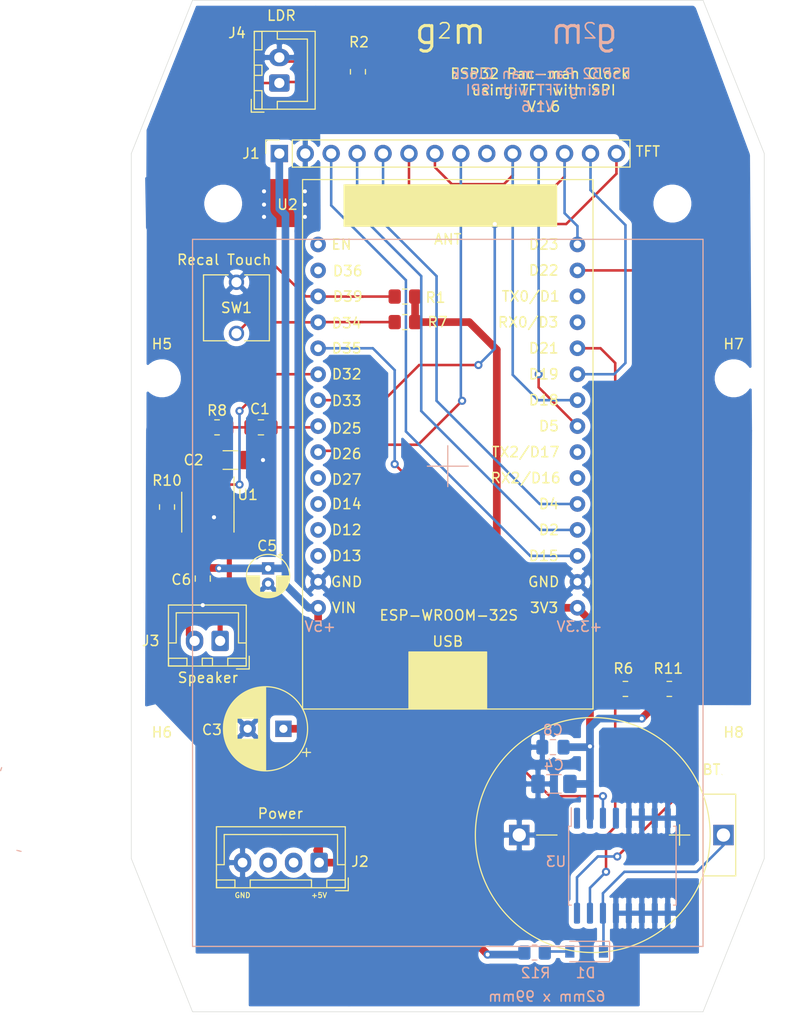
<source format=kicad_pcb>
(kicad_pcb (version 20171130) (host pcbnew "(5.1.10)-1")

  (general
    (thickness 1.6)
    (drawings 38)
    (tracks 221)
    (zones 0)
    (modules 33)
    (nets 42)
  )

  (page A)
  (title_block
    (title "Pacman Clock ESP32 SPI")
    (date 2023-09-30)
    (rev 1.6)
    (company g2m)
  )

  (layers
    (0 F.Cu signal)
    (31 B.Cu signal)
    (32 B.Adhes user)
    (33 F.Adhes user)
    (34 B.Paste user)
    (35 F.Paste user)
    (36 B.SilkS user)
    (37 F.SilkS user)
    (38 B.Mask user)
    (39 F.Mask user)
    (40 Dwgs.User user)
    (41 Cmts.User user)
    (42 Eco1.User user)
    (43 Eco2.User user)
    (44 Edge.Cuts user)
    (45 Margin user)
    (46 B.CrtYd user)
    (47 F.CrtYd user)
    (48 B.Fab user)
    (49 F.Fab user)
  )

  (setup
    (last_trace_width 0.25)
    (trace_clearance 0.2)
    (zone_clearance 0.508)
    (zone_45_only no)
    (trace_min 0.2)
    (via_size 0.8)
    (via_drill 0.4)
    (via_min_size 0.4)
    (via_min_drill 0.3)
    (uvia_size 0.3)
    (uvia_drill 0.1)
    (uvias_allowed no)
    (uvia_min_size 0.2)
    (uvia_min_drill 0.1)
    (edge_width 0.05)
    (segment_width 0.2)
    (pcb_text_width 0.3)
    (pcb_text_size 1.5 1.5)
    (mod_edge_width 0.12)
    (mod_text_size 1 1)
    (mod_text_width 0.15)
    (pad_size 1.524 1.524)
    (pad_drill 0.762)
    (pad_to_mask_clearance 0)
    (aux_axis_origin 0 0)
    (visible_elements 7FFFFFFF)
    (pcbplotparams
      (layerselection 0x3d0fc_ffffffff)
      (usegerberextensions false)
      (usegerberattributes true)
      (usegerberadvancedattributes true)
      (creategerberjobfile true)
      (excludeedgelayer true)
      (linewidth 0.100000)
      (plotframeref false)
      (viasonmask false)
      (mode 1)
      (useauxorigin false)
      (hpglpennumber 1)
      (hpglpenspeed 20)
      (hpglpendiameter 15.000000)
      (psnegative false)
      (psa4output false)
      (plotreference true)
      (plotvalue true)
      (plotinvisibletext false)
      (padsonsilk false)
      (subtractmaskfromsilk false)
      (outputformat 1)
      (mirror false)
      (drillshape 0)
      (scaleselection 1)
      (outputdirectory ""))
  )

  (net 0 "")
  (net 1 AudioOut)
  (net 2 GND)
  (net 3 +5V)
  (net 4 /MISO)
  (net 5 /MOSI)
  (net 6 /TOUCH_CS)
  (net 7 /SCK)
  (net 8 "Net-(J1-Pad9)")
  (net 9 TFT_LED)
  (net 10 /TFT_DC)
  (net 11 /TFT_RESET)
  (net 12 /TFT_CS)
  (net 13 "Net-(J4-Pad1)")
  (net 14 +3V3)
  (net 15 AudioMute)
  (net 16 "Net-(U2-Pad28)")
  (net 17 "Net-(U2-Pad27)")
  (net 18 "Net-(U2-Pad22)")
  (net 19 "Net-(U2-Pad21)")
  (net 20 "Net-(U2-Pad13)")
  (net 21 "Net-(U2-Pad12)")
  (net 22 "Net-(U2-Pad11)")
  (net 23 "Net-(U2-Pad2)")
  (net 24 "Net-(J2-Pad3)")
  (net 25 "Net-(J2-Pad2)")
  (net 26 "Net-(U2-Pad10)")
  (net 27 "Net-(R7-Pad2)")
  (net 28 "Net-(U2-Pad1)")
  (net 29 "Net-(BT1-Pad1)")
  (net 30 "Net-(D1-Pad2)")
  (net 31 TouchInt)
  (net 32 SDA)
  (net 33 SCL)
  (net 34 RTC_INT)
  (net 35 "Net-(U3-Pad4)")
  (net 36 "Net-(U3-Pad1)")
  (net 37 "Net-(C1-Pad2)")
  (net 38 "Net-(C2-Pad2)")
  (net 39 "Net-(J3-Pad2)")
  (net 40 "Net-(J3-Pad1)")
  (net 41 "Net-(R10-Pad1)")

  (net_class Default "This is the default net class."
    (clearance 0.2)
    (trace_width 0.25)
    (via_dia 0.8)
    (via_drill 0.4)
    (uvia_dia 0.3)
    (uvia_drill 0.1)
    (add_net /MISO)
    (add_net /MOSI)
    (add_net /SCK)
    (add_net /TFT_CS)
    (add_net /TFT_DC)
    (add_net /TFT_RESET)
    (add_net /TOUCH_CS)
    (add_net AudioMute)
    (add_net AudioOut)
    (add_net GND)
    (add_net "Net-(BT1-Pad1)")
    (add_net "Net-(C1-Pad2)")
    (add_net "Net-(C2-Pad2)")
    (add_net "Net-(D1-Pad2)")
    (add_net "Net-(J1-Pad9)")
    (add_net "Net-(J2-Pad2)")
    (add_net "Net-(J2-Pad3)")
    (add_net "Net-(J4-Pad1)")
    (add_net "Net-(R10-Pad1)")
    (add_net "Net-(R7-Pad2)")
    (add_net "Net-(U2-Pad1)")
    (add_net "Net-(U2-Pad10)")
    (add_net "Net-(U2-Pad11)")
    (add_net "Net-(U2-Pad12)")
    (add_net "Net-(U2-Pad13)")
    (add_net "Net-(U2-Pad2)")
    (add_net "Net-(U2-Pad21)")
    (add_net "Net-(U2-Pad22)")
    (add_net "Net-(U2-Pad27)")
    (add_net "Net-(U2-Pad28)")
    (add_net "Net-(U3-Pad1)")
    (add_net "Net-(U3-Pad4)")
    (add_net RTC_INT)
    (add_net SCL)
    (add_net SDA)
    (add_net TFT_LED)
    (add_net TouchInt)
  )

  (net_class 3V3 ""
    (clearance 0.2)
    (trace_width 0.75)
    (via_dia 0.8)
    (via_drill 0.4)
    (uvia_dia 0.3)
    (uvia_drill 0.1)
    (add_net +3V3)
  )

  (net_class 5V ""
    (clearance 0.2)
    (trace_width 0.75)
    (via_dia 0.8)
    (via_drill 0.4)
    (uvia_dia 0.3)
    (uvia_drill 0.1)
    (add_net +5V)
  )

  (net_class Speaker ""
    (clearance 0.2)
    (trace_width 0.5)
    (via_dia 0.8)
    (via_drill 0.4)
    (uvia_dia 0.3)
    (uvia_drill 0.1)
    (add_net "Net-(J3-Pad1)")
    (add_net "Net-(J3-Pad2)")
  )

  (module KiCab_g2m_Lib:2032BatteryHolderHoriz (layer F.Cu) (tedit 63E59A97) (tstamp 62BE3301)
    (at 179.2 138.7)
    (path /62BD3C66)
    (fp_text reference BT1 (at 12.1 -6.4) (layer F.SilkS)
      (effects (font (size 1 1) (thickness 0.15)))
    )
    (fp_text value LIR2032 (at 0 4) (layer F.Fab)
      (effects (font (size 1 1) (thickness 0.15)))
    )
    (fp_line (start -5.5 0) (end -3.5 0) (layer F.SilkS) (width 0.12))
    (fp_line (start 8.5 -1) (end 8.5 1) (layer F.SilkS) (width 0.12))
    (fp_line (start 7.5 0) (end 9.5 0) (layer F.SilkS) (width 0.12))
    (fp_circle (center 0 0) (end 11.5 0) (layer F.SilkS) (width 0.12))
    (fp_line (start 10.8 -4) (end 14 -4) (layer F.SilkS) (width 0.12))
    (fp_line (start 14 -4) (end 14 4) (layer F.SilkS) (width 0.12))
    (fp_line (start 14 4) (end 10.8 4) (layer F.SilkS) (width 0.12))
    (fp_line (start 10.8 4) (end 10.8 -4) (layer F.SilkS) (width 0.12))
    (fp_line (start 14 4) (end 10.8 4) (layer F.CrtYd) (width 0.12))
    (fp_line (start 10.8 -4) (end 14 -4) (layer F.CrtYd) (width 0.12))
    (fp_line (start 14 -4) (end 14 4) (layer F.CrtYd) (width 0.12))
    (fp_arc (start 0 0) (end 10.799999 -3.999999) (angle -319.3537263) (layer F.CrtYd) (width 0.12))
    (pad 1 thru_hole rect (at 12.8 0) (size 2 2) (drill 1.3) (layers *.Cu *.Mask)
      (net 29 "Net-(BT1-Pad1)"))
    (pad 2 thru_hole rect (at -7.2 0) (size 2 2) (drill 1.3) (layers *.Cu *.Mask)
      (net 2 GND))
  )

  (module Package_SO:SOIC-8_3.9x4.9mm_P1.27mm (layer F.Cu) (tedit 5D9F72B1) (tstamp 65091DD2)
    (at 141.5 107.1 270)
    (descr "SOIC, 8 Pin (JEDEC MS-012AA, https://www.analog.com/media/en/package-pcb-resources/package/pkg_pdf/soic_narrow-r/r_8.pdf), generated with kicad-footprint-generator ipc_gullwing_generator.py")
    (tags "SOIC SO")
    (path /65091CB1)
    (attr smd)
    (fp_text reference U1 (at -1.7 -3.9) (layer F.SilkS)
      (effects (font (size 1 1) (thickness 0.15)))
    )
    (fp_text value LM4890M_NOPB (at 0 3.4 90) (layer F.Fab)
      (effects (font (size 1 1) (thickness 0.15)))
    )
    (fp_line (start 3.7 -2.7) (end -3.7 -2.7) (layer F.CrtYd) (width 0.05))
    (fp_line (start 3.7 2.7) (end 3.7 -2.7) (layer F.CrtYd) (width 0.05))
    (fp_line (start -3.7 2.7) (end 3.7 2.7) (layer F.CrtYd) (width 0.05))
    (fp_line (start -3.7 -2.7) (end -3.7 2.7) (layer F.CrtYd) (width 0.05))
    (fp_line (start -1.95 -1.475) (end -0.975 -2.45) (layer F.Fab) (width 0.1))
    (fp_line (start -1.95 2.45) (end -1.95 -1.475) (layer F.Fab) (width 0.1))
    (fp_line (start 1.95 2.45) (end -1.95 2.45) (layer F.Fab) (width 0.1))
    (fp_line (start 1.95 -2.45) (end 1.95 2.45) (layer F.Fab) (width 0.1))
    (fp_line (start -0.975 -2.45) (end 1.95 -2.45) (layer F.Fab) (width 0.1))
    (fp_line (start 0 -2.56) (end -3.45 -2.56) (layer F.SilkS) (width 0.12))
    (fp_line (start 0 -2.56) (end 1.95 -2.56) (layer F.SilkS) (width 0.12))
    (fp_line (start 0 2.56) (end -1.95 2.56) (layer F.SilkS) (width 0.12))
    (fp_line (start 0 2.56) (end 1.95 2.56) (layer F.SilkS) (width 0.12))
    (fp_text user %R (at 0 0 90) (layer F.Fab)
      (effects (font (size 0.98 0.98) (thickness 0.15)))
    )
    (pad 8 smd roundrect (at 2.475 -1.905 270) (size 1.95 0.6) (layers F.Cu F.Paste F.Mask) (roundrect_rratio 0.25)
      (net 40 "Net-(J3-Pad1)"))
    (pad 7 smd roundrect (at 2.475 -0.635 270) (size 1.95 0.6) (layers F.Cu F.Paste F.Mask) (roundrect_rratio 0.25)
      (net 2 GND))
    (pad 6 smd roundrect (at 2.475 0.635 270) (size 1.95 0.6) (layers F.Cu F.Paste F.Mask) (roundrect_rratio 0.25)
      (net 3 +5V))
    (pad 5 smd roundrect (at 2.475 1.905 270) (size 1.95 0.6) (layers F.Cu F.Paste F.Mask) (roundrect_rratio 0.25)
      (net 39 "Net-(J3-Pad2)"))
    (pad 4 smd roundrect (at -2.475 1.905 270) (size 1.95 0.6) (layers F.Cu F.Paste F.Mask) (roundrect_rratio 0.25)
      (net 41 "Net-(R10-Pad1)"))
    (pad 3 smd roundrect (at -2.475 0.635 270) (size 1.95 0.6) (layers F.Cu F.Paste F.Mask) (roundrect_rratio 0.25)
      (net 38 "Net-(C2-Pad2)"))
    (pad 2 smd roundrect (at -2.475 -0.635 270) (size 1.95 0.6) (layers F.Cu F.Paste F.Mask) (roundrect_rratio 0.25)
      (net 38 "Net-(C2-Pad2)"))
    (pad 1 smd roundrect (at -2.475 -1.905 270) (size 1.95 0.6) (layers F.Cu F.Paste F.Mask) (roundrect_rratio 0.25)
      (net 15 AudioMute))
    (model ${KISYS3DMOD}/Package_SO.3dshapes/SOIC-8_3.9x4.9mm_P1.27mm.wrl
      (at (xyz 0 0 0))
      (scale (xyz 1 1 1))
      (rotate (xyz 0 0 0))
    )
  )

  (module Capacitor_SMD:C_0805_2012Metric_Pad1.18x1.45mm_HandSolder (layer F.Cu) (tedit 5F68FEEF) (tstamp 65068D21)
    (at 141 113.6 270)
    (descr "Capacitor SMD 0805 (2012 Metric), square (rectangular) end terminal, IPC_7351 nominal with elongated pad for handsoldering. (Body size source: IPC-SM-782 page 76, https://www.pcb-3d.com/wordpress/wp-content/uploads/ipc-sm-782a_amendment_1_and_2.pdf, https://docs.google.com/spreadsheets/d/1BsfQQcO9C6DZCsRaXUlFlo91Tg2WpOkGARC1WS5S8t0/edit?usp=sharing), generated with kicad-footprint-generator")
    (tags "capacitor handsolder")
    (path /65153A9F)
    (attr smd)
    (fp_text reference C6 (at 0.1 2.1) (layer F.SilkS)
      (effects (font (size 1 1) (thickness 0.15)))
    )
    (fp_text value 1uF (at 0 1.68 90) (layer F.Fab)
      (effects (font (size 1 1) (thickness 0.15)))
    )
    (fp_line (start -1 0.625) (end -1 -0.625) (layer F.Fab) (width 0.1))
    (fp_line (start -1 -0.625) (end 1 -0.625) (layer F.Fab) (width 0.1))
    (fp_line (start 1 -0.625) (end 1 0.625) (layer F.Fab) (width 0.1))
    (fp_line (start 1 0.625) (end -1 0.625) (layer F.Fab) (width 0.1))
    (fp_line (start -0.261252 -0.735) (end 0.261252 -0.735) (layer F.SilkS) (width 0.12))
    (fp_line (start -0.261252 0.735) (end 0.261252 0.735) (layer F.SilkS) (width 0.12))
    (fp_line (start -1.88 0.98) (end -1.88 -0.98) (layer F.CrtYd) (width 0.05))
    (fp_line (start -1.88 -0.98) (end 1.88 -0.98) (layer F.CrtYd) (width 0.05))
    (fp_line (start 1.88 -0.98) (end 1.88 0.98) (layer F.CrtYd) (width 0.05))
    (fp_line (start 1.88 0.98) (end -1.88 0.98) (layer F.CrtYd) (width 0.05))
    (fp_text user %R (at 0 0 90) (layer F.Fab)
      (effects (font (size 0.5 0.5) (thickness 0.08)))
    )
    (pad 2 smd roundrect (at 1.0375 0 270) (size 1.175 1.45) (layers F.Cu F.Paste F.Mask) (roundrect_rratio 0.2127659574468085)
      (net 2 GND))
    (pad 1 smd roundrect (at -1.0375 0 270) (size 1.175 1.45) (layers F.Cu F.Paste F.Mask) (roundrect_rratio 0.2127659574468085)
      (net 3 +5V))
    (model ${KISYS3DMOD}/Capacitor_SMD.3dshapes/C_0805_2012Metric.wrl
      (at (xyz 0 0 0))
      (scale (xyz 1 1 1))
      (rotate (xyz 0 0 0))
    )
  )

  (module Capacitor_SMD:C_1206_3216Metric_Pad1.33x1.80mm_HandSolder (layer B.Cu) (tedit 5F68FEEF) (tstamp 62BE336C)
    (at 175.4 133.7 180)
    (descr "Capacitor SMD 1206 (3216 Metric), square (rectangular) end terminal, IPC_7351 nominal with elongated pad for handsoldering. (Body size source: IPC-SM-782 page 76, https://www.pcb-3d.com/wordpress/wp-content/uploads/ipc-sm-782a_amendment_1_and_2.pdf), generated with kicad-footprint-generator")
    (tags "capacitor handsolder")
    (path /62C4E059)
    (attr smd)
    (fp_text reference C4 (at 0 1.85) (layer B.SilkS)
      (effects (font (size 1 1) (thickness 0.15)) (justify mirror))
    )
    (fp_text value 1uF (at 0 -1.85) (layer B.Fab)
      (effects (font (size 1 1) (thickness 0.15)) (justify mirror))
    )
    (fp_line (start -1.6 -0.8) (end -1.6 0.8) (layer B.Fab) (width 0.1))
    (fp_line (start -1.6 0.8) (end 1.6 0.8) (layer B.Fab) (width 0.1))
    (fp_line (start 1.6 0.8) (end 1.6 -0.8) (layer B.Fab) (width 0.1))
    (fp_line (start 1.6 -0.8) (end -1.6 -0.8) (layer B.Fab) (width 0.1))
    (fp_line (start -0.711252 0.91) (end 0.711252 0.91) (layer B.SilkS) (width 0.12))
    (fp_line (start -0.711252 -0.91) (end 0.711252 -0.91) (layer B.SilkS) (width 0.12))
    (fp_line (start -2.48 -1.15) (end -2.48 1.15) (layer B.CrtYd) (width 0.05))
    (fp_line (start -2.48 1.15) (end 2.48 1.15) (layer B.CrtYd) (width 0.05))
    (fp_line (start 2.48 1.15) (end 2.48 -1.15) (layer B.CrtYd) (width 0.05))
    (fp_line (start 2.48 -1.15) (end -2.48 -1.15) (layer B.CrtYd) (width 0.05))
    (fp_text user %R (at 0 0) (layer B.Fab)
      (effects (font (size 0.8 0.8) (thickness 0.12)) (justify mirror))
    )
    (pad 2 smd roundrect (at 1.5625 0 180) (size 1.325 1.8) (layers B.Cu B.Paste B.Mask) (roundrect_rratio 0.1886784905660377)
      (net 2 GND))
    (pad 1 smd roundrect (at -1.5625 0 180) (size 1.325 1.8) (layers B.Cu B.Paste B.Mask) (roundrect_rratio 0.1886784905660377)
      (net 14 +3V3))
    (model ${KISYS3DMOD}/Capacitor_SMD.3dshapes/C_1206_3216Metric.wrl
      (at (xyz 0 0 0))
      (scale (xyz 1 1 1))
      (rotate (xyz 0 0 0))
    )
  )

  (module Capacitor_THT:CP_Radial_D8.0mm_P3.50mm (layer F.Cu) (tedit 5AE50EF0) (tstamp 65068C2C)
    (at 148.9 128.3 180)
    (descr "CP, Radial series, Radial, pin pitch=3.50mm, , diameter=8mm, Electrolytic Capacitor")
    (tags "CP Radial series Radial pin pitch 3.50mm  diameter 8mm Electrolytic Capacitor")
    (path /6513F292)
    (fp_text reference C3 (at 7 -0.1) (layer F.SilkS)
      (effects (font (size 1 1) (thickness 0.15)))
    )
    (fp_text value 470uF (at 1.75 5.25) (layer F.Fab)
      (effects (font (size 1 1) (thickness 0.15)))
    )
    (fp_circle (center 1.75 0) (end 5.75 0) (layer F.Fab) (width 0.1))
    (fp_circle (center 1.75 0) (end 5.87 0) (layer F.SilkS) (width 0.12))
    (fp_circle (center 1.75 0) (end 6 0) (layer F.CrtYd) (width 0.05))
    (fp_line (start -1.676759 -1.7475) (end -0.876759 -1.7475) (layer F.Fab) (width 0.1))
    (fp_line (start -1.276759 -2.1475) (end -1.276759 -1.3475) (layer F.Fab) (width 0.1))
    (fp_line (start 1.75 -4.08) (end 1.75 4.08) (layer F.SilkS) (width 0.12))
    (fp_line (start 1.79 -4.08) (end 1.79 4.08) (layer F.SilkS) (width 0.12))
    (fp_line (start 1.83 -4.08) (end 1.83 4.08) (layer F.SilkS) (width 0.12))
    (fp_line (start 1.87 -4.079) (end 1.87 4.079) (layer F.SilkS) (width 0.12))
    (fp_line (start 1.91 -4.077) (end 1.91 4.077) (layer F.SilkS) (width 0.12))
    (fp_line (start 1.95 -4.076) (end 1.95 4.076) (layer F.SilkS) (width 0.12))
    (fp_line (start 1.99 -4.074) (end 1.99 4.074) (layer F.SilkS) (width 0.12))
    (fp_line (start 2.03 -4.071) (end 2.03 4.071) (layer F.SilkS) (width 0.12))
    (fp_line (start 2.07 -4.068) (end 2.07 4.068) (layer F.SilkS) (width 0.12))
    (fp_line (start 2.11 -4.065) (end 2.11 4.065) (layer F.SilkS) (width 0.12))
    (fp_line (start 2.15 -4.061) (end 2.15 4.061) (layer F.SilkS) (width 0.12))
    (fp_line (start 2.19 -4.057) (end 2.19 4.057) (layer F.SilkS) (width 0.12))
    (fp_line (start 2.23 -4.052) (end 2.23 4.052) (layer F.SilkS) (width 0.12))
    (fp_line (start 2.27 -4.048) (end 2.27 4.048) (layer F.SilkS) (width 0.12))
    (fp_line (start 2.31 -4.042) (end 2.31 4.042) (layer F.SilkS) (width 0.12))
    (fp_line (start 2.35 -4.037) (end 2.35 4.037) (layer F.SilkS) (width 0.12))
    (fp_line (start 2.39 -4.03) (end 2.39 4.03) (layer F.SilkS) (width 0.12))
    (fp_line (start 2.43 -4.024) (end 2.43 4.024) (layer F.SilkS) (width 0.12))
    (fp_line (start 2.471 -4.017) (end 2.471 -1.04) (layer F.SilkS) (width 0.12))
    (fp_line (start 2.471 1.04) (end 2.471 4.017) (layer F.SilkS) (width 0.12))
    (fp_line (start 2.511 -4.01) (end 2.511 -1.04) (layer F.SilkS) (width 0.12))
    (fp_line (start 2.511 1.04) (end 2.511 4.01) (layer F.SilkS) (width 0.12))
    (fp_line (start 2.551 -4.002) (end 2.551 -1.04) (layer F.SilkS) (width 0.12))
    (fp_line (start 2.551 1.04) (end 2.551 4.002) (layer F.SilkS) (width 0.12))
    (fp_line (start 2.591 -3.994) (end 2.591 -1.04) (layer F.SilkS) (width 0.12))
    (fp_line (start 2.591 1.04) (end 2.591 3.994) (layer F.SilkS) (width 0.12))
    (fp_line (start 2.631 -3.985) (end 2.631 -1.04) (layer F.SilkS) (width 0.12))
    (fp_line (start 2.631 1.04) (end 2.631 3.985) (layer F.SilkS) (width 0.12))
    (fp_line (start 2.671 -3.976) (end 2.671 -1.04) (layer F.SilkS) (width 0.12))
    (fp_line (start 2.671 1.04) (end 2.671 3.976) (layer F.SilkS) (width 0.12))
    (fp_line (start 2.711 -3.967) (end 2.711 -1.04) (layer F.SilkS) (width 0.12))
    (fp_line (start 2.711 1.04) (end 2.711 3.967) (layer F.SilkS) (width 0.12))
    (fp_line (start 2.751 -3.957) (end 2.751 -1.04) (layer F.SilkS) (width 0.12))
    (fp_line (start 2.751 1.04) (end 2.751 3.957) (layer F.SilkS) (width 0.12))
    (fp_line (start 2.791 -3.947) (end 2.791 -1.04) (layer F.SilkS) (width 0.12))
    (fp_line (start 2.791 1.04) (end 2.791 3.947) (layer F.SilkS) (width 0.12))
    (fp_line (start 2.831 -3.936) (end 2.831 -1.04) (layer F.SilkS) (width 0.12))
    (fp_line (start 2.831 1.04) (end 2.831 3.936) (layer F.SilkS) (width 0.12))
    (fp_line (start 2.871 -3.925) (end 2.871 -1.04) (layer F.SilkS) (width 0.12))
    (fp_line (start 2.871 1.04) (end 2.871 3.925) (layer F.SilkS) (width 0.12))
    (fp_line (start 2.911 -3.914) (end 2.911 -1.04) (layer F.SilkS) (width 0.12))
    (fp_line (start 2.911 1.04) (end 2.911 3.914) (layer F.SilkS) (width 0.12))
    (fp_line (start 2.951 -3.902) (end 2.951 -1.04) (layer F.SilkS) (width 0.12))
    (fp_line (start 2.951 1.04) (end 2.951 3.902) (layer F.SilkS) (width 0.12))
    (fp_line (start 2.991 -3.889) (end 2.991 -1.04) (layer F.SilkS) (width 0.12))
    (fp_line (start 2.991 1.04) (end 2.991 3.889) (layer F.SilkS) (width 0.12))
    (fp_line (start 3.031 -3.877) (end 3.031 -1.04) (layer F.SilkS) (width 0.12))
    (fp_line (start 3.031 1.04) (end 3.031 3.877) (layer F.SilkS) (width 0.12))
    (fp_line (start 3.071 -3.863) (end 3.071 -1.04) (layer F.SilkS) (width 0.12))
    (fp_line (start 3.071 1.04) (end 3.071 3.863) (layer F.SilkS) (width 0.12))
    (fp_line (start 3.111 -3.85) (end 3.111 -1.04) (layer F.SilkS) (width 0.12))
    (fp_line (start 3.111 1.04) (end 3.111 3.85) (layer F.SilkS) (width 0.12))
    (fp_line (start 3.151 -3.835) (end 3.151 -1.04) (layer F.SilkS) (width 0.12))
    (fp_line (start 3.151 1.04) (end 3.151 3.835) (layer F.SilkS) (width 0.12))
    (fp_line (start 3.191 -3.821) (end 3.191 -1.04) (layer F.SilkS) (width 0.12))
    (fp_line (start 3.191 1.04) (end 3.191 3.821) (layer F.SilkS) (width 0.12))
    (fp_line (start 3.231 -3.805) (end 3.231 -1.04) (layer F.SilkS) (width 0.12))
    (fp_line (start 3.231 1.04) (end 3.231 3.805) (layer F.SilkS) (width 0.12))
    (fp_line (start 3.271 -3.79) (end 3.271 -1.04) (layer F.SilkS) (width 0.12))
    (fp_line (start 3.271 1.04) (end 3.271 3.79) (layer F.SilkS) (width 0.12))
    (fp_line (start 3.311 -3.774) (end 3.311 -1.04) (layer F.SilkS) (width 0.12))
    (fp_line (start 3.311 1.04) (end 3.311 3.774) (layer F.SilkS) (width 0.12))
    (fp_line (start 3.351 -3.757) (end 3.351 -1.04) (layer F.SilkS) (width 0.12))
    (fp_line (start 3.351 1.04) (end 3.351 3.757) (layer F.SilkS) (width 0.12))
    (fp_line (start 3.391 -3.74) (end 3.391 -1.04) (layer F.SilkS) (width 0.12))
    (fp_line (start 3.391 1.04) (end 3.391 3.74) (layer F.SilkS) (width 0.12))
    (fp_line (start 3.431 -3.722) (end 3.431 -1.04) (layer F.SilkS) (width 0.12))
    (fp_line (start 3.431 1.04) (end 3.431 3.722) (layer F.SilkS) (width 0.12))
    (fp_line (start 3.471 -3.704) (end 3.471 -1.04) (layer F.SilkS) (width 0.12))
    (fp_line (start 3.471 1.04) (end 3.471 3.704) (layer F.SilkS) (width 0.12))
    (fp_line (start 3.511 -3.686) (end 3.511 -1.04) (layer F.SilkS) (width 0.12))
    (fp_line (start 3.511 1.04) (end 3.511 3.686) (layer F.SilkS) (width 0.12))
    (fp_line (start 3.551 -3.666) (end 3.551 -1.04) (layer F.SilkS) (width 0.12))
    (fp_line (start 3.551 1.04) (end 3.551 3.666) (layer F.SilkS) (width 0.12))
    (fp_line (start 3.591 -3.647) (end 3.591 -1.04) (layer F.SilkS) (width 0.12))
    (fp_line (start 3.591 1.04) (end 3.591 3.647) (layer F.SilkS) (width 0.12))
    (fp_line (start 3.631 -3.627) (end 3.631 -1.04) (layer F.SilkS) (width 0.12))
    (fp_line (start 3.631 1.04) (end 3.631 3.627) (layer F.SilkS) (width 0.12))
    (fp_line (start 3.671 -3.606) (end 3.671 -1.04) (layer F.SilkS) (width 0.12))
    (fp_line (start 3.671 1.04) (end 3.671 3.606) (layer F.SilkS) (width 0.12))
    (fp_line (start 3.711 -3.584) (end 3.711 -1.04) (layer F.SilkS) (width 0.12))
    (fp_line (start 3.711 1.04) (end 3.711 3.584) (layer F.SilkS) (width 0.12))
    (fp_line (start 3.751 -3.562) (end 3.751 -1.04) (layer F.SilkS) (width 0.12))
    (fp_line (start 3.751 1.04) (end 3.751 3.562) (layer F.SilkS) (width 0.12))
    (fp_line (start 3.791 -3.54) (end 3.791 -1.04) (layer F.SilkS) (width 0.12))
    (fp_line (start 3.791 1.04) (end 3.791 3.54) (layer F.SilkS) (width 0.12))
    (fp_line (start 3.831 -3.517) (end 3.831 -1.04) (layer F.SilkS) (width 0.12))
    (fp_line (start 3.831 1.04) (end 3.831 3.517) (layer F.SilkS) (width 0.12))
    (fp_line (start 3.871 -3.493) (end 3.871 -1.04) (layer F.SilkS) (width 0.12))
    (fp_line (start 3.871 1.04) (end 3.871 3.493) (layer F.SilkS) (width 0.12))
    (fp_line (start 3.911 -3.469) (end 3.911 -1.04) (layer F.SilkS) (width 0.12))
    (fp_line (start 3.911 1.04) (end 3.911 3.469) (layer F.SilkS) (width 0.12))
    (fp_line (start 3.951 -3.444) (end 3.951 -1.04) (layer F.SilkS) (width 0.12))
    (fp_line (start 3.951 1.04) (end 3.951 3.444) (layer F.SilkS) (width 0.12))
    (fp_line (start 3.991 -3.418) (end 3.991 -1.04) (layer F.SilkS) (width 0.12))
    (fp_line (start 3.991 1.04) (end 3.991 3.418) (layer F.SilkS) (width 0.12))
    (fp_line (start 4.031 -3.392) (end 4.031 -1.04) (layer F.SilkS) (width 0.12))
    (fp_line (start 4.031 1.04) (end 4.031 3.392) (layer F.SilkS) (width 0.12))
    (fp_line (start 4.071 -3.365) (end 4.071 -1.04) (layer F.SilkS) (width 0.12))
    (fp_line (start 4.071 1.04) (end 4.071 3.365) (layer F.SilkS) (width 0.12))
    (fp_line (start 4.111 -3.338) (end 4.111 -1.04) (layer F.SilkS) (width 0.12))
    (fp_line (start 4.111 1.04) (end 4.111 3.338) (layer F.SilkS) (width 0.12))
    (fp_line (start 4.151 -3.309) (end 4.151 -1.04) (layer F.SilkS) (width 0.12))
    (fp_line (start 4.151 1.04) (end 4.151 3.309) (layer F.SilkS) (width 0.12))
    (fp_line (start 4.191 -3.28) (end 4.191 -1.04) (layer F.SilkS) (width 0.12))
    (fp_line (start 4.191 1.04) (end 4.191 3.28) (layer F.SilkS) (width 0.12))
    (fp_line (start 4.231 -3.25) (end 4.231 -1.04) (layer F.SilkS) (width 0.12))
    (fp_line (start 4.231 1.04) (end 4.231 3.25) (layer F.SilkS) (width 0.12))
    (fp_line (start 4.271 -3.22) (end 4.271 -1.04) (layer F.SilkS) (width 0.12))
    (fp_line (start 4.271 1.04) (end 4.271 3.22) (layer F.SilkS) (width 0.12))
    (fp_line (start 4.311 -3.189) (end 4.311 -1.04) (layer F.SilkS) (width 0.12))
    (fp_line (start 4.311 1.04) (end 4.311 3.189) (layer F.SilkS) (width 0.12))
    (fp_line (start 4.351 -3.156) (end 4.351 -1.04) (layer F.SilkS) (width 0.12))
    (fp_line (start 4.351 1.04) (end 4.351 3.156) (layer F.SilkS) (width 0.12))
    (fp_line (start 4.391 -3.124) (end 4.391 -1.04) (layer F.SilkS) (width 0.12))
    (fp_line (start 4.391 1.04) (end 4.391 3.124) (layer F.SilkS) (width 0.12))
    (fp_line (start 4.431 -3.09) (end 4.431 -1.04) (layer F.SilkS) (width 0.12))
    (fp_line (start 4.431 1.04) (end 4.431 3.09) (layer F.SilkS) (width 0.12))
    (fp_line (start 4.471 -3.055) (end 4.471 -1.04) (layer F.SilkS) (width 0.12))
    (fp_line (start 4.471 1.04) (end 4.471 3.055) (layer F.SilkS) (width 0.12))
    (fp_line (start 4.511 -3.019) (end 4.511 -1.04) (layer F.SilkS) (width 0.12))
    (fp_line (start 4.511 1.04) (end 4.511 3.019) (layer F.SilkS) (width 0.12))
    (fp_line (start 4.551 -2.983) (end 4.551 2.983) (layer F.SilkS) (width 0.12))
    (fp_line (start 4.591 -2.945) (end 4.591 2.945) (layer F.SilkS) (width 0.12))
    (fp_line (start 4.631 -2.907) (end 4.631 2.907) (layer F.SilkS) (width 0.12))
    (fp_line (start 4.671 -2.867) (end 4.671 2.867) (layer F.SilkS) (width 0.12))
    (fp_line (start 4.711 -2.826) (end 4.711 2.826) (layer F.SilkS) (width 0.12))
    (fp_line (start 4.751 -2.784) (end 4.751 2.784) (layer F.SilkS) (width 0.12))
    (fp_line (start 4.791 -2.741) (end 4.791 2.741) (layer F.SilkS) (width 0.12))
    (fp_line (start 4.831 -2.697) (end 4.831 2.697) (layer F.SilkS) (width 0.12))
    (fp_line (start 4.871 -2.651) (end 4.871 2.651) (layer F.SilkS) (width 0.12))
    (fp_line (start 4.911 -2.604) (end 4.911 2.604) (layer F.SilkS) (width 0.12))
    (fp_line (start 4.951 -2.556) (end 4.951 2.556) (layer F.SilkS) (width 0.12))
    (fp_line (start 4.991 -2.505) (end 4.991 2.505) (layer F.SilkS) (width 0.12))
    (fp_line (start 5.031 -2.454) (end 5.031 2.454) (layer F.SilkS) (width 0.12))
    (fp_line (start 5.071 -2.4) (end 5.071 2.4) (layer F.SilkS) (width 0.12))
    (fp_line (start 5.111 -2.345) (end 5.111 2.345) (layer F.SilkS) (width 0.12))
    (fp_line (start 5.151 -2.287) (end 5.151 2.287) (layer F.SilkS) (width 0.12))
    (fp_line (start 5.191 -2.228) (end 5.191 2.228) (layer F.SilkS) (width 0.12))
    (fp_line (start 5.231 -2.166) (end 5.231 2.166) (layer F.SilkS) (width 0.12))
    (fp_line (start 5.271 -2.102) (end 5.271 2.102) (layer F.SilkS) (width 0.12))
    (fp_line (start 5.311 -2.034) (end 5.311 2.034) (layer F.SilkS) (width 0.12))
    (fp_line (start 5.351 -1.964) (end 5.351 1.964) (layer F.SilkS) (width 0.12))
    (fp_line (start 5.391 -1.89) (end 5.391 1.89) (layer F.SilkS) (width 0.12))
    (fp_line (start 5.431 -1.813) (end 5.431 1.813) (layer F.SilkS) (width 0.12))
    (fp_line (start 5.471 -1.731) (end 5.471 1.731) (layer F.SilkS) (width 0.12))
    (fp_line (start 5.511 -1.645) (end 5.511 1.645) (layer F.SilkS) (width 0.12))
    (fp_line (start 5.551 -1.552) (end 5.551 1.552) (layer F.SilkS) (width 0.12))
    (fp_line (start 5.591 -1.453) (end 5.591 1.453) (layer F.SilkS) (width 0.12))
    (fp_line (start 5.631 -1.346) (end 5.631 1.346) (layer F.SilkS) (width 0.12))
    (fp_line (start 5.671 -1.229) (end 5.671 1.229) (layer F.SilkS) (width 0.12))
    (fp_line (start 5.711 -1.098) (end 5.711 1.098) (layer F.SilkS) (width 0.12))
    (fp_line (start 5.751 -0.948) (end 5.751 0.948) (layer F.SilkS) (width 0.12))
    (fp_line (start 5.791 -0.768) (end 5.791 0.768) (layer F.SilkS) (width 0.12))
    (fp_line (start 5.831 -0.533) (end 5.831 0.533) (layer F.SilkS) (width 0.12))
    (fp_line (start -2.659698 -2.315) (end -1.859698 -2.315) (layer F.SilkS) (width 0.12))
    (fp_line (start -2.259698 -2.715) (end -2.259698 -1.915) (layer F.SilkS) (width 0.12))
    (fp_text user %R (at 1.75 0) (layer F.Fab)
      (effects (font (size 1 1) (thickness 0.15)))
    )
    (pad 2 thru_hole circle (at 3.5 0 180) (size 1.6 1.6) (drill 0.8) (layers *.Cu *.Mask)
      (net 2 GND))
    (pad 1 thru_hole rect (at 0 0 180) (size 1.6 1.6) (drill 0.8) (layers *.Cu *.Mask)
      (net 3 +5V))
    (model ${KISYS3DMOD}/Capacitor_THT.3dshapes/CP_Radial_D8.0mm_P3.50mm.wrl
      (at (xyz 0 0 0))
      (scale (xyz 1 1 1))
      (rotate (xyz 0 0 0))
    )
  )

  (module Capacitor_SMD:C_1206_3216Metric_Pad1.33x1.80mm_HandSolder (layer F.Cu) (tedit 5F68FEEF) (tstamp 61DCF473)
    (at 143.7 102 180)
    (descr "Capacitor SMD 1206 (3216 Metric), square (rectangular) end terminal, IPC_7351 nominal with elongated pad for handsoldering. (Body size source: IPC-SM-782 page 76, https://www.pcb-3d.com/wordpress/wp-content/uploads/ipc-sm-782a_amendment_1_and_2.pdf), generated with kicad-footprint-generator")
    (tags "capacitor handsolder")
    (path /61DC8D76)
    (attr smd)
    (fp_text reference C2 (at 3.6 0) (layer F.SilkS)
      (effects (font (size 1 1) (thickness 0.15)))
    )
    (fp_text value 1uF (at 0 1.85) (layer F.Fab)
      (effects (font (size 1 1) (thickness 0.15)))
    )
    (fp_line (start -1.6 0.8) (end -1.6 -0.8) (layer F.Fab) (width 0.1))
    (fp_line (start -1.6 -0.8) (end 1.6 -0.8) (layer F.Fab) (width 0.1))
    (fp_line (start 1.6 -0.8) (end 1.6 0.8) (layer F.Fab) (width 0.1))
    (fp_line (start 1.6 0.8) (end -1.6 0.8) (layer F.Fab) (width 0.1))
    (fp_line (start -0.711252 -0.91) (end 0.711252 -0.91) (layer F.SilkS) (width 0.12))
    (fp_line (start -0.711252 0.91) (end 0.711252 0.91) (layer F.SilkS) (width 0.12))
    (fp_line (start -2.48 1.15) (end -2.48 -1.15) (layer F.CrtYd) (width 0.05))
    (fp_line (start -2.48 -1.15) (end 2.48 -1.15) (layer F.CrtYd) (width 0.05))
    (fp_line (start 2.48 -1.15) (end 2.48 1.15) (layer F.CrtYd) (width 0.05))
    (fp_line (start 2.48 1.15) (end -2.48 1.15) (layer F.CrtYd) (width 0.05))
    (fp_text user %R (at 0 0) (layer F.Fab)
      (effects (font (size 0.8 0.8) (thickness 0.12)))
    )
    (pad 2 smd roundrect (at 1.5625 0 180) (size 1.325 1.8) (layers F.Cu F.Paste F.Mask) (roundrect_rratio 0.1886784905660377)
      (net 38 "Net-(C2-Pad2)"))
    (pad 1 smd roundrect (at -1.5625 0 180) (size 1.325 1.8) (layers F.Cu F.Paste F.Mask) (roundrect_rratio 0.1886784905660377)
      (net 2 GND))
    (model ${KISYS3DMOD}/Capacitor_SMD.3dshapes/C_1206_3216Metric.wrl
      (at (xyz 0 0 0))
      (scale (xyz 1 1 1))
      (rotate (xyz 0 0 0))
    )
  )

  (module Capacitor_THT:CP_Radial_D4.0mm_P1.50mm (layer F.Cu) (tedit 5AE50EF0) (tstamp 650542C3)
    (at 147.4 112.6 270)
    (descr "CP, Radial series, Radial, pin pitch=1.50mm, , diameter=4mm, Electrolytic Capacitor")
    (tags "CP Radial series Radial pin pitch 1.50mm  diameter 4mm Electrolytic Capacitor")
    (path /63E0807C)
    (fp_text reference C5 (at -2.2 0.1) (layer F.SilkS)
      (effects (font (size 1 1) (thickness 0.15)))
    )
    (fp_text value 10uF (at 0.75 3.25 90) (layer F.Fab)
      (effects (font (size 1 1) (thickness 0.15)))
    )
    (fp_circle (center 0.75 0) (end 2.75 0) (layer F.Fab) (width 0.1))
    (fp_circle (center 0.75 0) (end 2.87 0) (layer F.SilkS) (width 0.12))
    (fp_circle (center 0.75 0) (end 3 0) (layer F.CrtYd) (width 0.05))
    (fp_line (start -0.952554 -0.8675) (end -0.552554 -0.8675) (layer F.Fab) (width 0.1))
    (fp_line (start -0.752554 -1.0675) (end -0.752554 -0.6675) (layer F.Fab) (width 0.1))
    (fp_line (start 0.75 0.84) (end 0.75 2.08) (layer F.SilkS) (width 0.12))
    (fp_line (start 0.75 -2.08) (end 0.75 -0.84) (layer F.SilkS) (width 0.12))
    (fp_line (start 0.79 0.84) (end 0.79 2.08) (layer F.SilkS) (width 0.12))
    (fp_line (start 0.79 -2.08) (end 0.79 -0.84) (layer F.SilkS) (width 0.12))
    (fp_line (start 0.83 0.84) (end 0.83 2.079) (layer F.SilkS) (width 0.12))
    (fp_line (start 0.83 -2.079) (end 0.83 -0.84) (layer F.SilkS) (width 0.12))
    (fp_line (start 0.87 -2.077) (end 0.87 -0.84) (layer F.SilkS) (width 0.12))
    (fp_line (start 0.87 0.84) (end 0.87 2.077) (layer F.SilkS) (width 0.12))
    (fp_line (start 0.91 -2.074) (end 0.91 -0.84) (layer F.SilkS) (width 0.12))
    (fp_line (start 0.91 0.84) (end 0.91 2.074) (layer F.SilkS) (width 0.12))
    (fp_line (start 0.95 -2.071) (end 0.95 -0.84) (layer F.SilkS) (width 0.12))
    (fp_line (start 0.95 0.84) (end 0.95 2.071) (layer F.SilkS) (width 0.12))
    (fp_line (start 0.99 -2.067) (end 0.99 -0.84) (layer F.SilkS) (width 0.12))
    (fp_line (start 0.99 0.84) (end 0.99 2.067) (layer F.SilkS) (width 0.12))
    (fp_line (start 1.03 -2.062) (end 1.03 -0.84) (layer F.SilkS) (width 0.12))
    (fp_line (start 1.03 0.84) (end 1.03 2.062) (layer F.SilkS) (width 0.12))
    (fp_line (start 1.07 -2.056) (end 1.07 -0.84) (layer F.SilkS) (width 0.12))
    (fp_line (start 1.07 0.84) (end 1.07 2.056) (layer F.SilkS) (width 0.12))
    (fp_line (start 1.11 -2.05) (end 1.11 -0.84) (layer F.SilkS) (width 0.12))
    (fp_line (start 1.11 0.84) (end 1.11 2.05) (layer F.SilkS) (width 0.12))
    (fp_line (start 1.15 -2.042) (end 1.15 -0.84) (layer F.SilkS) (width 0.12))
    (fp_line (start 1.15 0.84) (end 1.15 2.042) (layer F.SilkS) (width 0.12))
    (fp_line (start 1.19 -2.034) (end 1.19 -0.84) (layer F.SilkS) (width 0.12))
    (fp_line (start 1.19 0.84) (end 1.19 2.034) (layer F.SilkS) (width 0.12))
    (fp_line (start 1.23 -2.025) (end 1.23 -0.84) (layer F.SilkS) (width 0.12))
    (fp_line (start 1.23 0.84) (end 1.23 2.025) (layer F.SilkS) (width 0.12))
    (fp_line (start 1.27 -2.016) (end 1.27 -0.84) (layer F.SilkS) (width 0.12))
    (fp_line (start 1.27 0.84) (end 1.27 2.016) (layer F.SilkS) (width 0.12))
    (fp_line (start 1.31 -2.005) (end 1.31 -0.84) (layer F.SilkS) (width 0.12))
    (fp_line (start 1.31 0.84) (end 1.31 2.005) (layer F.SilkS) (width 0.12))
    (fp_line (start 1.35 -1.994) (end 1.35 -0.84) (layer F.SilkS) (width 0.12))
    (fp_line (start 1.35 0.84) (end 1.35 1.994) (layer F.SilkS) (width 0.12))
    (fp_line (start 1.39 -1.982) (end 1.39 -0.84) (layer F.SilkS) (width 0.12))
    (fp_line (start 1.39 0.84) (end 1.39 1.982) (layer F.SilkS) (width 0.12))
    (fp_line (start 1.43 -1.968) (end 1.43 -0.84) (layer F.SilkS) (width 0.12))
    (fp_line (start 1.43 0.84) (end 1.43 1.968) (layer F.SilkS) (width 0.12))
    (fp_line (start 1.471 -1.954) (end 1.471 -0.84) (layer F.SilkS) (width 0.12))
    (fp_line (start 1.471 0.84) (end 1.471 1.954) (layer F.SilkS) (width 0.12))
    (fp_line (start 1.511 -1.94) (end 1.511 -0.84) (layer F.SilkS) (width 0.12))
    (fp_line (start 1.511 0.84) (end 1.511 1.94) (layer F.SilkS) (width 0.12))
    (fp_line (start 1.551 -1.924) (end 1.551 -0.84) (layer F.SilkS) (width 0.12))
    (fp_line (start 1.551 0.84) (end 1.551 1.924) (layer F.SilkS) (width 0.12))
    (fp_line (start 1.591 -1.907) (end 1.591 -0.84) (layer F.SilkS) (width 0.12))
    (fp_line (start 1.591 0.84) (end 1.591 1.907) (layer F.SilkS) (width 0.12))
    (fp_line (start 1.631 -1.889) (end 1.631 -0.84) (layer F.SilkS) (width 0.12))
    (fp_line (start 1.631 0.84) (end 1.631 1.889) (layer F.SilkS) (width 0.12))
    (fp_line (start 1.671 -1.87) (end 1.671 -0.84) (layer F.SilkS) (width 0.12))
    (fp_line (start 1.671 0.84) (end 1.671 1.87) (layer F.SilkS) (width 0.12))
    (fp_line (start 1.711 -1.851) (end 1.711 -0.84) (layer F.SilkS) (width 0.12))
    (fp_line (start 1.711 0.84) (end 1.711 1.851) (layer F.SilkS) (width 0.12))
    (fp_line (start 1.751 -1.83) (end 1.751 -0.84) (layer F.SilkS) (width 0.12))
    (fp_line (start 1.751 0.84) (end 1.751 1.83) (layer F.SilkS) (width 0.12))
    (fp_line (start 1.791 -1.808) (end 1.791 -0.84) (layer F.SilkS) (width 0.12))
    (fp_line (start 1.791 0.84) (end 1.791 1.808) (layer F.SilkS) (width 0.12))
    (fp_line (start 1.831 -1.785) (end 1.831 -0.84) (layer F.SilkS) (width 0.12))
    (fp_line (start 1.831 0.84) (end 1.831 1.785) (layer F.SilkS) (width 0.12))
    (fp_line (start 1.871 -1.76) (end 1.871 -0.84) (layer F.SilkS) (width 0.12))
    (fp_line (start 1.871 0.84) (end 1.871 1.76) (layer F.SilkS) (width 0.12))
    (fp_line (start 1.911 -1.735) (end 1.911 -0.84) (layer F.SilkS) (width 0.12))
    (fp_line (start 1.911 0.84) (end 1.911 1.735) (layer F.SilkS) (width 0.12))
    (fp_line (start 1.951 -1.708) (end 1.951 -0.84) (layer F.SilkS) (width 0.12))
    (fp_line (start 1.951 0.84) (end 1.951 1.708) (layer F.SilkS) (width 0.12))
    (fp_line (start 1.991 -1.68) (end 1.991 -0.84) (layer F.SilkS) (width 0.12))
    (fp_line (start 1.991 0.84) (end 1.991 1.68) (layer F.SilkS) (width 0.12))
    (fp_line (start 2.031 -1.65) (end 2.031 -0.84) (layer F.SilkS) (width 0.12))
    (fp_line (start 2.031 0.84) (end 2.031 1.65) (layer F.SilkS) (width 0.12))
    (fp_line (start 2.071 -1.619) (end 2.071 -0.84) (layer F.SilkS) (width 0.12))
    (fp_line (start 2.071 0.84) (end 2.071 1.619) (layer F.SilkS) (width 0.12))
    (fp_line (start 2.111 -1.587) (end 2.111 -0.84) (layer F.SilkS) (width 0.12))
    (fp_line (start 2.111 0.84) (end 2.111 1.587) (layer F.SilkS) (width 0.12))
    (fp_line (start 2.151 -1.552) (end 2.151 -0.84) (layer F.SilkS) (width 0.12))
    (fp_line (start 2.151 0.84) (end 2.151 1.552) (layer F.SilkS) (width 0.12))
    (fp_line (start 2.191 -1.516) (end 2.191 -0.84) (layer F.SilkS) (width 0.12))
    (fp_line (start 2.191 0.84) (end 2.191 1.516) (layer F.SilkS) (width 0.12))
    (fp_line (start 2.231 -1.478) (end 2.231 -0.84) (layer F.SilkS) (width 0.12))
    (fp_line (start 2.231 0.84) (end 2.231 1.478) (layer F.SilkS) (width 0.12))
    (fp_line (start 2.271 -1.438) (end 2.271 -0.84) (layer F.SilkS) (width 0.12))
    (fp_line (start 2.271 0.84) (end 2.271 1.438) (layer F.SilkS) (width 0.12))
    (fp_line (start 2.311 -1.396) (end 2.311 -0.84) (layer F.SilkS) (width 0.12))
    (fp_line (start 2.311 0.84) (end 2.311 1.396) (layer F.SilkS) (width 0.12))
    (fp_line (start 2.351 -1.351) (end 2.351 1.351) (layer F.SilkS) (width 0.12))
    (fp_line (start 2.391 -1.304) (end 2.391 1.304) (layer F.SilkS) (width 0.12))
    (fp_line (start 2.431 -1.254) (end 2.431 1.254) (layer F.SilkS) (width 0.12))
    (fp_line (start 2.471 -1.2) (end 2.471 1.2) (layer F.SilkS) (width 0.12))
    (fp_line (start 2.511 -1.142) (end 2.511 1.142) (layer F.SilkS) (width 0.12))
    (fp_line (start 2.551 -1.08) (end 2.551 1.08) (layer F.SilkS) (width 0.12))
    (fp_line (start 2.591 -1.013) (end 2.591 1.013) (layer F.SilkS) (width 0.12))
    (fp_line (start 2.631 -0.94) (end 2.631 0.94) (layer F.SilkS) (width 0.12))
    (fp_line (start 2.671 -0.859) (end 2.671 0.859) (layer F.SilkS) (width 0.12))
    (fp_line (start 2.711 -0.768) (end 2.711 0.768) (layer F.SilkS) (width 0.12))
    (fp_line (start 2.751 -0.664) (end 2.751 0.664) (layer F.SilkS) (width 0.12))
    (fp_line (start 2.791 -0.537) (end 2.791 0.537) (layer F.SilkS) (width 0.12))
    (fp_line (start 2.831 -0.37) (end 2.831 0.37) (layer F.SilkS) (width 0.12))
    (fp_line (start -1.519801 -1.195) (end -1.119801 -1.195) (layer F.SilkS) (width 0.12))
    (fp_line (start -1.319801 -1.395) (end -1.319801 -0.995) (layer F.SilkS) (width 0.12))
    (fp_text user %R (at 0.75 0 90) (layer F.Fab)
      (effects (font (size 0.8 0.8) (thickness 0.12)))
    )
    (pad 2 thru_hole circle (at 1.5 0 270) (size 1.2 1.2) (drill 0.6) (layers *.Cu *.Mask)
      (net 2 GND))
    (pad 1 thru_hole rect (at 0 0 270) (size 1.2 1.2) (drill 0.6) (layers *.Cu *.Mask)
      (net 3 +5V))
    (model ${KISYS3DMOD}/Capacitor_THT.3dshapes/CP_Radial_D4.0mm_P1.50mm.wrl
      (at (xyz 0 0 0))
      (scale (xyz 1 1 1))
      (rotate (xyz 0 0 0))
    )
  )

  (module ESP32-Footprints:ESP-WROOM-32S (layer F.Cu) (tedit 61C2A484) (tstamp 61DCECAD)
    (at 152.3 80.9)
    (path /61DBAC09)
    (fp_text reference U2 (at -3 -3.9) (layer F.SilkS)
      (effects (font (size 1 1) (thickness 0.15)))
    )
    (fp_text value ESP-WROOM-32S (at 12.8 36.3) (layer F.SilkS)
      (effects (font (size 1 1) (thickness 0.15)))
    )
    (fp_line (start -1.524 -6.35) (end -1.524 45.466) (layer F.SilkS) (width 0.12))
    (fp_line (start -1.524 45.466) (end 26.924 45.466) (layer F.SilkS) (width 0.12))
    (fp_line (start 26.924 45.466) (end 26.924 -6.35) (layer F.SilkS) (width 0.12))
    (fp_line (start 26.924 -6.35) (end -1.524 -6.35) (layer F.SilkS) (width 0.12))
    (fp_poly (pts (xy 23.368 -1.778) (xy 2.54 -1.778) (xy 2.54 -5.842) (xy 23.368 -5.842)) (layer F.SilkS) (width 0.1))
    (fp_poly (pts (xy 16.51 45.466) (xy 8.89 45.466) (xy 8.89 39.878) (xy 16.51 39.878)) (layer F.SilkS) (width 0.1))
    (fp_text user ANT (at 12.7 -0.508) (layer F.SilkS)
      (effects (font (size 1 1) (thickness 0.15)))
    )
    (fp_text user USB (at 12.7 38.862) (layer F.SilkS)
      (effects (font (size 1 1) (thickness 0.15)))
    )
    (fp_text user D23 (at 22.098 0) (layer F.SilkS)
      (effects (font (size 1 1) (thickness 0.15)))
    )
    (fp_text user D22 (at 22.098 2.54) (layer F.SilkS)
      (effects (font (size 1 1) (thickness 0.15)))
    )
    (fp_text user TX0/D1 (at 20.828 5.08) (layer F.SilkS)
      (effects (font (size 1 1) (thickness 0.15)))
    )
    (fp_text user RX0/D3 (at 20.574 7.62) (layer F.SilkS)
      (effects (font (size 1 1) (thickness 0.15)))
    )
    (fp_text user D21 (at 22.098 10.16) (layer F.SilkS)
      (effects (font (size 1 1) (thickness 0.15)))
    )
    (fp_text user D19 (at 22.098 12.7) (layer F.SilkS)
      (effects (font (size 1 1) (thickness 0.15)))
    )
    (fp_text user D18 (at 22.098 15.24) (layer F.SilkS)
      (effects (font (size 1 1) (thickness 0.15)))
    )
    (fp_text user D5 (at 22.606 17.78) (layer F.SilkS)
      (effects (font (size 1 1) (thickness 0.15)))
    )
    (fp_text user TX2/D17 (at 20.32 20.32) (layer F.SilkS)
      (effects (font (size 1 1) (thickness 0.15)))
    )
    (fp_text user RX2/D16 (at 20.32 22.86) (layer F.SilkS)
      (effects (font (size 1 1) (thickness 0.15)))
    )
    (fp_text user D4 (at 22.606 25.4) (layer F.SilkS)
      (effects (font (size 1 1) (thickness 0.15)))
    )
    (fp_text user D2 (at 22.606 27.94) (layer F.SilkS)
      (effects (font (size 1 1) (thickness 0.15)))
    )
    (fp_text user D15 (at 22.098 30.48) (layer F.SilkS)
      (effects (font (size 1 1) (thickness 0.15)))
    )
    (fp_text user GND (at 22.098 33.02) (layer F.SilkS)
      (effects (font (size 1 1) (thickness 0.15)))
    )
    (fp_text user 3V3 (at 23.622 35.56) (layer F.SilkS)
      (effects (font (size 1 1) (thickness 0.15)) (justify right))
    )
    (fp_text user VIN (at 2.54 35.56) (layer F.SilkS)
      (effects (font (size 1 1) (thickness 0.15)))
    )
    (fp_text user GND (at 2.794 33.02) (layer F.SilkS)
      (effects (font (size 1 1) (thickness 0.15)))
    )
    (fp_text user D13 (at 2.794 30.48) (layer F.SilkS)
      (effects (font (size 1 1) (thickness 0.15)))
    )
    (fp_text user D12 (at 2.794 27.94) (layer F.SilkS)
      (effects (font (size 1 1) (thickness 0.15)))
    )
    (fp_text user D35 (at 2.794 10.16) (layer F.SilkS)
      (effects (font (size 1 1) (thickness 0.15)))
    )
    (fp_text user EN (at 2.286 0) (layer F.SilkS)
      (effects (font (size 1 1) (thickness 0.15)))
    )
    (pad 30 thru_hole circle (at 25.4 0) (size 1.524 1.524) (drill 0.762) (layers *.Cu *.Mask)
      (net 5 /MOSI))
    (pad 29 thru_hole circle (at 25.4 2.54) (size 1.524 1.524) (drill 0.762) (layers *.Cu *.Mask)
      (net 33 SCL))
    (pad 28 thru_hole circle (at 25.4 5.08) (size 1.524 1.524) (drill 0.762) (layers *.Cu *.Mask)
      (net 16 "Net-(U2-Pad28)"))
    (pad 27 thru_hole circle (at 25.4 7.62) (size 1.524 1.524) (drill 0.762) (layers *.Cu *.Mask)
      (net 17 "Net-(U2-Pad27)"))
    (pad 26 thru_hole circle (at 25.4 10.16) (size 1.524 1.524) (drill 0.762) (layers *.Cu *.Mask)
      (net 32 SDA))
    (pad 25 thru_hole circle (at 25.4 12.7) (size 1.524 1.524) (drill 0.762) (layers *.Cu *.Mask)
      (net 4 /MISO))
    (pad 24 thru_hole circle (at 25.4 15.24) (size 1.524 1.524) (drill 0.762) (layers *.Cu *.Mask)
      (net 7 /SCK))
    (pad 23 thru_hole circle (at 25.4 17.78) (size 1.524 1.524) (drill 0.762) (layers *.Cu *.Mask)
      (net 6 /TOUCH_CS))
    (pad 22 thru_hole circle (at 25.4 20.32) (size 1.524 1.524) (drill 0.762) (layers *.Cu *.Mask)
      (net 18 "Net-(U2-Pad22)"))
    (pad 21 thru_hole circle (at 25.4 22.86) (size 1.524 1.524) (drill 0.762) (layers *.Cu *.Mask)
      (net 19 "Net-(U2-Pad21)"))
    (pad 20 thru_hole circle (at 25.4 25.4) (size 1.524 1.524) (drill 0.762) (layers *.Cu *.Mask)
      (net 10 /TFT_DC))
    (pad 19 thru_hole circle (at 25.4 27.94) (size 1.524 1.524) (drill 0.762) (layers *.Cu *.Mask)
      (net 11 /TFT_RESET))
    (pad 18 thru_hole circle (at 25.4 30.48) (size 1.524 1.524) (drill 0.762) (layers *.Cu *.Mask)
      (net 12 /TFT_CS))
    (pad 17 thru_hole circle (at 25.4 33.02) (size 1.524 1.524) (drill 0.762) (layers *.Cu *.Mask)
      (net 2 GND))
    (pad 16 thru_hole circle (at 25.4 35.56) (size 1.524 1.524) (drill 0.762) (layers *.Cu *.Mask)
      (net 14 +3V3))
    (pad 1 thru_hole circle (at 0 0) (size 1.524 1.524) (drill 0.762) (layers *.Cu *.Mask)
      (net 28 "Net-(U2-Pad1)"))
    (pad 15 thru_hole circle (at 0 35.56) (size 1.524 1.524) (drill 0.762) (layers *.Cu *.Mask)
      (net 3 +5V))
    (pad 14 thru_hole circle (at 0 33.02) (size 1.524 1.524) (drill 0.762) (layers *.Cu *.Mask)
      (net 2 GND))
    (pad 13 thru_hole circle (at 0 30.48) (size 1.524 1.524) (drill 0.762) (layers *.Cu *.Mask)
      (net 20 "Net-(U2-Pad13)"))
    (pad 12 thru_hole circle (at 0 27.94) (size 1.524 1.524) (drill 0.762) (layers *.Cu *.Mask)
      (net 21 "Net-(U2-Pad12)"))
    (pad 11 thru_hole circle (at 0 25.4) (size 1.524 1.524) (drill 0.762) (layers *.Cu *.Mask)
      (net 22 "Net-(U2-Pad11)"))
    (pad 10 thru_hole circle (at 0 22.86) (size 1.524 1.524) (drill 0.762) (layers *.Cu *.Mask)
      (net 26 "Net-(U2-Pad10)"))
    (pad 9 thru_hole circle (at 0 20.32) (size 1.524 1.524) (drill 0.762) (layers *.Cu *.Mask)
      (net 9 TFT_LED))
    (pad 8 thru_hole circle (at 0 17.78) (size 1.524 1.524) (drill 0.762) (layers *.Cu *.Mask)
      (net 1 AudioOut))
    (pad 7 thru_hole circle (at 0 15.24) (size 1.524 1.524) (drill 0.762) (layers *.Cu *.Mask)
      (net 31 TouchInt))
    (pad 6 thru_hole circle (at 0 12.7) (size 1.524 1.524) (drill 0.762) (layers *.Cu *.Mask)
      (net 15 AudioMute))
    (pad 5 thru_hole circle (at 0 10.16) (size 1.524 1.524) (drill 0.762) (layers *.Cu *.Mask)
      (net 34 RTC_INT))
    (pad 4 thru_hole circle (at 0 7.62) (size 1.524 1.524) (drill 0.762) (layers *.Cu *.Mask)
      (net 27 "Net-(R7-Pad2)"))
    (pad 3 thru_hole circle (at 0 5.08) (size 1.524 1.524) (drill 0.762) (layers *.Cu *.Mask)
      (net 13 "Net-(J4-Pad1)"))
    (pad 2 thru_hole circle (at 0 2.54) (size 1.524 1.524) (drill 0.762) (layers *.Cu *.Mask)
      (net 23 "Net-(U2-Pad2)"))
  )

  (module Diode_SMD:D_SOD-123 (layer B.Cu) (tedit 58645DC7) (tstamp 62BEA567)
    (at 178.6 150.1 180)
    (descr SOD-123)
    (tags SOD-123)
    (path /62D7CEEF)
    (attr smd)
    (fp_text reference D1 (at 0.1 -2.1 180) (layer B.SilkS)
      (effects (font (size 1 1) (thickness 0.15)) (justify mirror))
    )
    (fp_text value 1N4148W (at 0 -2.1 180) (layer B.Fab)
      (effects (font (size 1 1) (thickness 0.15)) (justify mirror))
    )
    (fp_line (start -2.25 1) (end 1.65 1) (layer B.SilkS) (width 0.12))
    (fp_line (start -2.25 -1) (end 1.65 -1) (layer B.SilkS) (width 0.12))
    (fp_line (start -2.35 1.15) (end -2.35 -1.15) (layer B.CrtYd) (width 0.05))
    (fp_line (start 2.35 -1.15) (end -2.35 -1.15) (layer B.CrtYd) (width 0.05))
    (fp_line (start 2.35 1.15) (end 2.35 -1.15) (layer B.CrtYd) (width 0.05))
    (fp_line (start -2.35 1.15) (end 2.35 1.15) (layer B.CrtYd) (width 0.05))
    (fp_line (start -1.4 0.9) (end 1.4 0.9) (layer B.Fab) (width 0.1))
    (fp_line (start 1.4 0.9) (end 1.4 -0.9) (layer B.Fab) (width 0.1))
    (fp_line (start 1.4 -0.9) (end -1.4 -0.9) (layer B.Fab) (width 0.1))
    (fp_line (start -1.4 -0.9) (end -1.4 0.9) (layer B.Fab) (width 0.1))
    (fp_line (start -0.75 0) (end -0.35 0) (layer B.Fab) (width 0.1))
    (fp_line (start -0.35 0) (end -0.35 0.55) (layer B.Fab) (width 0.1))
    (fp_line (start -0.35 0) (end -0.35 -0.55) (layer B.Fab) (width 0.1))
    (fp_line (start -0.35 0) (end 0.25 0.4) (layer B.Fab) (width 0.1))
    (fp_line (start 0.25 0.4) (end 0.25 -0.4) (layer B.Fab) (width 0.1))
    (fp_line (start 0.25 -0.4) (end -0.35 0) (layer B.Fab) (width 0.1))
    (fp_line (start 0.25 0) (end 0.75 0) (layer B.Fab) (width 0.1))
    (fp_line (start -2.25 1) (end -2.25 -1) (layer B.SilkS) (width 0.12))
    (fp_text user %R (at 0 2 180) (layer B.Fab)
      (effects (font (size 1 1) (thickness 0.15)) (justify mirror))
    )
    (pad 2 smd rect (at 1.65 0 180) (size 0.9 1.2) (layers B.Cu B.Paste B.Mask)
      (net 30 "Net-(D1-Pad2)"))
    (pad 1 smd rect (at -1.65 0 180) (size 0.9 1.2) (layers B.Cu B.Paste B.Mask)
      (net 29 "Net-(BT1-Pad1)"))
    (model ${KISYS3DMOD}/Diode_SMD.3dshapes/D_SOD-123.wrl
      (at (xyz 0 0 0))
      (scale (xyz 1 1 1))
      (rotate (xyz 0 0 0))
    )
  )

  (module Capacitor_SMD:C_0805_2012Metric_Pad1.18x1.45mm_HandSolder (layer B.Cu) (tedit 5F68FEEF) (tstamp 62BE33DF)
    (at 175.3 130.1 180)
    (descr "Capacitor SMD 0805 (2012 Metric), square (rectangular) end terminal, IPC_7351 nominal with elongated pad for handsoldering. (Body size source: IPC-SM-782 page 76, https://www.pcb-3d.com/wordpress/wp-content/uploads/ipc-sm-782a_amendment_1_and_2.pdf, https://docs.google.com/spreadsheets/d/1BsfQQcO9C6DZCsRaXUlFlo91Tg2WpOkGARC1WS5S8t0/edit?usp=sharing), generated with kicad-footprint-generator")
    (tags "capacitor handsolder")
    (path /62C4C746)
    (attr smd)
    (fp_text reference C8 (at 0 1.68 180) (layer B.SilkS)
      (effects (font (size 1 1) (thickness 0.15)) (justify mirror))
    )
    (fp_text value 100nF (at 0 -1.68 180) (layer B.Fab)
      (effects (font (size 1 1) (thickness 0.15)) (justify mirror))
    )
    (fp_line (start 1.88 -0.98) (end -1.88 -0.98) (layer B.CrtYd) (width 0.05))
    (fp_line (start 1.88 0.98) (end 1.88 -0.98) (layer B.CrtYd) (width 0.05))
    (fp_line (start -1.88 0.98) (end 1.88 0.98) (layer B.CrtYd) (width 0.05))
    (fp_line (start -1.88 -0.98) (end -1.88 0.98) (layer B.CrtYd) (width 0.05))
    (fp_line (start -0.261252 -0.735) (end 0.261252 -0.735) (layer B.SilkS) (width 0.12))
    (fp_line (start -0.261252 0.735) (end 0.261252 0.735) (layer B.SilkS) (width 0.12))
    (fp_line (start 1 -0.625) (end -1 -0.625) (layer B.Fab) (width 0.1))
    (fp_line (start 1 0.625) (end 1 -0.625) (layer B.Fab) (width 0.1))
    (fp_line (start -1 0.625) (end 1 0.625) (layer B.Fab) (width 0.1))
    (fp_line (start -1 -0.625) (end -1 0.625) (layer B.Fab) (width 0.1))
    (fp_text user %R (at 0 0 180) (layer B.Fab)
      (effects (font (size 0.5 0.5) (thickness 0.08)) (justify mirror))
    )
    (pad 2 smd roundrect (at 1.0375 0 180) (size 1.175 1.45) (layers B.Cu B.Paste B.Mask) (roundrect_rratio 0.2127659574468085)
      (net 2 GND))
    (pad 1 smd roundrect (at -1.0375 0 180) (size 1.175 1.45) (layers B.Cu B.Paste B.Mask) (roundrect_rratio 0.2127659574468085)
      (net 14 +3V3))
    (model ${KISYS3DMOD}/Capacitor_SMD.3dshapes/C_0805_2012Metric.wrl
      (at (xyz 0 0 0))
      (scale (xyz 1 1 1))
      (rotate (xyz 0 0 0))
    )
  )

  (module Capacitor_SMD:C_0805_2012Metric_Pad1.18x1.45mm_HandSolder (layer F.Cu) (tedit 5F68FEEF) (tstamp 61DCEAC5)
    (at 146.7 98.8 180)
    (descr "Capacitor SMD 0805 (2012 Metric), square (rectangular) end terminal, IPC_7351 nominal with elongated pad for handsoldering. (Body size source: IPC-SM-782 page 76, https://www.pcb-3d.com/wordpress/wp-content/uploads/ipc-sm-782a_amendment_1_and_2.pdf, https://docs.google.com/spreadsheets/d/1BsfQQcO9C6DZCsRaXUlFlo91Tg2WpOkGARC1WS5S8t0/edit?usp=sharing), generated with kicad-footprint-generator")
    (tags "capacitor handsolder")
    (path /61DC87A2)
    (attr smd)
    (fp_text reference C1 (at 0.1 1.8) (layer F.SilkS)
      (effects (font (size 1 1) (thickness 0.15)))
    )
    (fp_text value 390nF (at 0 1.68) (layer F.Fab)
      (effects (font (size 1 1) (thickness 0.15)))
    )
    (fp_line (start 1.88 0.98) (end -1.88 0.98) (layer F.CrtYd) (width 0.05))
    (fp_line (start 1.88 -0.98) (end 1.88 0.98) (layer F.CrtYd) (width 0.05))
    (fp_line (start -1.88 -0.98) (end 1.88 -0.98) (layer F.CrtYd) (width 0.05))
    (fp_line (start -1.88 0.98) (end -1.88 -0.98) (layer F.CrtYd) (width 0.05))
    (fp_line (start -0.261252 0.735) (end 0.261252 0.735) (layer F.SilkS) (width 0.12))
    (fp_line (start -0.261252 -0.735) (end 0.261252 -0.735) (layer F.SilkS) (width 0.12))
    (fp_line (start 1 0.625) (end -1 0.625) (layer F.Fab) (width 0.1))
    (fp_line (start 1 -0.625) (end 1 0.625) (layer F.Fab) (width 0.1))
    (fp_line (start -1 -0.625) (end 1 -0.625) (layer F.Fab) (width 0.1))
    (fp_line (start -1 0.625) (end -1 -0.625) (layer F.Fab) (width 0.1))
    (fp_text user %R (at 0 0) (layer F.Fab)
      (effects (font (size 0.5 0.5) (thickness 0.08)))
    )
    (pad 2 smd roundrect (at 1.0375 0 180) (size 1.175 1.45) (layers F.Cu F.Paste F.Mask) (roundrect_rratio 0.2127659574468085)
      (net 37 "Net-(C1-Pad2)"))
    (pad 1 smd roundrect (at -1.0375 0 180) (size 1.175 1.45) (layers F.Cu F.Paste F.Mask) (roundrect_rratio 0.2127659574468085)
      (net 1 AudioOut))
    (model ${KISYS3DMOD}/Capacitor_SMD.3dshapes/C_0805_2012Metric.wrl
      (at (xyz 0 0 0))
      (scale (xyz 1 1 1))
      (rotate (xyz 0 0 0))
    )
  )

  (module Resistor_SMD:R_0805_2012Metric_Pad1.20x1.40mm_HandSolder (layer B.Cu) (tedit 5F68FEEE) (tstamp 62BE3746)
    (at 173.5 150.2 180)
    (descr "Resistor SMD 0805 (2012 Metric), square (rectangular) end terminal, IPC_7351 nominal with elongated pad for handsoldering. (Body size source: IPC-SM-782 page 72, https://www.pcb-3d.com/wordpress/wp-content/uploads/ipc-sm-782a_amendment_1_and_2.pdf), generated with kicad-footprint-generator")
    (tags "resistor handsolder")
    (path /62BDC0CB)
    (attr smd)
    (fp_text reference R12 (at -0.1 -2) (layer B.SilkS)
      (effects (font (size 1 1) (thickness 0.15)) (justify mirror))
    )
    (fp_text value 200 (at 0 -1.65) (layer B.Fab)
      (effects (font (size 1 1) (thickness 0.15)) (justify mirror))
    )
    (fp_line (start 1.85 -0.95) (end -1.85 -0.95) (layer B.CrtYd) (width 0.05))
    (fp_line (start 1.85 0.95) (end 1.85 -0.95) (layer B.CrtYd) (width 0.05))
    (fp_line (start -1.85 0.95) (end 1.85 0.95) (layer B.CrtYd) (width 0.05))
    (fp_line (start -1.85 -0.95) (end -1.85 0.95) (layer B.CrtYd) (width 0.05))
    (fp_line (start -0.227064 -0.735) (end 0.227064 -0.735) (layer B.SilkS) (width 0.12))
    (fp_line (start -0.227064 0.735) (end 0.227064 0.735) (layer B.SilkS) (width 0.12))
    (fp_line (start 1 -0.625) (end -1 -0.625) (layer B.Fab) (width 0.1))
    (fp_line (start 1 0.625) (end 1 -0.625) (layer B.Fab) (width 0.1))
    (fp_line (start -1 0.625) (end 1 0.625) (layer B.Fab) (width 0.1))
    (fp_line (start -1 -0.625) (end -1 0.625) (layer B.Fab) (width 0.1))
    (fp_text user %R (at 0 0) (layer B.Fab)
      (effects (font (size 0.5 0.5) (thickness 0.08)) (justify mirror))
    )
    (pad 2 smd roundrect (at 1 0 180) (size 1.2 1.4) (layers B.Cu B.Paste B.Mask) (roundrect_rratio 0.2083325)
      (net 3 +5V))
    (pad 1 smd roundrect (at -1 0 180) (size 1.2 1.4) (layers B.Cu B.Paste B.Mask) (roundrect_rratio 0.2083325)
      (net 30 "Net-(D1-Pad2)"))
    (model ${KISYS3DMOD}/Resistor_SMD.3dshapes/R_0805_2012Metric.wrl
      (at (xyz 0 0 0))
      (scale (xyz 1 1 1))
      (rotate (xyz 0 0 0))
    )
  )

  (module Resistor_SMD:R_0805_2012Metric_Pad1.20x1.40mm_HandSolder (layer F.Cu) (tedit 5F68FEEE) (tstamp 62BE372F)
    (at 186.7 124.4)
    (descr "Resistor SMD 0805 (2012 Metric), square (rectangular) end terminal, IPC_7351 nominal with elongated pad for handsoldering. (Body size source: IPC-SM-782 page 72, https://www.pcb-3d.com/wordpress/wp-content/uploads/ipc-sm-782a_amendment_1_and_2.pdf), generated with kicad-footprint-generator")
    (tags "resistor handsolder")
    (path /62BFF257)
    (attr smd)
    (fp_text reference R11 (at -0.1 -2) (layer F.SilkS)
      (effects (font (size 1 1) (thickness 0.15)))
    )
    (fp_text value 4.7k (at 0 1.65) (layer F.Fab)
      (effects (font (size 1 1) (thickness 0.15)))
    )
    (fp_line (start 1.85 0.95) (end -1.85 0.95) (layer F.CrtYd) (width 0.05))
    (fp_line (start 1.85 -0.95) (end 1.85 0.95) (layer F.CrtYd) (width 0.05))
    (fp_line (start -1.85 -0.95) (end 1.85 -0.95) (layer F.CrtYd) (width 0.05))
    (fp_line (start -1.85 0.95) (end -1.85 -0.95) (layer F.CrtYd) (width 0.05))
    (fp_line (start -0.227064 0.735) (end 0.227064 0.735) (layer F.SilkS) (width 0.12))
    (fp_line (start -0.227064 -0.735) (end 0.227064 -0.735) (layer F.SilkS) (width 0.12))
    (fp_line (start 1 0.625) (end -1 0.625) (layer F.Fab) (width 0.1))
    (fp_line (start 1 -0.625) (end 1 0.625) (layer F.Fab) (width 0.1))
    (fp_line (start -1 -0.625) (end 1 -0.625) (layer F.Fab) (width 0.1))
    (fp_line (start -1 0.625) (end -1 -0.625) (layer F.Fab) (width 0.1))
    (fp_text user %R (at 0 0) (layer F.Fab)
      (effects (font (size 0.5 0.5) (thickness 0.08)))
    )
    (pad 2 smd roundrect (at 1 0) (size 1.2 1.4) (layers F.Cu F.Paste F.Mask) (roundrect_rratio 0.2083325)
      (net 33 SCL))
    (pad 1 smd roundrect (at -1 0) (size 1.2 1.4) (layers F.Cu F.Paste F.Mask) (roundrect_rratio 0.2083325)
      (net 14 +3V3))
    (model ${KISYS3DMOD}/Resistor_SMD.3dshapes/R_0805_2012Metric.wrl
      (at (xyz 0 0 0))
      (scale (xyz 1 1 1))
      (rotate (xyz 0 0 0))
    )
  )

  (module Resistor_SMD:R_0805_2012Metric_Pad1.20x1.40mm_HandSolder (layer F.Cu) (tedit 5F68FEEE) (tstamp 62BE3718)
    (at 137.5 106.6 270)
    (descr "Resistor SMD 0805 (2012 Metric), square (rectangular) end terminal, IPC_7351 nominal with elongated pad for handsoldering. (Body size source: IPC-SM-782 page 72, https://www.pcb-3d.com/wordpress/wp-content/uploads/ipc-sm-782a_amendment_1_and_2.pdf), generated with kicad-footprint-generator")
    (tags "resistor handsolder")
    (path /6279773B)
    (attr smd)
    (fp_text reference R10 (at -2.6 0) (layer F.SilkS)
      (effects (font (size 1 1) (thickness 0.15)))
    )
    (fp_text value 20k (at 0 1.65 90) (layer F.Fab)
      (effects (font (size 1 1) (thickness 0.15)))
    )
    (fp_line (start 1.85 0.95) (end -1.85 0.95) (layer F.CrtYd) (width 0.05))
    (fp_line (start 1.85 -0.95) (end 1.85 0.95) (layer F.CrtYd) (width 0.05))
    (fp_line (start -1.85 -0.95) (end 1.85 -0.95) (layer F.CrtYd) (width 0.05))
    (fp_line (start -1.85 0.95) (end -1.85 -0.95) (layer F.CrtYd) (width 0.05))
    (fp_line (start -0.227064 0.735) (end 0.227064 0.735) (layer F.SilkS) (width 0.12))
    (fp_line (start -0.227064 -0.735) (end 0.227064 -0.735) (layer F.SilkS) (width 0.12))
    (fp_line (start 1 0.625) (end -1 0.625) (layer F.Fab) (width 0.1))
    (fp_line (start 1 -0.625) (end 1 0.625) (layer F.Fab) (width 0.1))
    (fp_line (start -1 -0.625) (end 1 -0.625) (layer F.Fab) (width 0.1))
    (fp_line (start -1 0.625) (end -1 -0.625) (layer F.Fab) (width 0.1))
    (fp_text user %R (at 0 0 90) (layer F.Fab)
      (effects (font (size 0.5 0.5) (thickness 0.08)))
    )
    (pad 2 smd roundrect (at 1 0 270) (size 1.2 1.4) (layers F.Cu F.Paste F.Mask) (roundrect_rratio 0.2083325)
      (net 39 "Net-(J3-Pad2)"))
    (pad 1 smd roundrect (at -1 0 270) (size 1.2 1.4) (layers F.Cu F.Paste F.Mask) (roundrect_rratio 0.2083325)
      (net 41 "Net-(R10-Pad1)"))
    (model ${KISYS3DMOD}/Resistor_SMD.3dshapes/R_0805_2012Metric.wrl
      (at (xyz 0 0 0))
      (scale (xyz 1 1 1))
      (rotate (xyz 0 0 0))
    )
  )

  (module Resistor_SMD:R_0805_2012Metric_Pad1.20x1.40mm_HandSolder (layer F.Cu) (tedit 5F68FEEE) (tstamp 6212E083)
    (at 142.4 98.8)
    (descr "Resistor SMD 0805 (2012 Metric), square (rectangular) end terminal, IPC_7351 nominal with elongated pad for handsoldering. (Body size source: IPC-SM-782 page 72, https://www.pcb-3d.com/wordpress/wp-content/uploads/ipc-sm-782a_amendment_1_and_2.pdf), generated with kicad-footprint-generator")
    (tags "resistor handsolder")
    (path /621C5FA4)
    (attr smd)
    (fp_text reference R8 (at 0 -1.65) (layer F.SilkS)
      (effects (font (size 1 1) (thickness 0.15)))
    )
    (fp_text value 20k (at 0 1.65) (layer F.Fab)
      (effects (font (size 1 1) (thickness 0.15)))
    )
    (fp_line (start 1.85 0.95) (end -1.85 0.95) (layer F.CrtYd) (width 0.05))
    (fp_line (start 1.85 -0.95) (end 1.85 0.95) (layer F.CrtYd) (width 0.05))
    (fp_line (start -1.85 -0.95) (end 1.85 -0.95) (layer F.CrtYd) (width 0.05))
    (fp_line (start -1.85 0.95) (end -1.85 -0.95) (layer F.CrtYd) (width 0.05))
    (fp_line (start -0.227064 0.735) (end 0.227064 0.735) (layer F.SilkS) (width 0.12))
    (fp_line (start -0.227064 -0.735) (end 0.227064 -0.735) (layer F.SilkS) (width 0.12))
    (fp_line (start 1 0.625) (end -1 0.625) (layer F.Fab) (width 0.1))
    (fp_line (start 1 -0.625) (end 1 0.625) (layer F.Fab) (width 0.1))
    (fp_line (start -1 -0.625) (end 1 -0.625) (layer F.Fab) (width 0.1))
    (fp_line (start -1 0.625) (end -1 -0.625) (layer F.Fab) (width 0.1))
    (fp_text user %R (at 0 0) (layer F.Fab)
      (effects (font (size 0.5 0.5) (thickness 0.08)))
    )
    (pad 2 smd roundrect (at 1 0) (size 1.2 1.4) (layers F.Cu F.Paste F.Mask) (roundrect_rratio 0.2083325)
      (net 37 "Net-(C1-Pad2)"))
    (pad 1 smd roundrect (at -1 0) (size 1.2 1.4) (layers F.Cu F.Paste F.Mask) (roundrect_rratio 0.2083325)
      (net 41 "Net-(R10-Pad1)"))
    (model ${KISYS3DMOD}/Resistor_SMD.3dshapes/R_0805_2012Metric.wrl
      (at (xyz 0 0 0))
      (scale (xyz 1 1 1))
      (rotate (xyz 0 0 0))
    )
  )

  (module Resistor_SMD:R_0805_2012Metric_Pad1.20x1.40mm_HandSolder (layer F.Cu) (tedit 5F68FEEE) (tstamp 62102FF6)
    (at 160.8 88.5 180)
    (descr "Resistor SMD 0805 (2012 Metric), square (rectangular) end terminal, IPC_7351 nominal with elongated pad for handsoldering. (Body size source: IPC-SM-782 page 72, https://www.pcb-3d.com/wordpress/wp-content/uploads/ipc-sm-782a_amendment_1_and_2.pdf), generated with kicad-footprint-generator")
    (tags "resistor handsolder")
    (path /62116EED)
    (attr smd)
    (fp_text reference R7 (at -3.2 0) (layer F.SilkS)
      (effects (font (size 1 1) (thickness 0.15)))
    )
    (fp_text value 10k (at 0 1.65) (layer F.Fab)
      (effects (font (size 1 1) (thickness 0.15)))
    )
    (fp_line (start 1.85 0.95) (end -1.85 0.95) (layer F.CrtYd) (width 0.05))
    (fp_line (start 1.85 -0.95) (end 1.85 0.95) (layer F.CrtYd) (width 0.05))
    (fp_line (start -1.85 -0.95) (end 1.85 -0.95) (layer F.CrtYd) (width 0.05))
    (fp_line (start -1.85 0.95) (end -1.85 -0.95) (layer F.CrtYd) (width 0.05))
    (fp_line (start -0.227064 0.735) (end 0.227064 0.735) (layer F.SilkS) (width 0.12))
    (fp_line (start -0.227064 -0.735) (end 0.227064 -0.735) (layer F.SilkS) (width 0.12))
    (fp_line (start 1 0.625) (end -1 0.625) (layer F.Fab) (width 0.1))
    (fp_line (start 1 -0.625) (end 1 0.625) (layer F.Fab) (width 0.1))
    (fp_line (start -1 -0.625) (end 1 -0.625) (layer F.Fab) (width 0.1))
    (fp_line (start -1 0.625) (end -1 -0.625) (layer F.Fab) (width 0.1))
    (fp_text user %R (at 0 0) (layer F.Fab)
      (effects (font (size 0.5 0.5) (thickness 0.08)))
    )
    (pad 2 smd roundrect (at 1 0 180) (size 1.2 1.4) (layers F.Cu F.Paste F.Mask) (roundrect_rratio 0.2083325)
      (net 27 "Net-(R7-Pad2)"))
    (pad 1 smd roundrect (at -1 0 180) (size 1.2 1.4) (layers F.Cu F.Paste F.Mask) (roundrect_rratio 0.2083325)
      (net 14 +3V3))
    (model ${KISYS3DMOD}/Resistor_SMD.3dshapes/R_0805_2012Metric.wrl
      (at (xyz 0 0 0))
      (scale (xyz 1 1 1))
      (rotate (xyz 0 0 0))
    )
  )

  (module Resistor_SMD:R_0805_2012Metric_Pad1.20x1.40mm_HandSolder (layer F.Cu) (tedit 5F68FEEE) (tstamp 62BE3694)
    (at 182.4 124.4 180)
    (descr "Resistor SMD 0805 (2012 Metric), square (rectangular) end terminal, IPC_7351 nominal with elongated pad for handsoldering. (Body size source: IPC-SM-782 page 72, https://www.pcb-3d.com/wordpress/wp-content/uploads/ipc-sm-782a_amendment_1_and_2.pdf), generated with kicad-footprint-generator")
    (tags "resistor handsolder")
    (path /62C0042D)
    (attr smd)
    (fp_text reference R6 (at 0.2 2) (layer F.SilkS)
      (effects (font (size 1 1) (thickness 0.15)))
    )
    (fp_text value 4.7k (at 0 1.65) (layer F.Fab)
      (effects (font (size 1 1) (thickness 0.15)))
    )
    (fp_line (start 1.85 0.95) (end -1.85 0.95) (layer F.CrtYd) (width 0.05))
    (fp_line (start 1.85 -0.95) (end 1.85 0.95) (layer F.CrtYd) (width 0.05))
    (fp_line (start -1.85 -0.95) (end 1.85 -0.95) (layer F.CrtYd) (width 0.05))
    (fp_line (start -1.85 0.95) (end -1.85 -0.95) (layer F.CrtYd) (width 0.05))
    (fp_line (start -0.227064 0.735) (end 0.227064 0.735) (layer F.SilkS) (width 0.12))
    (fp_line (start -0.227064 -0.735) (end 0.227064 -0.735) (layer F.SilkS) (width 0.12))
    (fp_line (start 1 0.625) (end -1 0.625) (layer F.Fab) (width 0.1))
    (fp_line (start 1 -0.625) (end 1 0.625) (layer F.Fab) (width 0.1))
    (fp_line (start -1 -0.625) (end 1 -0.625) (layer F.Fab) (width 0.1))
    (fp_line (start -1 0.625) (end -1 -0.625) (layer F.Fab) (width 0.1))
    (fp_text user %R (at 0 0) (layer F.Fab)
      (effects (font (size 0.5 0.5) (thickness 0.08)))
    )
    (pad 2 smd roundrect (at 1 0 180) (size 1.2 1.4) (layers F.Cu F.Paste F.Mask) (roundrect_rratio 0.2083325)
      (net 32 SDA))
    (pad 1 smd roundrect (at -1 0 180) (size 1.2 1.4) (layers F.Cu F.Paste F.Mask) (roundrect_rratio 0.2083325)
      (net 14 +3V3))
    (model ${KISYS3DMOD}/Resistor_SMD.3dshapes/R_0805_2012Metric.wrl
      (at (xyz 0 0 0))
      (scale (xyz 1 1 1))
      (rotate (xyz 0 0 0))
    )
  )

  (module Resistor_SMD:R_0805_2012Metric_Pad1.20x1.40mm_HandSolder (layer F.Cu) (tedit 5F68FEEE) (tstamp 62BE35F9)
    (at 156.2 64 90)
    (descr "Resistor SMD 0805 (2012 Metric), square (rectangular) end terminal, IPC_7351 nominal with elongated pad for handsoldering. (Body size source: IPC-SM-782 page 72, https://www.pcb-3d.com/wordpress/wp-content/uploads/ipc-sm-782a_amendment_1_and_2.pdf), generated with kicad-footprint-generator")
    (tags "resistor handsolder")
    (path /62C74430)
    (attr smd)
    (fp_text reference R2 (at 2.9 0.1) (layer F.SilkS)
      (effects (font (size 1 1) (thickness 0.15)))
    )
    (fp_text value 0 (at 0 1.65 90) (layer F.Fab)
      (effects (font (size 1 1) (thickness 0.15)))
    )
    (fp_line (start 1.85 0.95) (end -1.85 0.95) (layer F.CrtYd) (width 0.05))
    (fp_line (start 1.85 -0.95) (end 1.85 0.95) (layer F.CrtYd) (width 0.05))
    (fp_line (start -1.85 -0.95) (end 1.85 -0.95) (layer F.CrtYd) (width 0.05))
    (fp_line (start -1.85 0.95) (end -1.85 -0.95) (layer F.CrtYd) (width 0.05))
    (fp_line (start -0.227064 0.735) (end 0.227064 0.735) (layer F.SilkS) (width 0.12))
    (fp_line (start -0.227064 -0.735) (end 0.227064 -0.735) (layer F.SilkS) (width 0.12))
    (fp_line (start 1 0.625) (end -1 0.625) (layer F.Fab) (width 0.1))
    (fp_line (start 1 -0.625) (end 1 0.625) (layer F.Fab) (width 0.1))
    (fp_line (start -1 -0.625) (end 1 -0.625) (layer F.Fab) (width 0.1))
    (fp_line (start -1 0.625) (end -1 -0.625) (layer F.Fab) (width 0.1))
    (fp_text user %R (at 0 0 90) (layer F.Fab)
      (effects (font (size 0.5 0.5) (thickness 0.08)))
    )
    (pad 2 smd roundrect (at 1 0 90) (size 1.2 1.4) (layers F.Cu F.Paste F.Mask) (roundrect_rratio 0.2083325)
      (net 2 GND))
    (pad 1 smd roundrect (at -1 0 90) (size 1.2 1.4) (layers F.Cu F.Paste F.Mask) (roundrect_rratio 0.2083325)
      (net 13 "Net-(J4-Pad1)"))
    (model ${KISYS3DMOD}/Resistor_SMD.3dshapes/R_0805_2012Metric.wrl
      (at (xyz 0 0 0))
      (scale (xyz 1 1 1))
      (rotate (xyz 0 0 0))
    )
  )

  (module Resistor_SMD:R_0805_2012Metric_Pad1.20x1.40mm_HandSolder (layer F.Cu) (tedit 5F68FEEE) (tstamp 61DCEBE8)
    (at 160.8 86 180)
    (descr "Resistor SMD 0805 (2012 Metric), square (rectangular) end terminal, IPC_7351 nominal with elongated pad for handsoldering. (Body size source: IPC-SM-782 page 72, https://www.pcb-3d.com/wordpress/wp-content/uploads/ipc-sm-782a_amendment_1_and_2.pdf), generated with kicad-footprint-generator")
    (tags "resistor handsolder")
    (path /61DC353B)
    (attr smd)
    (fp_text reference R1 (at -3 -0.1) (layer F.SilkS)
      (effects (font (size 1 1) (thickness 0.15)))
    )
    (fp_text value 20k (at 0 1.65) (layer F.Fab)
      (effects (font (size 1 1) (thickness 0.15)))
    )
    (fp_line (start 1.85 0.95) (end -1.85 0.95) (layer F.CrtYd) (width 0.05))
    (fp_line (start 1.85 -0.95) (end 1.85 0.95) (layer F.CrtYd) (width 0.05))
    (fp_line (start -1.85 -0.95) (end 1.85 -0.95) (layer F.CrtYd) (width 0.05))
    (fp_line (start -1.85 0.95) (end -1.85 -0.95) (layer F.CrtYd) (width 0.05))
    (fp_line (start -0.227064 0.735) (end 0.227064 0.735) (layer F.SilkS) (width 0.12))
    (fp_line (start -0.227064 -0.735) (end 0.227064 -0.735) (layer F.SilkS) (width 0.12))
    (fp_line (start 1 0.625) (end -1 0.625) (layer F.Fab) (width 0.1))
    (fp_line (start 1 -0.625) (end 1 0.625) (layer F.Fab) (width 0.1))
    (fp_line (start -1 -0.625) (end 1 -0.625) (layer F.Fab) (width 0.1))
    (fp_line (start -1 0.625) (end -1 -0.625) (layer F.Fab) (width 0.1))
    (fp_text user %R (at 0 0) (layer F.Fab)
      (effects (font (size 0.5 0.5) (thickness 0.08)))
    )
    (pad 2 smd roundrect (at 1 0 180) (size 1.2 1.4) (layers F.Cu F.Paste F.Mask) (roundrect_rratio 0.2083325)
      (net 13 "Net-(J4-Pad1)"))
    (pad 1 smd roundrect (at -1 0 180) (size 1.2 1.4) (layers F.Cu F.Paste F.Mask) (roundrect_rratio 0.2083325)
      (net 14 +3V3))
    (model ${KISYS3DMOD}/Resistor_SMD.3dshapes/R_0805_2012Metric.wrl
      (at (xyz 0 0 0))
      (scale (xyz 1 1 1))
      (rotate (xyz 0 0 0))
    )
  )

  (module Package_SO:SOIC-16W_7.5x10.3mm_P1.27mm (layer B.Cu) (tedit 5D9F72B1) (tstamp 62BE384B)
    (at 182.1 141.7 270)
    (descr "SOIC, 16 Pin (JEDEC MS-013AA, https://www.analog.com/media/en/package-pcb-resources/package/pkg_pdf/soic_wide-rw/rw_16.pdf), generated with kicad-footprint-generator ipc_gullwing_generator.py")
    (tags "SOIC SO")
    (path /62BD2561)
    (attr smd)
    (fp_text reference U3 (at -0.4 6.5) (layer B.SilkS)
      (effects (font (size 1 1) (thickness 0.15)) (justify mirror))
    )
    (fp_text value DS3231M (at 0 -6.1 90) (layer B.Fab)
      (effects (font (size 1 1) (thickness 0.15)) (justify mirror))
    )
    (fp_line (start 5.93 5.4) (end -5.93 5.4) (layer B.CrtYd) (width 0.05))
    (fp_line (start 5.93 -5.4) (end 5.93 5.4) (layer B.CrtYd) (width 0.05))
    (fp_line (start -5.93 -5.4) (end 5.93 -5.4) (layer B.CrtYd) (width 0.05))
    (fp_line (start -5.93 5.4) (end -5.93 -5.4) (layer B.CrtYd) (width 0.05))
    (fp_line (start -3.75 4.15) (end -2.75 5.15) (layer B.Fab) (width 0.1))
    (fp_line (start -3.75 -5.15) (end -3.75 4.15) (layer B.Fab) (width 0.1))
    (fp_line (start 3.75 -5.15) (end -3.75 -5.15) (layer B.Fab) (width 0.1))
    (fp_line (start 3.75 5.15) (end 3.75 -5.15) (layer B.Fab) (width 0.1))
    (fp_line (start -2.75 5.15) (end 3.75 5.15) (layer B.Fab) (width 0.1))
    (fp_line (start -3.86 5.005) (end -5.675 5.005) (layer B.SilkS) (width 0.12))
    (fp_line (start -3.86 5.26) (end -3.86 5.005) (layer B.SilkS) (width 0.12))
    (fp_line (start 0 5.26) (end -3.86 5.26) (layer B.SilkS) (width 0.12))
    (fp_line (start 3.86 5.26) (end 3.86 5.005) (layer B.SilkS) (width 0.12))
    (fp_line (start 0 5.26) (end 3.86 5.26) (layer B.SilkS) (width 0.12))
    (fp_line (start -3.86 -5.26) (end -3.86 -5.005) (layer B.SilkS) (width 0.12))
    (fp_line (start 0 -5.26) (end -3.86 -5.26) (layer B.SilkS) (width 0.12))
    (fp_line (start 3.86 -5.26) (end 3.86 -5.005) (layer B.SilkS) (width 0.12))
    (fp_line (start 0 -5.26) (end 3.86 -5.26) (layer B.SilkS) (width 0.12))
    (fp_text user %R (at 0 0 90) (layer B.Fab)
      (effects (font (size 1 1) (thickness 0.15)) (justify mirror))
    )
    (pad 16 smd roundrect (at 4.65 4.445 270) (size 2.05 0.6) (layers B.Cu B.Paste B.Mask) (roundrect_rratio 0.25)
      (net 33 SCL))
    (pad 15 smd roundrect (at 4.65 3.175 270) (size 2.05 0.6) (layers B.Cu B.Paste B.Mask) (roundrect_rratio 0.25)
      (net 32 SDA))
    (pad 14 smd roundrect (at 4.65 1.905 270) (size 2.05 0.6) (layers B.Cu B.Paste B.Mask) (roundrect_rratio 0.25)
      (net 29 "Net-(BT1-Pad1)"))
    (pad 13 smd roundrect (at 4.65 0.635 270) (size 2.05 0.6) (layers B.Cu B.Paste B.Mask) (roundrect_rratio 0.25)
      (net 2 GND))
    (pad 12 smd roundrect (at 4.65 -0.635 270) (size 2.05 0.6) (layers B.Cu B.Paste B.Mask) (roundrect_rratio 0.25)
      (net 2 GND))
    (pad 11 smd roundrect (at 4.65 -1.905 270) (size 2.05 0.6) (layers B.Cu B.Paste B.Mask) (roundrect_rratio 0.25)
      (net 2 GND))
    (pad 10 smd roundrect (at 4.65 -3.175 270) (size 2.05 0.6) (layers B.Cu B.Paste B.Mask) (roundrect_rratio 0.25)
      (net 2 GND))
    (pad 9 smd roundrect (at 4.65 -4.445 270) (size 2.05 0.6) (layers B.Cu B.Paste B.Mask) (roundrect_rratio 0.25)
      (net 2 GND))
    (pad 8 smd roundrect (at -4.65 -4.445 270) (size 2.05 0.6) (layers B.Cu B.Paste B.Mask) (roundrect_rratio 0.25)
      (net 2 GND))
    (pad 7 smd roundrect (at -4.65 -3.175 270) (size 2.05 0.6) (layers B.Cu B.Paste B.Mask) (roundrect_rratio 0.25)
      (net 2 GND))
    (pad 6 smd roundrect (at -4.65 -1.905 270) (size 2.05 0.6) (layers B.Cu B.Paste B.Mask) (roundrect_rratio 0.25)
      (net 2 GND))
    (pad 5 smd roundrect (at -4.65 -0.635 270) (size 2.05 0.6) (layers B.Cu B.Paste B.Mask) (roundrect_rratio 0.25)
      (net 2 GND))
    (pad 4 smd roundrect (at -4.65 0.635 270) (size 2.05 0.6) (layers B.Cu B.Paste B.Mask) (roundrect_rratio 0.25)
      (net 35 "Net-(U3-Pad4)"))
    (pad 3 smd roundrect (at -4.65 1.905 270) (size 2.05 0.6) (layers B.Cu B.Paste B.Mask) (roundrect_rratio 0.25)
      (net 34 RTC_INT))
    (pad 2 smd roundrect (at -4.65 3.175 270) (size 2.05 0.6) (layers B.Cu B.Paste B.Mask) (roundrect_rratio 0.25)
      (net 14 +3V3))
    (pad 1 smd roundrect (at -4.65 4.445 270) (size 2.05 0.6) (layers B.Cu B.Paste B.Mask) (roundrect_rratio 0.25)
      (net 36 "Net-(U3-Pad1)"))
    (model ${KISYS3DMOD}/Package_SO.3dshapes/SOIC-16W_7.5x10.3mm_P1.27mm.wrl
      (at (xyz 0 0 0))
      (scale (xyz 1 1 1))
      (rotate (xyz 0 0 0))
    )
  )

  (module Tactile-switch:FSM2JRT_gm (layer F.Cu) (tedit 62104470) (tstamp 6210A09B)
    (at 144.3 84.6 180)
    (path /6211505C)
    (fp_text reference SW1 (at 0 -2.5019) (layer F.SilkS)
      (effects (font (size 1 1) (thickness 0.15)))
    )
    (fp_text value "Recal Touch" (at 1.2 2.2) (layer F.SilkS)
      (effects (font (size 1 1) (thickness 0.15)))
    )
    (fp_line (start 3.556 -6.096) (end 3.556 1.016) (layer F.CrtYd) (width 0.12))
    (fp_line (start -3.556 -6.096) (end 3.556 -6.096) (layer F.CrtYd) (width 0.12))
    (fp_line (start -3.556 1.016) (end -3.556 -6.096) (layer F.CrtYd) (width 0.12))
    (fp_line (start 3.556 1.016) (end -3.556 1.016) (layer F.CrtYd) (width 0.12))
    (fp_line (start -0.804226 -5.7277) (end -3.2258 -5.7277) (layer F.SilkS) (width 0.12))
    (fp_line (start 0.804226 0.7239) (end 3.2258 0.7239) (layer F.SilkS) (width 0.12))
    (fp_line (start -3.0988 -5.6007) (end -3.0988 0.5969) (layer F.Fab) (width 0.1))
    (fp_line (start 3.0988 -5.6007) (end -3.0988 -5.6007) (layer F.Fab) (width 0.1))
    (fp_line (start 3.0988 0.5969) (end 3.0988 -5.6007) (layer F.Fab) (width 0.1))
    (fp_line (start -3.0988 0.5969) (end 3.0988 0.5969) (layer F.Fab) (width 0.1))
    (fp_line (start -3.2258 -5.7277) (end -3.2258 0.7239) (layer F.SilkS) (width 0.12))
    (fp_line (start 3.2258 -5.7277) (end 0.804226 -5.7277) (layer F.SilkS) (width 0.12))
    (fp_line (start 3.2258 0.7239) (end 3.2258 -5.7277) (layer F.SilkS) (width 0.12))
    (fp_line (start -3.2258 0.7239) (end -0.804226 0.7239) (layer F.SilkS) (width 0.12))
    (pad 2 thru_hole circle (at 0 -5.0038 180) (size 1.4986 1.4986) (drill 0.9906) (layers *.Cu *.Mask)
      (net 27 "Net-(R7-Pad2)"))
    (pad 1 thru_hole circle (at 0 0 180) (size 1.4986 1.4986) (drill 0.9906) (layers *.Cu *.Mask)
      (net 2 GND))
  )

  (module Connector_JST:JST_XH_B2B-XH-A_1x02_P2.50mm_Vertical (layer F.Cu) (tedit 5C28146C) (tstamp 61DCEBBF)
    (at 148.5 65.1 90)
    (descr "JST XH series connector, B2B-XH-A (http://www.jst-mfg.com/product/pdf/eng/eXH.pdf), generated with kicad-footprint-generator")
    (tags "connector JST XH vertical")
    (path /61DDD49E)
    (fp_text reference J4 (at 4.9 -4.15) (layer F.SilkS)
      (effects (font (size 1 1) (thickness 0.15)))
    )
    (fp_text value LDR (at 6.6 0.2) (layer F.SilkS)
      (effects (font (size 1 1) (thickness 0.15)))
    )
    (fp_line (start -2.85 -2.75) (end -2.85 -1.5) (layer F.SilkS) (width 0.12))
    (fp_line (start -1.6 -2.75) (end -2.85 -2.75) (layer F.SilkS) (width 0.12))
    (fp_line (start 4.3 2.75) (end 1.25 2.75) (layer F.SilkS) (width 0.12))
    (fp_line (start 4.3 -0.2) (end 4.3 2.75) (layer F.SilkS) (width 0.12))
    (fp_line (start 5.05 -0.2) (end 4.3 -0.2) (layer F.SilkS) (width 0.12))
    (fp_line (start -1.8 2.75) (end 1.25 2.75) (layer F.SilkS) (width 0.12))
    (fp_line (start -1.8 -0.2) (end -1.8 2.75) (layer F.SilkS) (width 0.12))
    (fp_line (start -2.55 -0.2) (end -1.8 -0.2) (layer F.SilkS) (width 0.12))
    (fp_line (start 5.05 -2.45) (end 3.25 -2.45) (layer F.SilkS) (width 0.12))
    (fp_line (start 5.05 -1.7) (end 5.05 -2.45) (layer F.SilkS) (width 0.12))
    (fp_line (start 3.25 -1.7) (end 5.05 -1.7) (layer F.SilkS) (width 0.12))
    (fp_line (start 3.25 -2.45) (end 3.25 -1.7) (layer F.SilkS) (width 0.12))
    (fp_line (start -0.75 -2.45) (end -2.55 -2.45) (layer F.SilkS) (width 0.12))
    (fp_line (start -0.75 -1.7) (end -0.75 -2.45) (layer F.SilkS) (width 0.12))
    (fp_line (start -2.55 -1.7) (end -0.75 -1.7) (layer F.SilkS) (width 0.12))
    (fp_line (start -2.55 -2.45) (end -2.55 -1.7) (layer F.SilkS) (width 0.12))
    (fp_line (start 1.75 -2.45) (end 0.75 -2.45) (layer F.SilkS) (width 0.12))
    (fp_line (start 1.75 -1.7) (end 1.75 -2.45) (layer F.SilkS) (width 0.12))
    (fp_line (start 0.75 -1.7) (end 1.75 -1.7) (layer F.SilkS) (width 0.12))
    (fp_line (start 0.75 -2.45) (end 0.75 -1.7) (layer F.SilkS) (width 0.12))
    (fp_line (start 0 -1.35) (end 0.625 -2.35) (layer F.Fab) (width 0.1))
    (fp_line (start -0.625 -2.35) (end 0 -1.35) (layer F.Fab) (width 0.1))
    (fp_line (start 5.45 -2.85) (end -2.95 -2.85) (layer F.CrtYd) (width 0.05))
    (fp_line (start 5.45 3.9) (end 5.45 -2.85) (layer F.CrtYd) (width 0.05))
    (fp_line (start -2.95 3.9) (end 5.45 3.9) (layer F.CrtYd) (width 0.05))
    (fp_line (start -2.95 -2.85) (end -2.95 3.9) (layer F.CrtYd) (width 0.05))
    (fp_line (start 5.06 -2.46) (end -2.56 -2.46) (layer F.SilkS) (width 0.12))
    (fp_line (start 5.06 3.51) (end 5.06 -2.46) (layer F.SilkS) (width 0.12))
    (fp_line (start -2.56 3.51) (end 5.06 3.51) (layer F.SilkS) (width 0.12))
    (fp_line (start -2.56 -2.46) (end -2.56 3.51) (layer F.SilkS) (width 0.12))
    (fp_line (start 4.95 -2.35) (end -2.45 -2.35) (layer F.Fab) (width 0.1))
    (fp_line (start 4.95 3.4) (end 4.95 -2.35) (layer F.Fab) (width 0.1))
    (fp_line (start -2.45 3.4) (end 4.95 3.4) (layer F.Fab) (width 0.1))
    (fp_line (start -2.45 -2.35) (end -2.45 3.4) (layer F.Fab) (width 0.1))
    (fp_text user %R (at 1.25 2.7 90) (layer F.Fab)
      (effects (font (size 1 1) (thickness 0.15)))
    )
    (pad 2 thru_hole oval (at 2.5 0 90) (size 1.7 2) (drill 1) (layers *.Cu *.Mask)
      (net 2 GND))
    (pad 1 thru_hole roundrect (at 0 0 90) (size 1.7 2) (drill 1) (layers *.Cu *.Mask) (roundrect_rratio 0.1470588235294118)
      (net 13 "Net-(J4-Pad1)"))
    (model ${KISYS3DMOD}/Connector_JST.3dshapes/JST_XH_B2B-XH-A_1x02_P2.50mm_Vertical.wrl
      (at (xyz 0 0 0))
      (scale (xyz 1 1 1))
      (rotate (xyz 0 0 0))
    )
  )

  (module Connector_JST:JST_XH_B2B-XH-A_1x02_P2.50mm_Vertical (layer F.Cu) (tedit 5C28146C) (tstamp 61DCEBA9)
    (at 142.7 119.7 180)
    (descr "JST XH series connector, B2B-XH-A (http://www.jst-mfg.com/product/pdf/eng/eXH.pdf), generated with kicad-footprint-generator")
    (tags "connector JST XH vertical")
    (path /61E754E9)
    (fp_text reference J3 (at 6.8 0) (layer F.SilkS)
      (effects (font (size 1 1) (thickness 0.15)))
    )
    (fp_text value Speaker (at 1.2 -3.6) (layer F.SilkS)
      (effects (font (size 1 1) (thickness 0.15)))
    )
    (fp_line (start -2.85 -2.75) (end -2.85 -1.5) (layer F.SilkS) (width 0.12))
    (fp_line (start -1.6 -2.75) (end -2.85 -2.75) (layer F.SilkS) (width 0.12))
    (fp_line (start 4.3 2.75) (end 1.25 2.75) (layer F.SilkS) (width 0.12))
    (fp_line (start 4.3 -0.2) (end 4.3 2.75) (layer F.SilkS) (width 0.12))
    (fp_line (start 5.05 -0.2) (end 4.3 -0.2) (layer F.SilkS) (width 0.12))
    (fp_line (start -1.8 2.75) (end 1.25 2.75) (layer F.SilkS) (width 0.12))
    (fp_line (start -1.8 -0.2) (end -1.8 2.75) (layer F.SilkS) (width 0.12))
    (fp_line (start -2.55 -0.2) (end -1.8 -0.2) (layer F.SilkS) (width 0.12))
    (fp_line (start 5.05 -2.45) (end 3.25 -2.45) (layer F.SilkS) (width 0.12))
    (fp_line (start 5.05 -1.7) (end 5.05 -2.45) (layer F.SilkS) (width 0.12))
    (fp_line (start 3.25 -1.7) (end 5.05 -1.7) (layer F.SilkS) (width 0.12))
    (fp_line (start 3.25 -2.45) (end 3.25 -1.7) (layer F.SilkS) (width 0.12))
    (fp_line (start -0.75 -2.45) (end -2.55 -2.45) (layer F.SilkS) (width 0.12))
    (fp_line (start -0.75 -1.7) (end -0.75 -2.45) (layer F.SilkS) (width 0.12))
    (fp_line (start -2.55 -1.7) (end -0.75 -1.7) (layer F.SilkS) (width 0.12))
    (fp_line (start -2.55 -2.45) (end -2.55 -1.7) (layer F.SilkS) (width 0.12))
    (fp_line (start 1.75 -2.45) (end 0.75 -2.45) (layer F.SilkS) (width 0.12))
    (fp_line (start 1.75 -1.7) (end 1.75 -2.45) (layer F.SilkS) (width 0.12))
    (fp_line (start 0.75 -1.7) (end 1.75 -1.7) (layer F.SilkS) (width 0.12))
    (fp_line (start 0.75 -2.45) (end 0.75 -1.7) (layer F.SilkS) (width 0.12))
    (fp_line (start 0 -1.35) (end 0.625 -2.35) (layer F.Fab) (width 0.1))
    (fp_line (start -0.625 -2.35) (end 0 -1.35) (layer F.Fab) (width 0.1))
    (fp_line (start 5.45 -2.85) (end -2.95 -2.85) (layer F.CrtYd) (width 0.05))
    (fp_line (start 5.45 3.9) (end 5.45 -2.85) (layer F.CrtYd) (width 0.05))
    (fp_line (start -2.95 3.9) (end 5.45 3.9) (layer F.CrtYd) (width 0.05))
    (fp_line (start -2.95 -2.85) (end -2.95 3.9) (layer F.CrtYd) (width 0.05))
    (fp_line (start 5.06 -2.46) (end -2.56 -2.46) (layer F.SilkS) (width 0.12))
    (fp_line (start 5.06 3.51) (end 5.06 -2.46) (layer F.SilkS) (width 0.12))
    (fp_line (start -2.56 3.51) (end 5.06 3.51) (layer F.SilkS) (width 0.12))
    (fp_line (start -2.56 -2.46) (end -2.56 3.51) (layer F.SilkS) (width 0.12))
    (fp_line (start 4.95 -2.35) (end -2.45 -2.35) (layer F.Fab) (width 0.1))
    (fp_line (start 4.95 3.4) (end 4.95 -2.35) (layer F.Fab) (width 0.1))
    (fp_line (start -2.45 3.4) (end 4.95 3.4) (layer F.Fab) (width 0.1))
    (fp_line (start -2.45 -2.35) (end -2.45 3.4) (layer F.Fab) (width 0.1))
    (fp_text user %R (at 1.25 2.7) (layer F.Fab)
      (effects (font (size 1 1) (thickness 0.15)))
    )
    (pad 2 thru_hole oval (at 2.5 0 180) (size 1.7 2) (drill 1) (layers *.Cu *.Mask)
      (net 39 "Net-(J3-Pad2)"))
    (pad 1 thru_hole roundrect (at 0 0 180) (size 1.7 2) (drill 1) (layers *.Cu *.Mask) (roundrect_rratio 0.1470588235294118)
      (net 40 "Net-(J3-Pad1)"))
    (model ${KISYS3DMOD}/Connector_JST.3dshapes/JST_XH_B2B-XH-A_1x02_P2.50mm_Vertical.wrl
      (at (xyz 0 0 0))
      (scale (xyz 1 1 1))
      (rotate (xyz 0 0 0))
    )
  )

  (module Connector_JST:JST_XH_B4B-XH-A_1x04_P2.50mm_Vertical (layer F.Cu) (tedit 5C28146C) (tstamp 620DC74C)
    (at 152.4 141.4 180)
    (descr "JST XH series connector, B4B-XH-A (http://www.jst-mfg.com/product/pdf/eng/eXH.pdf), generated with kicad-footprint-generator")
    (tags "connector JST XH vertical")
    (path /620E044B)
    (fp_text reference J2 (at -4 0.1) (layer F.SilkS)
      (effects (font (size 1 1) (thickness 0.15)))
    )
    (fp_text value Power (at 3.8 4.8) (layer F.SilkS)
      (effects (font (size 1 1) (thickness 0.15)))
    )
    (fp_line (start -2.85 -2.75) (end -2.85 -1.5) (layer F.SilkS) (width 0.12))
    (fp_line (start -1.6 -2.75) (end -2.85 -2.75) (layer F.SilkS) (width 0.12))
    (fp_line (start 9.3 2.75) (end 3.75 2.75) (layer F.SilkS) (width 0.12))
    (fp_line (start 9.3 -0.2) (end 9.3 2.75) (layer F.SilkS) (width 0.12))
    (fp_line (start 10.05 -0.2) (end 9.3 -0.2) (layer F.SilkS) (width 0.12))
    (fp_line (start -1.8 2.75) (end 3.75 2.75) (layer F.SilkS) (width 0.12))
    (fp_line (start -1.8 -0.2) (end -1.8 2.75) (layer F.SilkS) (width 0.12))
    (fp_line (start -2.55 -0.2) (end -1.8 -0.2) (layer F.SilkS) (width 0.12))
    (fp_line (start 10.05 -2.45) (end 8.25 -2.45) (layer F.SilkS) (width 0.12))
    (fp_line (start 10.05 -1.7) (end 10.05 -2.45) (layer F.SilkS) (width 0.12))
    (fp_line (start 8.25 -1.7) (end 10.05 -1.7) (layer F.SilkS) (width 0.12))
    (fp_line (start 8.25 -2.45) (end 8.25 -1.7) (layer F.SilkS) (width 0.12))
    (fp_line (start -0.75 -2.45) (end -2.55 -2.45) (layer F.SilkS) (width 0.12))
    (fp_line (start -0.75 -1.7) (end -0.75 -2.45) (layer F.SilkS) (width 0.12))
    (fp_line (start -2.55 -1.7) (end -0.75 -1.7) (layer F.SilkS) (width 0.12))
    (fp_line (start -2.55 -2.45) (end -2.55 -1.7) (layer F.SilkS) (width 0.12))
    (fp_line (start 6.75 -2.45) (end 0.75 -2.45) (layer F.SilkS) (width 0.12))
    (fp_line (start 6.75 -1.7) (end 6.75 -2.45) (layer F.SilkS) (width 0.12))
    (fp_line (start 0.75 -1.7) (end 6.75 -1.7) (layer F.SilkS) (width 0.12))
    (fp_line (start 0.75 -2.45) (end 0.75 -1.7) (layer F.SilkS) (width 0.12))
    (fp_line (start 0 -1.35) (end 0.625 -2.35) (layer F.Fab) (width 0.1))
    (fp_line (start -0.625 -2.35) (end 0 -1.35) (layer F.Fab) (width 0.1))
    (fp_line (start 10.45 -2.85) (end -2.95 -2.85) (layer F.CrtYd) (width 0.05))
    (fp_line (start 10.45 3.9) (end 10.45 -2.85) (layer F.CrtYd) (width 0.05))
    (fp_line (start -2.95 3.9) (end 10.45 3.9) (layer F.CrtYd) (width 0.05))
    (fp_line (start -2.95 -2.85) (end -2.95 3.9) (layer F.CrtYd) (width 0.05))
    (fp_line (start 10.06 -2.46) (end -2.56 -2.46) (layer F.SilkS) (width 0.12))
    (fp_line (start 10.06 3.51) (end 10.06 -2.46) (layer F.SilkS) (width 0.12))
    (fp_line (start -2.56 3.51) (end 10.06 3.51) (layer F.SilkS) (width 0.12))
    (fp_line (start -2.56 -2.46) (end -2.56 3.51) (layer F.SilkS) (width 0.12))
    (fp_line (start 9.95 -2.35) (end -2.45 -2.35) (layer F.Fab) (width 0.1))
    (fp_line (start 9.95 3.4) (end 9.95 -2.35) (layer F.Fab) (width 0.1))
    (fp_line (start -2.45 3.4) (end 9.95 3.4) (layer F.Fab) (width 0.1))
    (fp_line (start -2.45 -2.35) (end -2.45 3.4) (layer F.Fab) (width 0.1))
    (fp_text user %R (at 3.75 2.7) (layer F.Fab)
      (effects (font (size 1 1) (thickness 0.15)))
    )
    (pad 4 thru_hole oval (at 7.5 0 180) (size 1.7 1.95) (drill 0.95) (layers *.Cu *.Mask)
      (net 2 GND))
    (pad 3 thru_hole oval (at 5 0 180) (size 1.7 1.95) (drill 0.95) (layers *.Cu *.Mask)
      (net 24 "Net-(J2-Pad3)"))
    (pad 2 thru_hole oval (at 2.5 0 180) (size 1.7 1.95) (drill 0.95) (layers *.Cu *.Mask)
      (net 25 "Net-(J2-Pad2)"))
    (pad 1 thru_hole roundrect (at 0 0 180) (size 1.7 1.95) (drill 0.95) (layers *.Cu *.Mask) (roundrect_rratio 0.1470588235294118)
      (net 3 +5V))
    (model ${KISYS3DMOD}/Connector_JST.3dshapes/JST_XH_B4B-XH-A_1x04_P2.50mm_Vertical.wrl
      (at (xyz 0 0 0))
      (scale (xyz 1 1 1))
      (rotate (xyz 0 0 0))
    )
  )

  (module MountingHole:MountingHole_2.7mm_M2.5_DIN965 (layer F.Cu) (tedit 56D1B4CB) (tstamp 6205AFE6)
    (at 193 132)
    (descr "Mounting Hole 2.7mm, no annular, M2.5, DIN965")
    (tags "mounting hole 2.7mm no annular m2.5 din965")
    (path /6206987F)
    (attr virtual)
    (fp_text reference H8 (at 0 -3.35) (layer F.SilkS)
      (effects (font (size 1 1) (thickness 0.15)))
    )
    (fp_text value MountingHole (at 0 3.35) (layer F.Fab)
      (effects (font (size 1 1) (thickness 0.15)))
    )
    (fp_circle (center 0 0) (end 2.6 0) (layer F.CrtYd) (width 0.05))
    (fp_circle (center 0 0) (end 2.35 0) (layer Cmts.User) (width 0.15))
    (fp_text user %R (at 0.3 0) (layer F.Fab)
      (effects (font (size 1 1) (thickness 0.15)))
    )
    (pad 1 np_thru_hole circle (at 0 0) (size 2.7 2.7) (drill 2.7) (layers *.Cu *.Mask))
  )

  (module MountingHole:MountingHole_2.7mm_M2.5_DIN965 (layer F.Cu) (tedit 56D1B4CB) (tstamp 6205AFDE)
    (at 193 94)
    (descr "Mounting Hole 2.7mm, no annular, M2.5, DIN965")
    (tags "mounting hole 2.7mm no annular m2.5 din965")
    (path /62068558)
    (attr virtual)
    (fp_text reference H7 (at 0 -3.35) (layer F.SilkS)
      (effects (font (size 1 1) (thickness 0.15)))
    )
    (fp_text value MountingHole (at 0 3.35) (layer F.Fab)
      (effects (font (size 1 1) (thickness 0.15)))
    )
    (fp_circle (center 0 0) (end 2.6 0) (layer F.CrtYd) (width 0.05))
    (fp_circle (center 0 0) (end 2.35 0) (layer Cmts.User) (width 0.15))
    (fp_text user %R (at 0.3 0) (layer F.Fab)
      (effects (font (size 1 1) (thickness 0.15)))
    )
    (pad 1 np_thru_hole circle (at 0 0) (size 2.7 2.7) (drill 2.7) (layers *.Cu *.Mask))
  )

  (module MountingHole:MountingHole_2.7mm_M2.5_DIN965 (layer F.Cu) (tedit 56D1B4CB) (tstamp 6205AFD6)
    (at 137 132)
    (descr "Mounting Hole 2.7mm, no annular, M2.5, DIN965")
    (tags "mounting hole 2.7mm no annular m2.5 din965")
    (path /62069288)
    (attr virtual)
    (fp_text reference H6 (at 0 -3.35) (layer F.SilkS)
      (effects (font (size 1 1) (thickness 0.15)))
    )
    (fp_text value MountingHole (at 0 3.35) (layer F.Fab)
      (effects (font (size 1 1) (thickness 0.15)))
    )
    (fp_circle (center 0 0) (end 2.6 0) (layer F.CrtYd) (width 0.05))
    (fp_circle (center 0 0) (end 2.35 0) (layer Cmts.User) (width 0.15))
    (fp_text user %R (at 0.3 0) (layer F.Fab)
      (effects (font (size 1 1) (thickness 0.15)))
    )
    (pad 1 np_thru_hole circle (at 0 0) (size 2.7 2.7) (drill 2.7) (layers *.Cu *.Mask))
  )

  (module MountingHole:MountingHole_2.7mm_M2.5_DIN965 (layer F.Cu) (tedit 56D1B4CB) (tstamp 6205AFCE)
    (at 137 94)
    (descr "Mounting Hole 2.7mm, no annular, M2.5, DIN965")
    (tags "mounting hole 2.7mm no annular m2.5 din965")
    (path /62067CF3)
    (attr virtual)
    (fp_text reference H5 (at 0 -3.35) (layer F.SilkS)
      (effects (font (size 1 1) (thickness 0.15)))
    )
    (fp_text value MountingHole (at 0 3.35) (layer F.Fab)
      (effects (font (size 1 1) (thickness 0.15)))
    )
    (fp_circle (center 0 0) (end 2.6 0) (layer F.CrtYd) (width 0.05))
    (fp_circle (center 0 0) (end 2.35 0) (layer Cmts.User) (width 0.15))
    (fp_text user %R (at 0.3 0) (layer F.Fab)
      (effects (font (size 1 1) (thickness 0.15)))
    )
    (pad 1 np_thru_hole circle (at 0 0) (size 2.7 2.7) (drill 2.7) (layers *.Cu *.Mask))
  )

  (module Connector_PinSocket_2.54mm:PinSocket_1x14_P2.54mm_Vertical (layer F.Cu) (tedit 5A19A434) (tstamp 61DCEB71)
    (at 148.5 72 90)
    (descr "Through hole straight socket strip, 1x14, 2.54mm pitch, single row (from Kicad 4.0.7), script generated")
    (tags "Through hole socket strip THT 1x14 2.54mm single row")
    (path /61DBC502)
    (fp_text reference J1 (at 0 -2.77) (layer F.SilkS)
      (effects (font (size 1 1) (thickness 0.15)))
    )
    (fp_text value TFT (at 0.2 36.1) (layer F.SilkS)
      (effects (font (size 1 1) (thickness 0.15)))
    )
    (fp_line (start -1.27 -1.27) (end 0.635 -1.27) (layer F.Fab) (width 0.1))
    (fp_line (start 0.635 -1.27) (end 1.27 -0.635) (layer F.Fab) (width 0.1))
    (fp_line (start 1.27 -0.635) (end 1.27 34.29) (layer F.Fab) (width 0.1))
    (fp_line (start 1.27 34.29) (end -1.27 34.29) (layer F.Fab) (width 0.1))
    (fp_line (start -1.27 34.29) (end -1.27 -1.27) (layer F.Fab) (width 0.1))
    (fp_line (start -1.33 1.27) (end 1.33 1.27) (layer F.SilkS) (width 0.12))
    (fp_line (start -1.33 1.27) (end -1.33 34.35) (layer F.SilkS) (width 0.12))
    (fp_line (start -1.33 34.35) (end 1.33 34.35) (layer F.SilkS) (width 0.12))
    (fp_line (start 1.33 1.27) (end 1.33 34.35) (layer F.SilkS) (width 0.12))
    (fp_line (start 1.33 -1.33) (end 1.33 0) (layer F.SilkS) (width 0.12))
    (fp_line (start 0 -1.33) (end 1.33 -1.33) (layer F.SilkS) (width 0.12))
    (fp_line (start -1.8 -1.8) (end 1.75 -1.8) (layer F.CrtYd) (width 0.05))
    (fp_line (start 1.75 -1.8) (end 1.75 34.8) (layer F.CrtYd) (width 0.05))
    (fp_line (start 1.75 34.8) (end -1.8 34.8) (layer F.CrtYd) (width 0.05))
    (fp_line (start -1.8 34.8) (end -1.8 -1.8) (layer F.CrtYd) (width 0.05))
    (fp_text user %R (at 0 16.51) (layer F.Fab)
      (effects (font (size 1 1) (thickness 0.15)))
    )
    (pad 14 thru_hole oval (at 0 33.02 90) (size 1.7 1.7) (drill 1) (layers *.Cu *.Mask)
      (net 31 TouchInt))
    (pad 13 thru_hole oval (at 0 30.48 90) (size 1.7 1.7) (drill 1) (layers *.Cu *.Mask)
      (net 4 /MISO))
    (pad 12 thru_hole oval (at 0 27.94 90) (size 1.7 1.7) (drill 1) (layers *.Cu *.Mask)
      (net 5 /MOSI))
    (pad 11 thru_hole oval (at 0 25.4 90) (size 1.7 1.7) (drill 1) (layers *.Cu *.Mask)
      (net 6 /TOUCH_CS))
    (pad 10 thru_hole oval (at 0 22.86 90) (size 1.7 1.7) (drill 1) (layers *.Cu *.Mask)
      (net 7 /SCK))
    (pad 9 thru_hole oval (at 0 20.32 90) (size 1.7 1.7) (drill 1) (layers *.Cu *.Mask)
      (net 8 "Net-(J1-Pad9)"))
    (pad 8 thru_hole oval (at 0 17.78 90) (size 1.7 1.7) (drill 1) (layers *.Cu *.Mask)
      (net 9 TFT_LED))
    (pad 7 thru_hole oval (at 0 15.24 90) (size 1.7 1.7) (drill 1) (layers *.Cu *.Mask)
      (net 7 /SCK))
    (pad 6 thru_hole oval (at 0 12.7 90) (size 1.7 1.7) (drill 1) (layers *.Cu *.Mask)
      (net 5 /MOSI))
    (pad 5 thru_hole oval (at 0 10.16 90) (size 1.7 1.7) (drill 1) (layers *.Cu *.Mask)
      (net 10 /TFT_DC))
    (pad 4 thru_hole oval (at 0 7.62 90) (size 1.7 1.7) (drill 1) (layers *.Cu *.Mask)
      (net 11 /TFT_RESET))
    (pad 3 thru_hole oval (at 0 5.08 90) (size 1.7 1.7) (drill 1) (layers *.Cu *.Mask)
      (net 12 /TFT_CS))
    (pad 2 thru_hole oval (at 0 2.54 90) (size 1.7 1.7) (drill 1) (layers *.Cu *.Mask)
      (net 2 GND))
    (pad 1 thru_hole rect (at 0 0 90) (size 1.7 1.7) (drill 1) (layers *.Cu *.Mask)
      (net 3 +5V))
    (model ${KISYS3DMOD}/Connector_PinSocket_2.54mm.3dshapes/PinSocket_1x14_P2.54mm_Vertical.wrl
      (at (xyz 0 0 0))
      (scale (xyz 1 1 1))
      (rotate (xyz 0 0 0))
    )
  )

  (module MountingHole:MountingHole_2.7mm_M2.5_DIN965 (layer F.Cu) (tedit 56D1B4CB) (tstamp 61DCEB4F)
    (at 187 76.9)
    (descr "Mounting Hole 2.7mm, no annular, M2.5, DIN965")
    (tags "mounting hole 2.7mm no annular m2.5 din965")
    (path /61E6BE36)
    (attr virtual)
    (fp_text reference H4 (at 0 -3.35) (layer F.Fab)
      (effects (font (size 1 1) (thickness 0.15)))
    )
    (fp_text value MountingHole (at 0 3.35) (layer F.Fab)
      (effects (font (size 1 1) (thickness 0.15)))
    )
    (fp_circle (center 0 0) (end 2.35 0) (layer Cmts.User) (width 0.15))
    (fp_circle (center 0 0) (end 2.6 0) (layer F.CrtYd) (width 0.05))
    (fp_text user %R (at 0.3 0) (layer F.Fab)
      (effects (font (size 1 1) (thickness 0.15)))
    )
    (pad 1 np_thru_hole circle (at 0 0) (size 2.7 2.7) (drill 2.7) (layers *.Cu *.Mask))
  )

  (module MountingHole:MountingHole_2.7mm_M2.5_DIN965 (layer F.Cu) (tedit 56D1B4CB) (tstamp 61DCEF3E)
    (at 187 153)
    (descr "Mounting Hole 2.7mm, no annular, M2.5, DIN965")
    (tags "mounting hole 2.7mm no annular m2.5 din965")
    (path /61E6B8EE)
    (attr virtual)
    (fp_text reference H3 (at -3.2 -1.3) (layer F.Fab)
      (effects (font (size 1 1) (thickness 0.15)))
    )
    (fp_text value MountingHole (at 0 3.35) (layer F.Fab)
      (effects (font (size 1 1) (thickness 0.15)))
    )
    (fp_circle (center 0 0) (end 2.35 0) (layer Cmts.User) (width 0.15))
    (fp_circle (center 0 0) (end 2.6 0) (layer F.CrtYd) (width 0.05))
    (fp_text user %R (at 0.3 0) (layer F.Fab)
      (effects (font (size 1 1) (thickness 0.15)))
    )
    (pad 1 np_thru_hole circle (at 0 0) (size 2.7 2.7) (drill 2.7) (layers *.Cu *.Mask))
  )

  (module MountingHole:MountingHole_2.7mm_M2.5_DIN965 (layer F.Cu) (tedit 56D1B4CB) (tstamp 61DCEB3F)
    (at 143 76.9)
    (descr "Mounting Hole 2.7mm, no annular, M2.5, DIN965")
    (tags "mounting hole 2.7mm no annular m2.5 din965")
    (path /61E6B4AA)
    (attr virtual)
    (fp_text reference H2 (at 0 -3.35) (layer F.Fab)
      (effects (font (size 1 1) (thickness 0.15)))
    )
    (fp_text value MountingHole (at 0 3.35) (layer F.Fab)
      (effects (font (size 1 1) (thickness 0.15)))
    )
    (fp_circle (center 0 0) (end 2.35 0) (layer Cmts.User) (width 0.15))
    (fp_circle (center 0 0) (end 2.6 0) (layer F.CrtYd) (width 0.05))
    (fp_text user %R (at 0.3 0) (layer F.Fab)
      (effects (font (size 1 1) (thickness 0.15)))
    )
    (pad 1 np_thru_hole circle (at 0 0) (size 2.7 2.7) (drill 2.7) (layers *.Cu *.Mask))
  )

  (module MountingHole:MountingHole_2.7mm_M2.5_DIN965 (layer F.Cu) (tedit 56D1B4CB) (tstamp 61DCEB37)
    (at 143 153)
    (descr "Mounting Hole 2.7mm, no annular, M2.5, DIN965")
    (tags "mounting hole 2.7mm no annular m2.5 din965")
    (path /61E6B0A6)
    (attr virtual)
    (fp_text reference H1 (at 0 -3.35) (layer F.Fab)
      (effects (font (size 1 1) (thickness 0.15)))
    )
    (fp_text value MountingHole (at 0 3.35) (layer F.Fab)
      (effects (font (size 1 1) (thickness 0.15)))
    )
    (fp_circle (center 0 0) (end 2.35 0) (layer Cmts.User) (width 0.15))
    (fp_circle (center 0 0) (end 2.6 0) (layer F.CrtYd) (width 0.05))
    (fp_text user %R (at 0.3 0) (layer F.Fab)
      (effects (font (size 1 1) (thickness 0.15)))
    )
    (pad 1 np_thru_hole circle (at 0 0) (size 2.7 2.7) (drill 2.7) (layers *.Cu *.Mask))
  )

  (gr_text GND (at 144.9 144.6) (layer F.SilkS) (tstamp 6506B02A)
    (effects (font (size 0.5 0.5) (thickness 0.1)))
  )
  (gr_text +5V (at 152.4 144.6) (layer F.SilkS)
    (effects (font (size 0.5 0.5) (thickness 0.1)))
  )
  (gr_text D36 (at 155.2 83.5) (layer F.SilkS)
    (effects (font (size 1 1) (thickness 0.15)))
  )
  (gr_text D39 (at 155.2 86) (layer F.SilkS)
    (effects (font (size 1 1) (thickness 0.15)))
  )
  (gr_text D34 (at 155.1 88.6) (layer F.SilkS)
    (effects (font (size 1 1) (thickness 0.15)))
  )
  (gr_text D32 (at 155.1 93.6) (layer F.SilkS) (tstamp 65057D9E)
    (effects (font (size 1 1) (thickness 0.15)))
  )
  (gr_text D33 (at 155.1 96.2) (layer F.SilkS)
    (effects (font (size 1 1) (thickness 0.15)))
  )
  (gr_text D25 (at 155.1 98.9) (layer F.SilkS)
    (effects (font (size 1 1) (thickness 0.15)))
  )
  (gr_text D26 (at 155.1 101.4) (layer F.SilkS)
    (effects (font (size 1 1) (thickness 0.15)))
  )
  (gr_text D27 (at 155.1 103.9) (layer F.SilkS)
    (effects (font (size 1 1) (thickness 0.15)))
  )
  (gr_text D14 (at 155.1 106.3) (layer F.SilkS)
    (effects (font (size 1 1) (thickness 0.15)))
  )
  (gr_text "ESP32 Pac-man Clock \nusing TFT with SPI\nV1.6" (at 174.4 65.8) (layer F.SilkS) (tstamp 62BEDF81)
    (effects (font (size 1 1) (thickness 0.15)))
  )
  (gr_line (start 140 57) (end 134 72) (layer Edge.Cuts) (width 0.05) (tstamp 62BE4443))
  (gr_line (start 190 57) (end 196 72) (layer Edge.Cuts) (width 0.05) (tstamp 62BE4442))
  (gr_line (start 165 100.6) (end 165 104.6) (layer B.SilkS) (width 0.12))
  (gr_line (start 163 102.6) (end 167 102.6) (layer B.SilkS) (width 0.12))
  (gr_line (start 190 80.4) (end 190 149.6) (layer B.SilkS) (width 0.12) (tstamp 6206EFB6))
  (gr_line (start 121.3 132.1) (end 121.2 132.4) (layer B.SilkS) (width 0.12))
  (gr_line (start 123.2 140.3) (end 122.8 140.2) (layer B.SilkS) (width 0.12))
  (gr_line (start 140 80.4) (end 140 149.6) (layer B.SilkS) (width 0.12))
  (gr_line (start 140 149.6) (end 190 149.6) (layer B.SilkS) (width 0.12) (tstamp 6206EEC1))
  (gr_line (start 140 80.4) (end 190 80.4) (layer B.SilkS) (width 0.12))
  (gr_line (start 140 156) (end 134 141) (layer Edge.Cuts) (width 0.05) (tstamp 6206E367))
  (gr_line (start 190 156) (end 196 141) (layer Edge.Cuts) (width 0.05) (tstamp 6206E35D))
  (gr_text "62mm x 99mm" (at 174.7 154.5) (layer B.SilkS)
    (effects (font (size 1 1) (thickness 0.15)) (justify mirror))
  )
  (gr_text "ESP32 Pac-man Clock \nusing TFT with SPI\nV1.6" (at 173.8 65.8) (layer B.SilkS)
    (effects (font (size 1 1) (thickness 0.15)) (justify mirror))
  )
  (gr_text +3.3V (at 177.9 118.3) (layer B.SilkS)
    (effects (font (size 1 1) (thickness 0.15)) (justify mirror))
  )
  (gr_text +5V (at 152.5 118.3) (layer B.SilkS)
    (effects (font (size 1 1) (thickness 0.15)) (justify mirror))
  )
  (gr_text 2 (at 178.9 60) (layer B.SilkS)
    (effects (font (size 1.5 1.5) (thickness 0.15)) (justify mirror))
  )
  (gr_text m (at 176.7 60) (layer B.SilkS)
    (effects (font (size 2.5 2.5) (thickness 0.3)) (justify mirror))
  )
  (gr_text g (at 180.5 60) (layer B.SilkS)
    (effects (font (size 2.5 2.5) (thickness 0.3)) (justify mirror))
  )
  (gr_text 2 (at 164.7 60) (layer F.SilkS)
    (effects (font (size 1.5 1.5) (thickness 0.15)))
  )
  (gr_text m (at 167.1 60) (layer F.SilkS)
    (effects (font (size 2.5 2.5) (thickness 0.3)))
  )
  (gr_text g (at 162.9 60) (layer F.SilkS)
    (effects (font (size 2.5 2.5) (thickness 0.3)))
  )
  (gr_line (start 134 141) (end 134 72) (layer Edge.Cuts) (width 0.05))
  (gr_line (start 190 156) (end 140 156) (layer Edge.Cuts) (width 0.05))
  (gr_line (start 196 72) (end 196 141) (layer Edge.Cuts) (width 0.05))
  (gr_line (start 140 57) (end 190 57) (layer Edge.Cuts) (width 0.05))

  (segment (start 152.18 98.8) (end 152.3 98.68) (width 0.25) (layer F.Cu) (net 1) (status 30))
  (segment (start 147.7375 98.8) (end 152.18 98.8) (width 0.25) (layer F.Cu) (net 1) (status 30))
  (via (at 147 75.7) (size 0.8) (drill 0.4) (layers F.Cu B.Cu) (net 2))
  (via (at 147 77) (size 0.8) (drill 0.4) (layers F.Cu B.Cu) (net 2))
  (via (at 147 78.2) (size 0.8) (drill 0.4) (layers F.Cu B.Cu) (net 2) (tstamp 61DD1BDE))
  (via (at 151 75.7) (size 0.8) (drill 0.4) (layers F.Cu B.Cu) (net 2))
  (via (at 151 77) (size 0.8) (drill 0.4) (layers F.Cu B.Cu) (net 2))
  (via (at 151 78.2) (size 0.8) (drill 0.4) (layers F.Cu B.Cu) (net 2) (tstamp 61DD1C2A))
  (segment (start 148.9 63) (end 148.5 62.6) (width 0.25) (layer F.Cu) (net 2) (status 30))
  (segment (start 156.2 63) (end 148.9 63) (width 0.25) (layer F.Cu) (net 2) (status 30))
  (via (at 146.9 102) (size 0.8) (drill 0.4) (layers F.Cu B.Cu) (net 2))
  (via (at 142.1 107.6) (size 0.8) (drill 0.4) (layers F.Cu B.Cu) (net 2))
  (via (at 141 116.2) (size 0.8) (drill 0.4) (layers F.Cu B.Cu) (net 2))
  (segment (start 145.2625 102) (end 146.9 102) (width 0.25) (layer F.Cu) (net 2) (status 10))
  (segment (start 143.4 106.9) (end 142.2 106.9) (width 0.25) (layer B.Cu) (net 2))
  (segment (start 142.2 106.6) (end 142.2 107.9) (width 0.25) (layer B.Cu) (net 2))
  (segment (start 142 106.9) (end 141.1 106.9) (width 0.25) (layer B.Cu) (net 2))
  (segment (start 142.135 107.665) (end 142.2 107.6) (width 0.25) (layer F.Cu) (net 2))
  (segment (start 142.135 109.575) (end 142.135 107.665) (width 0.5) (layer F.Cu) (net 2) (status 10))
  (segment (start 141 114.6375) (end 141 116.2) (width 0.5) (layer F.Cu) (net 2) (status 10))
  (segment (start 148.5 72) (end 148.5 77.4) (width 0.75) (layer B.Cu) (net 3) (status 10))
  (segment (start 148.5 77.4) (end 149.1 78) (width 0.75) (layer B.Cu) (net 3))
  (segment (start 151.36 116.46) (end 152.3 116.46) (width 0.75) (layer B.Cu) (net 3) (status 20))
  (segment (start 149.1 114.2) (end 151.36 116.46) (width 0.75) (layer B.Cu) (net 3))
  (via (at 142.6 112.6) (size 0.8) (drill 0.4) (layers F.Cu B.Cu) (net 3))
  (segment (start 152.2 140.2) (end 152.3 140.1) (width 0.75) (layer F.Cu) (net 3))
  (segment (start 140.865 112.4275) (end 141 112.5625) (width 0.75) (layer F.Cu) (net 3) (status 30))
  (segment (start 140.865 109.575) (end 140.865 112.4275) (width 0.5) (layer F.Cu) (net 3) (status 30))
  (segment (start 142.54249 112.5625) (end 142.57999 112.6) (width 0.75) (layer F.Cu) (net 3))
  (segment (start 141 112.5625) (end 142.54249 112.5625) (width 0.75) (layer F.Cu) (net 3) (status 10))
  (segment (start 149 112.6) (end 149.1 112.5) (width 0.75) (layer B.Cu) (net 3))
  (segment (start 142.6 112.6) (end 149 112.6) (width 0.75) (layer B.Cu) (net 3))
  (segment (start 149.1 112.5) (end 149.1 114.2) (width 0.75) (layer B.Cu) (net 3))
  (segment (start 149.1 78) (end 149.1 112.5) (width 0.75) (layer B.Cu) (net 3))
  (segment (start 148.9 128.3) (end 152.3 128.3) (width 0.75) (layer F.Cu) (net 3) (status 10))
  (segment (start 152.3 116.46) (end 152.3 128.3) (width 0.75) (layer F.Cu) (net 3) (status 10))
  (segment (start 152.4 139.7) (end 152.3 139.6) (width 0.75) (layer F.Cu) (net 3))
  (segment (start 152.4 141.4) (end 152.4 139.7) (width 0.75) (layer F.Cu) (net 3) (status 10))
  (segment (start 152.3 139.6) (end 152.3 140.1) (width 0.75) (layer F.Cu) (net 3))
  (segment (start 152.3 128.3) (end 152.3 139.6) (width 0.75) (layer F.Cu) (net 3))
  (via (at 168.9 150.4) (size 0.8) (drill 0.4) (layers F.Cu B.Cu) (net 3))
  (segment (start 159.9 141.4) (end 168.9 150.4) (width 0.75) (layer F.Cu) (net 3))
  (segment (start 152.4 141.4) (end 159.9 141.4) (width 0.75) (layer F.Cu) (net 3) (status 10))
  (segment (start 172.3 150.4) (end 172.5 150.2) (width 0.75) (layer B.Cu) (net 3) (status 30))
  (segment (start 168.9 150.4) (end 172.3 150.4) (width 0.75) (layer B.Cu) (net 3) (status 20))
  (segment (start 178.98 72) (end 178.98 75.58) (width 0.25) (layer B.Cu) (net 4) (status 10))
  (segment (start 177.7 93.6) (end 181.3 93.6) (width 0.25) (layer B.Cu) (net 4) (status 10))
  (segment (start 181.3 93.6) (end 182.4 92.5) (width 0.25) (layer B.Cu) (net 4))
  (segment (start 182.4 79) (end 180.15 76.75) (width 0.25) (layer B.Cu) (net 4))
  (segment (start 182.4 92.5) (end 182.4 79) (width 0.25) (layer B.Cu) (net 4))
  (segment (start 180.15 76.75) (end 180.3 76.9) (width 0.25) (layer B.Cu) (net 4))
  (segment (start 178.98 75.58) (end 180.15 76.75) (width 0.25) (layer B.Cu) (net 4))
  (segment (start 177.7 80.9) (end 177.7 79.1) (width 0.25) (layer B.Cu) (net 5) (status 10))
  (segment (start 176.44 77.84) (end 176.44 72) (width 0.25) (layer B.Cu) (net 5) (status 20))
  (segment (start 177.7 79.1) (end 176.44 77.84) (width 0.25) (layer B.Cu) (net 5))
  (segment (start 161.2 72) (end 161.2 75.4) (width 0.25) (layer F.Cu) (net 5) (status 10))
  (segment (start 161.2 75.4) (end 163.2 77.4) (width 0.25) (layer F.Cu) (net 5))
  (segment (start 163.2 77.4) (end 173.3 77.4) (width 0.25) (layer F.Cu) (net 5))
  (segment (start 176.44 74.26) (end 176.44 72) (width 0.25) (layer F.Cu) (net 5) (status 20))
  (segment (start 173.3 77.4) (end 176.44 74.26) (width 0.25) (layer F.Cu) (net 5))
  (via (at 173.9 93.6) (size 0.8) (drill 0.4) (layers F.Cu B.Cu) (net 6))
  (segment (start 173.9 72) (end 173.9 93.6) (width 0.25) (layer B.Cu) (net 6) (status 10))
  (segment (start 173.9 94.88) (end 177.7 98.68) (width 0.25) (layer F.Cu) (net 6) (status 20))
  (segment (start 173.9 93.6) (end 173.9 94.88) (width 0.25) (layer F.Cu) (net 6))
  (segment (start 177.7 96.14) (end 173.84 96.14) (width 0.25) (layer B.Cu) (net 7) (status 10))
  (segment (start 171.36 93.66) (end 171.36 72) (width 0.25) (layer B.Cu) (net 7) (status 20))
  (segment (start 173.84 96.14) (end 171.36 93.66) (width 0.25) (layer B.Cu) (net 7))
  (segment (start 163.74 72) (end 163.74 73.34) (width 0.25) (layer F.Cu) (net 7) (status 10))
  (segment (start 163.74 73.34) (end 165.4 75) (width 0.25) (layer F.Cu) (net 7))
  (segment (start 165.4 75) (end 170.5 75) (width 0.25) (layer F.Cu) (net 7))
  (segment (start 171.36 74.14) (end 171.36 72) (width 0.25) (layer F.Cu) (net 7) (status 20))
  (segment (start 170.5 75) (end 171.36 74.14) (width 0.25) (layer F.Cu) (net 7))
  (via (at 166.4 96.2) (size 0.8) (drill 0.4) (layers F.Cu B.Cu) (net 9))
  (segment (start 166.28 96.08) (end 166.4 96.2) (width 0.25) (layer B.Cu) (net 9))
  (segment (start 166.28 72) (end 166.28 96.08) (width 0.25) (layer B.Cu) (net 9) (status 10))
  (segment (start 152.42 101.1) (end 152.3 101.22) (width 0.25) (layer F.Cu) (net 9) (status 30))
  (segment (start 156.5 101.1) (end 152.42 101.1) (width 0.25) (layer F.Cu) (net 9) (status 20))
  (segment (start 157.1 100.5) (end 156.5 101.1) (width 0.25) (layer F.Cu) (net 9))
  (segment (start 162.1 100.5) (end 157.1 100.5) (width 0.25) (layer F.Cu) (net 9))
  (segment (start 166.4 96.2) (end 162.1 100.5) (width 0.25) (layer F.Cu) (net 9))
  (segment (start 177.7 106.3) (end 174 106.3) (width 0.25) (layer B.Cu) (net 10) (status 10))
  (segment (start 174 106.3) (end 163.9 96.2) (width 0.25) (layer B.Cu) (net 10))
  (segment (start 163.9 96.2) (end 163.9 84) (width 0.25) (layer B.Cu) (net 10))
  (segment (start 163.9 84) (end 158.66 78.76) (width 0.25) (layer B.Cu) (net 10))
  (segment (start 158.66 78.76) (end 158.66 72) (width 0.25) (layer B.Cu) (net 10) (status 20))
  (segment (start 177.7 108.84) (end 174.04 108.84) (width 0.25) (layer B.Cu) (net 11) (status 10))
  (segment (start 174.04 108.84) (end 162.4 97.2) (width 0.25) (layer B.Cu) (net 11))
  (segment (start 162.4 97.2) (end 162.4 84) (width 0.25) (layer B.Cu) (net 11))
  (segment (start 162.4 84) (end 156.12 77.72) (width 0.25) (layer B.Cu) (net 11))
  (segment (start 156.12 77.72) (end 156.12 72) (width 0.25) (layer B.Cu) (net 11) (status 20))
  (segment (start 177.7 111.38) (end 173.08 111.38) (width 0.25) (layer B.Cu) (net 12) (status 10))
  (segment (start 173.08 111.38) (end 160.9 99.2) (width 0.25) (layer B.Cu) (net 12))
  (segment (start 160.9 99.2) (end 160.9 84.4) (width 0.25) (layer B.Cu) (net 12))
  (segment (start 160.9 84.4) (end 153.58 77.08) (width 0.25) (layer B.Cu) (net 12))
  (segment (start 153.58 77.08) (end 153.58 72) (width 0.25) (layer B.Cu) (net 12) (status 20))
  (segment (start 152.32 86) (end 152.3 85.98) (width 0.25) (layer F.Cu) (net 13) (status 30))
  (segment (start 148.6 65) (end 148.5 65.1) (width 0.25) (layer F.Cu) (net 13) (status 30))
  (segment (start 156.2 65) (end 148.6 65) (width 0.25) (layer F.Cu) (net 13) (status 30))
  (segment (start 152.3 85.98) (end 151.08 85.98) (width 0.25) (layer F.Cu) (net 13) (status 10))
  (segment (start 151.08 85.98) (end 146.9 81.8) (width 0.25) (layer F.Cu) (net 13))
  (segment (start 146.9 81.8) (end 141.3 81.8) (width 0.25) (layer F.Cu) (net 13))
  (segment (start 141.3 81.8) (end 138.7 79.2) (width 0.25) (layer F.Cu) (net 13))
  (segment (start 138.7 79.2) (end 138.7 71) (width 0.25) (layer F.Cu) (net 13))
  (segment (start 144.6 65.1) (end 148.5 65.1) (width 0.25) (layer F.Cu) (net 13) (status 20))
  (segment (start 138.7 71) (end 144.6 65.1) (width 0.25) (layer F.Cu) (net 13))
  (segment (start 159.8 86) (end 156.5 86) (width 0.25) (layer F.Cu) (net 13) (status 10))
  (segment (start 156.5 86) (end 152.32 86) (width 0.25) (layer F.Cu) (net 13) (status 20))
  (segment (start 156.7 86) (end 156.5 86) (width 0.25) (layer F.Cu) (net 13))
  (segment (start 169.92 116.46) (end 177.7 116.46) (width 0.75) (layer F.Cu) (net 14) (status 20))
  (segment (start 169.8 116.34) (end 169.92 116.46) (width 0.75) (layer F.Cu) (net 14))
  (segment (start 169.8 91.2) (end 169.8 116.34) (width 0.75) (layer F.Cu) (net 14))
  (segment (start 167.1 88.5) (end 169.8 91.2) (width 0.75) (layer F.Cu) (net 14))
  (via (at 178.925 130.024998) (size 0.8) (drill 0.4) (layers F.Cu B.Cu) (net 14))
  (segment (start 177.7 116.46) (end 178.925 117.685) (width 0.75) (layer F.Cu) (net 14) (status 10))
  (segment (start 178.925 117.685) (end 178.925 130.024998) (width 0.75) (layer F.Cu) (net 14))
  (segment (start 185.7 124.4) (end 183.4 124.4) (width 0.75) (layer F.Cu) (net 14) (status 30))
  (segment (start 185.7 124.4) (end 185.7 125.6) (width 0.75) (layer F.Cu) (net 14) (status 10))
  (via (at 184 127.3) (size 0.8) (drill 0.4) (layers F.Cu B.Cu) (net 14))
  (segment (start 185.7 125.6) (end 184 127.3) (width 0.75) (layer F.Cu) (net 14))
  (segment (start 178.925 133.475) (end 178.925 130.024998) (width 0.75) (layer B.Cu) (net 14))
  (segment (start 178.925 137.05) (end 178.925 133.475) (width 0.75) (layer B.Cu) (net 14) (status 10))
  (segment (start 178.849998 130.1) (end 178.925 130.024998) (width 0.75) (layer B.Cu) (net 14))
  (segment (start 176.3375 130.1) (end 178.849998 130.1) (width 0.75) (layer B.Cu) (net 14) (status 10))
  (segment (start 161.8 86) (end 161.8 88.5) (width 0.75) (layer F.Cu) (net 14) (status 30))
  (segment (start 161.8 88.5) (end 167.1 88.5) (width 0.75) (layer F.Cu) (net 14) (status 10))
  (segment (start 184 127.3) (end 179.8 127.3) (width 0.75) (layer B.Cu) (net 14))
  (segment (start 178.925 128.175) (end 178.925 130.024998) (width 0.75) (layer B.Cu) (net 14))
  (segment (start 179.8 127.3) (end 178.925 128.175) (width 0.75) (layer B.Cu) (net 14))
  (segment (start 178.7 133.7) (end 178.925 133.475) (width 0.75) (layer B.Cu) (net 14))
  (segment (start 176.9625 133.7) (end 178.7 133.7) (width 0.75) (layer B.Cu) (net 14) (status 10))
  (segment (start 152.24 93.54) (end 152.3 93.6) (width 0.25) (layer F.Cu) (net 15) (status 30))
  (via (at 144.6 97.2) (size 0.8) (drill 0.4) (layers F.Cu B.Cu) (net 15))
  (segment (start 148.2 93.6) (end 144.6 97.2) (width 0.25) (layer F.Cu) (net 15))
  (segment (start 152.3 93.6) (end 148.2 93.6) (width 0.25) (layer F.Cu) (net 15) (status 10))
  (via (at 144.6 104.4) (size 0.8) (drill 0.4) (layers F.Cu B.Cu) (net 15))
  (segment (start 144.6 97.2) (end 144.6 104.4) (width 0.25) (layer B.Cu) (net 15))
  (segment (start 143.63 104.4) (end 143.405 104.625) (width 0.25) (layer F.Cu) (net 15) (status 30))
  (segment (start 144.6 104.4) (end 143.63 104.4) (width 0.25) (layer F.Cu) (net 15) (status 20))
  (segment (start 152.2838 88.5038) (end 152.3 88.52) (width 0.25) (layer F.Cu) (net 27) (status 30))
  (segment (start 145.3838 88.52) (end 144.3 89.6038) (width 0.25) (layer F.Cu) (net 27) (status 20))
  (segment (start 152.3 88.52) (end 145.3838 88.52) (width 0.25) (layer F.Cu) (net 27) (status 10))
  (segment (start 152.32 88.5) (end 152.3 88.52) (width 0.25) (layer F.Cu) (net 27) (status 30))
  (segment (start 159.8 88.5) (end 156.2 88.5) (width 0.25) (layer F.Cu) (net 27) (status 10))
  (segment (start 156.2 88.5) (end 152.32 88.5) (width 0.25) (layer F.Cu) (net 27) (status 20))
  (segment (start 156.7 88.5) (end 156.2 88.5) (width 0.25) (layer F.Cu) (net 27))
  (segment (start 180.25 146.405) (end 180.195 146.35) (width 0.25) (layer B.Cu) (net 29) (status 30))
  (segment (start 180.25 150.1) (end 180.25 146.405) (width 0.25) (layer B.Cu) (net 29) (status 30))
  (segment (start 192 139.7) (end 192 138.7) (width 0.25) (layer B.Cu) (net 29) (status 30))
  (segment (start 189.4 142.3) (end 192 139.7) (width 0.25) (layer B.Cu) (net 29) (status 20))
  (segment (start 182.3 142.3) (end 189.4 142.3) (width 0.25) (layer B.Cu) (net 29))
  (segment (start 180.195 144.405) (end 182.3 142.3) (width 0.25) (layer B.Cu) (net 29))
  (segment (start 180.195 146.35) (end 180.195 144.405) (width 0.25) (layer B.Cu) (net 29) (status 10))
  (segment (start 174.6 150.1) (end 174.5 150.2) (width 0.25) (layer B.Cu) (net 30) (status 30))
  (segment (start 176.95 150.1) (end 174.6 150.1) (width 0.25) (layer B.Cu) (net 30) (status 30))
  (via (at 168 92.7) (size 0.8) (drill 0.4) (layers F.Cu B.Cu) (net 31))
  (segment (start 167.9 92.8) (end 168 92.7) (width 0.25) (layer F.Cu) (net 31))
  (segment (start 168 92.7) (end 169.6 91.1) (width 0.25) (layer B.Cu) (net 31))
  (via (at 169.6 78.9) (size 0.8) (drill 0.4) (layers F.Cu B.Cu) (net 31))
  (segment (start 169.6 91.1) (end 169.6 78.9) (width 0.25) (layer B.Cu) (net 31))
  (segment (start 169.6 78.9) (end 176.6 78.9) (width 0.25) (layer F.Cu) (net 31))
  (segment (start 181.52 73.98) (end 181.52 72) (width 0.25) (layer F.Cu) (net 31) (status 20))
  (segment (start 176.6 78.9) (end 181.52 73.98) (width 0.25) (layer F.Cu) (net 31))
  (segment (start 168 92.7) (end 162.2 92.7) (width 0.25) (layer F.Cu) (net 31))
  (segment (start 158.76 96.14) (end 152.3 96.14) (width 0.25) (layer F.Cu) (net 31) (status 20))
  (segment (start 162.2 92.7) (end 158.76 96.14) (width 0.25) (layer F.Cu) (net 31))
  (segment (start 178.925 146.35) (end 178.925 143.875) (width 0.25) (layer B.Cu) (net 32) (status 10))
  (via (at 180.5 142.3) (size 0.8) (drill 0.4) (layers F.Cu B.Cu) (net 32))
  (segment (start 178.925 143.875) (end 180.5 142.3) (width 0.25) (layer B.Cu) (net 32))
  (segment (start 181.4 124.4) (end 181.4 137.9) (width 0.25) (layer F.Cu) (net 32) (status 10))
  (segment (start 180.5 138.8) (end 180.5 142.3) (width 0.25) (layer F.Cu) (net 32))
  (segment (start 181.4 137.9) (end 180.5 138.8) (width 0.25) (layer F.Cu) (net 32))
  (segment (start 177.7 91.06) (end 179.96 91.06) (width 0.25) (layer F.Cu) (net 32) (status 10))
  (segment (start 181.4 92.5) (end 181.4 124.4) (width 0.25) (layer F.Cu) (net 32) (status 20))
  (segment (start 179.96 91.06) (end 181.4 92.5) (width 0.25) (layer F.Cu) (net 32))
  (segment (start 177.655 146.35) (end 177.655 142.845) (width 0.25) (layer B.Cu) (net 33) (status 10))
  (segment (start 177.655 142.845) (end 179.7 140.8) (width 0.25) (layer B.Cu) (net 33))
  (via (at 181.6 140.8) (size 0.8) (drill 0.4) (layers F.Cu B.Cu) (net 33))
  (segment (start 179.7 140.8) (end 181.6 140.8) (width 0.25) (layer B.Cu) (net 33))
  (segment (start 187.7 134.7) (end 181.6 140.8) (width 0.25) (layer F.Cu) (net 33))
  (segment (start 187.7 124.4) (end 187.7 134.7) (width 0.25) (layer F.Cu) (net 33) (status 10))
  (segment (start 177.7 83.44) (end 183.24 83.44) (width 0.25) (layer F.Cu) (net 33) (status 10))
  (segment (start 187.7 87.9) (end 187.7 124.4) (width 0.25) (layer F.Cu) (net 33) (status 20))
  (segment (start 183.24 83.44) (end 187.7 87.9) (width 0.25) (layer F.Cu) (net 33))
  (segment (start 180.195 137.05) (end 180.195 134.895) (width 0.25) (layer B.Cu) (net 34) (status 10))
  (via (at 180.195 134.895) (size 0.8) (drill 0.4) (layers F.Cu B.Cu) (net 34))
  (segment (start 152.3 91.06) (end 157.66 91.06) (width 0.25) (layer B.Cu) (net 34) (status 10))
  (segment (start 157.66 91.06) (end 159.8 93.2) (width 0.25) (layer B.Cu) (net 34))
  (via (at 159.8 102.4) (size 0.8) (drill 0.4) (layers F.Cu B.Cu) (net 34))
  (segment (start 159.8 93.2) (end 159.8 102.4) (width 0.25) (layer B.Cu) (net 34))
  (segment (start 174.995 134.895) (end 180.195 134.895) (width 0.25) (layer F.Cu) (net 34))
  (segment (start 165.9 125.8) (end 174.995 134.895) (width 0.25) (layer F.Cu) (net 34))
  (segment (start 165.9 108.5) (end 165.9 125.8) (width 0.25) (layer F.Cu) (net 34))
  (segment (start 159.8 102.4) (end 165.9 108.5) (width 0.25) (layer F.Cu) (net 34))
  (segment (start 143.4 98.8) (end 145.6625 98.8) (width 0.25) (layer F.Cu) (net 37) (status 30))
  (segment (start 142.6625 102) (end 142.525 102.1375) (width 0.25) (layer F.Cu) (net 38) (status 30))
  (segment (start 141.875 102.7875) (end 142.6625 102) (width 0.25) (layer F.Cu) (net 38) (status 30))
  (segment (start 141.875 102.2625) (end 142.1375 102) (width 0.25) (layer F.Cu) (net 38) (status 30))
  (segment (start 142.1375 104.6225) (end 142.135 104.625) (width 0.25) (layer F.Cu) (net 38) (status 30))
  (segment (start 142.1375 102) (end 142.1375 104.6225) (width 0.25) (layer F.Cu) (net 38) (status 30))
  (segment (start 142.1375 102) (end 141.3 102) (width 0.25) (layer F.Cu) (net 38) (status 10))
  (segment (start 140.865 102.435) (end 140.865 104.625) (width 0.25) (layer F.Cu) (net 38) (status 20))
  (segment (start 141.3 102) (end 140.865 102.435) (width 0.25) (layer F.Cu) (net 38))
  (segment (start 137.5 107.6) (end 137.5 108.1) (width 0.25) (layer F.Cu) (net 39) (status 30))
  (segment (start 137.5 107.6) (end 137.5 108.9) (width 0.25) (layer F.Cu) (net 39) (status 10))
  (segment (start 138.175 109.575) (end 139.595 109.575) (width 0.25) (layer F.Cu) (net 39) (status 20))
  (segment (start 137.5 108.9) (end 138.175 109.575) (width 0.25) (layer F.Cu) (net 39))
  (segment (start 139.595 119.095) (end 140.2 119.7) (width 0.5) (layer F.Cu) (net 39) (status 30))
  (segment (start 139.595 109.575) (end 139.595 119.095) (width 0.5) (layer F.Cu) (net 39) (status 30))
  (segment (start 143.6 117) (end 142.7 117.9) (width 0.5) (layer F.Cu) (net 40))
  (segment (start 143.6 111.3) (end 143.6 117) (width 0.5) (layer F.Cu) (net 40))
  (segment (start 143.405 111.105) (end 143.6 111.3) (width 0.5) (layer F.Cu) (net 40))
  (segment (start 142.7 117.9) (end 142.7 119.7) (width 0.5) (layer F.Cu) (net 40) (status 20))
  (segment (start 143.405 109.575) (end 143.405 111.105) (width 0.5) (layer F.Cu) (net 40) (status 10))
  (segment (start 141.225 98.975) (end 141.4 98.8) (width 0.25) (layer F.Cu) (net 41) (status 30))
  (segment (start 137.5 105.6) (end 137.5 105.4) (width 0.25) (layer F.Cu) (net 41) (status 30))
  (segment (start 141.4 98.8) (end 141.1 98.8) (width 0.25) (layer F.Cu) (net 41) (status 30))
  (segment (start 139.595 100.305) (end 139.595 104.625) (width 0.25) (layer F.Cu) (net 41) (status 20))
  (segment (start 141.1 98.8) (end 139.595 100.305) (width 0.25) (layer F.Cu) (net 41) (status 10))
  (segment (start 137.5 105.6) (end 137.5 104.8) (width 0.25) (layer F.Cu) (net 41) (status 10))
  (segment (start 137.675 104.625) (end 139.595 104.625) (width 0.25) (layer F.Cu) (net 41) (status 20))
  (segment (start 137.5 104.8) (end 137.675 104.625) (width 0.25) (layer F.Cu) (net 41))

  (zone (net 2) (net_name GND) (layer B.Cu) (tstamp 62BF231D) (hatch edge 0.508)
    (connect_pads (clearance 0.508))
    (min_thickness 0.254)
    (fill yes (arc_segments 32) (thermal_gap 0.508) (thermal_bridge_width 0.508))
    (polygon
      (pts
        (xy 162.5 79.5) (xy 182.186229 79.5) (xy 182.213771 99) (xy 194.8 99) (xy 194.7 126)
        (xy 189.565653 125.982604) (xy 189.6 150.3) (xy 183.8 150.3) (xy 183.8 155.8) (xy 155.1 155.7)
        (xy 155.1 150.3) (xy 140.3 150.3) (xy 140.276148 129.951683) (xy 136.377359 125.9) (xy 135.35 126.15)
        (xy 135.45 99.05) (xy 135.4863 98.8) (xy 135.513701 79.4) (xy 135.44386 79.3) (xy 135.356141 74.3)
        (xy 149.8 74.5) (xy 149.8 79.4) (xy 162.5 79.4)
      )
    )
    (filled_polygon
      (pts
        (xy 147.49 74.595027) (xy 147.490001 77.350382) (xy 147.485114 77.4) (xy 147.504615 77.597994) (xy 147.562368 77.788379)
        (xy 147.609915 77.877333) (xy 147.656154 77.96384) (xy 147.782368 78.117633) (xy 147.820902 78.149257) (xy 148.09 78.418355)
        (xy 148.090001 111.370792) (xy 148 111.361928) (xy 146.8 111.361928) (xy 146.675518 111.374188) (xy 146.55582 111.410498)
        (xy 146.445506 111.469463) (xy 146.348815 111.548815) (xy 146.315015 111.59) (xy 142.827623 111.59) (xy 142.701939 111.565)
        (xy 142.498061 111.565) (xy 142.298102 111.604774) (xy 142.109744 111.682795) (xy 141.940226 111.796063) (xy 141.796063 111.940226)
        (xy 141.682795 112.109744) (xy 141.604774 112.298102) (xy 141.565 112.498061) (xy 141.565 112.701939) (xy 141.604774 112.901898)
        (xy 141.682795 113.090256) (xy 141.796063 113.259774) (xy 141.940226 113.403937) (xy 142.109744 113.517205) (xy 142.298102 113.595226)
        (xy 142.498061 113.635) (xy 142.701939 113.635) (xy 142.827623 113.61) (xy 146.266104 113.61) (xy 146.225763 113.698516)
        (xy 146.17 113.935313) (xy 146.161505 114.178438) (xy 146.200605 114.418549) (xy 146.285798 114.646418) (xy 146.326652 114.722852)
        (xy 146.550236 114.770159) (xy 147.220395 114.1) (xy 147.206253 114.085858) (xy 147.385858 113.906253) (xy 147.4 113.920395)
        (xy 147.414143 113.906253) (xy 147.593748 114.085858) (xy 147.579605 114.1) (xy 148.249764 114.770159) (xy 148.259627 114.768072)
        (xy 148.382368 114.917633) (xy 148.420901 114.949256) (xy 150.610744 117.1391) (xy 150.642367 117.177633) (xy 150.79616 117.303847)
        (xy 150.97162 117.397632) (xy 151.162005 117.455385) (xy 151.336962 117.472617) (xy 151.409465 117.54512) (xy 151.638273 117.698005)
        (xy 151.89251 117.803314) (xy 152.162408 117.857) (xy 152.437592 117.857) (xy 152.70749 117.803314) (xy 152.961727 117.698005)
        (xy 153.190535 117.54512) (xy 153.38512 117.350535) (xy 153.538005 117.121727) (xy 153.643314 116.86749) (xy 153.697 116.597592)
        (xy 153.697 116.322408) (xy 176.303 116.322408) (xy 176.303 116.597592) (xy 176.356686 116.86749) (xy 176.461995 117.121727)
        (xy 176.61488 117.350535) (xy 176.809465 117.54512) (xy 177.038273 117.698005) (xy 177.29251 117.803314) (xy 177.562408 117.857)
        (xy 177.837592 117.857) (xy 178.10749 117.803314) (xy 178.361727 117.698005) (xy 178.590535 117.54512) (xy 178.78512 117.350535)
        (xy 178.938005 117.121727) (xy 179.043314 116.86749) (xy 179.097 116.597592) (xy 179.097 116.322408) (xy 179.043314 116.05251)
        (xy 178.938005 115.798273) (xy 178.78512 115.569465) (xy 178.590535 115.37488) (xy 178.361727 115.221995) (xy 178.290057 115.192308)
        (xy 178.303023 115.187636) (xy 178.41898 115.125656) (xy 178.48596 114.885565) (xy 177.7 114.099605) (xy 176.91404 114.885565)
        (xy 176.98102 115.125656) (xy 177.11676 115.189485) (xy 177.038273 115.221995) (xy 176.809465 115.37488) (xy 176.61488 115.569465)
        (xy 176.461995 115.798273) (xy 176.356686 116.05251) (xy 176.303 116.322408) (xy 153.697 116.322408) (xy 153.643314 116.05251)
        (xy 153.538005 115.798273) (xy 153.38512 115.569465) (xy 153.190535 115.37488) (xy 152.961727 115.221995) (xy 152.890057 115.192308)
        (xy 152.903023 115.187636) (xy 153.01898 115.125656) (xy 153.08596 114.885565) (xy 152.3 114.099605) (xy 151.51404 114.885565)
        (xy 151.58102 115.125656) (xy 151.71676 115.189485) (xy 151.638273 115.221995) (xy 151.585568 115.257212) (xy 150.320373 113.992017)
        (xy 150.89809 113.992017) (xy 150.939078 114.264133) (xy 151.032364 114.523023) (xy 151.094344 114.63898) (xy 151.334435 114.70596)
        (xy 152.120395 113.92) (xy 152.479605 113.92) (xy 153.265565 114.70596) (xy 153.505656 114.63898) (xy 153.622756 114.389952)
        (xy 153.689023 114.122865) (xy 153.695157 113.992017) (xy 176.29809 113.992017) (xy 176.339078 114.264133) (xy 176.432364 114.523023)
        (xy 176.494344 114.63898) (xy 176.734435 114.70596) (xy 177.520395 113.92) (xy 177.879605 113.92) (xy 178.665565 114.70596)
        (xy 178.905656 114.63898) (xy 179.022756 114.389952) (xy 179.089023 114.122865) (xy 179.10191 113.847983) (xy 179.060922 113.575867)
        (xy 178.967636 113.316977) (xy 178.905656 113.20102) (xy 178.665565 113.13404) (xy 177.879605 113.92) (xy 177.520395 113.92)
        (xy 176.734435 113.13404) (xy 176.494344 113.20102) (xy 176.377244 113.450048) (xy 176.310977 113.717135) (xy 176.29809 113.992017)
        (xy 153.695157 113.992017) (xy 153.70191 113.847983) (xy 153.660922 113.575867) (xy 153.567636 113.316977) (xy 153.505656 113.20102)
        (xy 153.265565 113.13404) (xy 152.479605 113.92) (xy 152.120395 113.92) (xy 151.334435 113.13404) (xy 151.094344 113.20102)
        (xy 150.977244 113.450048) (xy 150.910977 113.717135) (xy 150.89809 113.992017) (xy 150.320373 113.992017) (xy 150.11 113.781645)
        (xy 150.11 112.549606) (xy 150.114886 112.500001) (xy 150.11 112.450392) (xy 150.11 79.527) (xy 152.041752 79.527)
        (xy 151.89251 79.556686) (xy 151.638273 79.661995) (xy 151.409465 79.81488) (xy 151.21488 80.009465) (xy 151.061995 80.238273)
        (xy 150.956686 80.49251) (xy 150.903 80.762408) (xy 150.903 81.037592) (xy 150.956686 81.30749) (xy 151.061995 81.561727)
        (xy 151.21488 81.790535) (xy 151.409465 81.98512) (xy 151.638273 82.138005) (xy 151.715515 82.17) (xy 151.638273 82.201995)
        (xy 151.409465 82.35488) (xy 151.21488 82.549465) (xy 151.061995 82.778273) (xy 150.956686 83.03251) (xy 150.903 83.302408)
        (xy 150.903 83.577592) (xy 150.956686 83.84749) (xy 151.061995 84.101727) (xy 151.21488 84.330535) (xy 151.409465 84.52512)
        (xy 151.638273 84.678005) (xy 151.715515 84.71) (xy 151.638273 84.741995) (xy 151.409465 84.89488) (xy 151.21488 85.089465)
        (xy 151.061995 85.318273) (xy 150.956686 85.57251) (xy 150.903 85.842408) (xy 150.903 86.117592) (xy 150.956686 86.38749)
        (xy 151.061995 86.641727) (xy 151.21488 86.870535) (xy 151.409465 87.06512) (xy 151.638273 87.218005) (xy 151.715515 87.25)
        (xy 151.638273 87.281995) (xy 151.409465 87.43488) (xy 151.21488 87.629465) (xy 151.061995 87.858273) (xy 150.956686 88.11251)
        (xy 150.903 88.382408) (xy 150.903 88.657592) (xy 150.956686 88.92749) (xy 151.061995 89.181727) (xy 151.21488 89.410535)
        (xy 151.409465 89.60512) (xy 151.638273 89.758005) (xy 151.715515 89.79) (xy 151.638273 89.821995) (xy 151.409465 89.97488)
        (xy 151.21488 90.169465) (xy 151.061995 90.398273) (xy 150.956686 90.65251) (xy 150.903 90.922408) (xy 150.903 91.197592)
        (xy 150.956686 91.46749) (xy 151.061995 91.721727) (xy 151.21488 91.950535) (xy 151.409465 92.14512) (xy 151.638273 92.298005)
        (xy 151.715515 92.33) (xy 151.638273 92.361995) (xy 151.409465 92.51488) (xy 151.21488 92.709465) (xy 151.061995 92.938273)
        (xy 150.956686 93.19251) (xy 150.903 93.462408) (xy 150.903 93.737592) (xy 150.956686 94.00749) (xy 151.061995 94.261727)
        (xy 151.21488 94.490535) (xy 151.409465 94.68512) (xy 151.638273 94.838005) (xy 151.715515 94.87) (xy 151.638273 94.901995)
        (xy 151.409465 95.05488) (xy 151.21488 95.249465) (xy 151.061995 95.478273) (xy 150.956686 95.73251) (xy 150.903 96.002408)
        (xy 150.903 96.277592) (xy 150.956686 96.54749) (xy 151.061995 96.801727) (xy 151.21488 97.030535) (xy 151.409465 97.22512)
        (xy 151.638273 97.378005) (xy 151.715515 97.41) (xy 151.638273 97.441995) (xy 151.409465 97.59488) (xy 151.21488 97.789465)
        (xy 151.061995 98.018273) (xy 150.956686 98.27251) (xy 150.903 98.542408) (xy 150.903 98.817592) (xy 150.956686 99.08749)
        (xy 151.061995 99.341727) (xy 151.21488 99.570535) (xy 151.409465 99.76512) (xy 151.638273 99.918005) (xy 151.715515 99.95)
        (xy 151.638273 99.981995) (xy 151.409465 100.13488) (xy 151.21488 100.329465) (xy 151.061995 100.558273) (xy 150.956686 100.81251)
        (xy 150.903 101.082408) (xy 150.903 101.357592) (xy 150.956686 101.62749) (xy 151.061995 101.881727) (xy 151.21488 102.110535)
        (xy 151.409465 102.30512) (xy 151.638273 102.458005) (xy 151.715515 102.49) (xy 151.638273 102.521995) (xy 151.409465 102.67488)
        (xy 151.21488 102.869465) (xy 151.061995 103.098273) (xy 150.956686 103.35251) (xy 150.903 103.622408) (xy 150.903 103.897592)
        (xy 150.956686 104.16749) (xy 151.061995 104.421727) (xy 151.21488 104.650535) (xy 151.409465 104.84512) (xy 151.638273 104.998005)
        (xy 151.715515 105.03) (xy 151.638273 105.061995) (xy 151.409465 105.21488) (xy 151.21488 105.409465) (xy 151.061995 105.638273)
        (xy 150.956686 105.89251) (xy 150.903 106.162408) (xy 150.903 106.437592) (xy 150.956686 106.70749) (xy 151.061995 106.961727)
        (xy 151.21488 107.190535) (xy 151.409465 107.38512) (xy 151.638273 107.538005) (xy 151.715515 107.57) (xy 151.638273 107.601995)
        (xy 151.409465 107.75488) (xy 151.21488 107.949465) (xy 151.061995 108.178273) (xy 150.956686 108.43251) (xy 150.903 108.702408)
        (xy 150.903 108.977592) (xy 150.956686 109.24749) (xy 151.061995 109.501727) (xy 151.21488 109.730535) (xy 151.409465 109.92512)
        (xy 151.638273 110.078005) (xy 151.715515 110.11) (xy 151.638273 110.141995) (xy 151.409465 110.29488) (xy 151.21488 110.489465)
        (xy 151.061995 110.718273) (xy 150.956686 110.97251) (xy 150.903 111.242408) (xy 150.903 111.517592) (xy 150.956686 111.78749)
        (xy 151.061995 112.041727) (xy 151.21488 112.270535) (xy 151.409465 112.46512) (xy 151.638273 112.618005) (xy 151.709943 112.647692)
        (xy 151.696977 112.652364) (xy 151.58102 112.714344) (xy 151.51404 112.954435) (xy 152.3 113.740395) (xy 153.08596 112.954435)
        (xy 153.01898 112.714344) (xy 152.88324 112.650515) (xy 152.961727 112.618005) (xy 153.190535 112.46512) (xy 153.38512 112.270535)
        (xy 153.538005 112.041727) (xy 153.643314 111.78749) (xy 153.697 111.517592) (xy 153.697 111.242408) (xy 153.643314 110.97251)
        (xy 153.538005 110.718273) (xy 153.38512 110.489465) (xy 153.190535 110.29488) (xy 152.961727 110.141995) (xy 152.884485 110.11)
        (xy 152.961727 110.078005) (xy 153.190535 109.92512) (xy 153.38512 109.730535) (xy 153.538005 109.501727) (xy 153.643314 109.24749)
        (xy 153.697 108.977592) (xy 153.697 108.702408) (xy 153.643314 108.43251) (xy 153.538005 108.178273) (xy 153.38512 107.949465)
        (xy 153.190535 107.75488) (xy 152.961727 107.601995) (xy 152.884485 107.57) (xy 152.961727 107.538005) (xy 153.190535 107.38512)
        (xy 153.38512 107.190535) (xy 153.538005 106.961727) (xy 153.643314 106.70749) (xy 153.697 106.437592) (xy 153.697 106.162408)
        (xy 153.643314 105.89251) (xy 153.538005 105.638273) (xy 153.38512 105.409465) (xy 153.190535 105.21488) (xy 152.961727 105.061995)
        (xy 152.884485 105.03) (xy 152.961727 104.998005) (xy 153.190535 104.84512) (xy 153.38512 104.650535) (xy 153.538005 104.421727)
        (xy 153.643314 104.16749) (xy 153.697 103.897592) (xy 153.697 103.622408) (xy 153.643314 103.35251) (xy 153.538005 103.098273)
        (xy 153.38512 102.869465) (xy 153.190535 102.67488) (xy 152.961727 102.521995) (xy 152.884485 102.49) (xy 152.961727 102.458005)
        (xy 153.190535 102.30512) (xy 153.38512 102.110535) (xy 153.538005 101.881727) (xy 153.643314 101.62749) (xy 153.697 101.357592)
        (xy 153.697 101.082408) (xy 153.643314 100.81251) (xy 153.538005 100.558273) (xy 153.38512 100.329465) (xy 153.190535 100.13488)
        (xy 152.961727 99.981995) (xy 152.884485 99.95) (xy 152.961727 99.918005) (xy 153.190535 99.76512) (xy 153.38512 99.570535)
        (xy 153.538005 99.341727) (xy 153.643314 99.08749) (xy 153.697 98.817592) (xy 153.697 98.542408) (xy 153.643314 98.27251)
        (xy 153.538005 98.018273) (xy 153.38512 97.789465) (xy 153.190535 97.59488) (xy 152.961727 97.441995) (xy 152.884485 97.41)
        (xy 152.961727 97.378005) (xy 153.190535 97.22512) (xy 153.38512 97.030535) (xy 153.538005 96.801727) (xy 153.643314 96.54749)
        (xy 153.697 96.277592) (xy 153.697 96.002408) (xy 153.643314 95.73251) (xy 153.538005 95.478273) (xy 153.38512 95.249465)
        (xy 153.190535 95.05488) (xy 152.961727 94.901995) (xy 152.884485 94.87) (xy 152.961727 94.838005) (xy 153.190535 94.68512)
        (xy 153.38512 94.490535) (xy 153.538005 94.261727) (xy 153.643314 94.00749) (xy 153.697 93.737592) (xy 153.697 93.462408)
        (xy 153.643314 93.19251) (xy 153.538005 92.938273) (xy 153.38512 92.709465) (xy 153.190535 92.51488) (xy 152.961727 92.361995)
        (xy 152.884485 92.33) (xy 152.961727 92.298005) (xy 153.190535 92.14512) (xy 153.38512 91.950535) (xy 153.472341 91.82)
        (xy 157.345199 91.82) (xy 159.04 93.514802) (xy 159.040001 101.696288) (xy 158.996063 101.740226) (xy 158.882795 101.909744)
        (xy 158.804774 102.098102) (xy 158.765 102.298061) (xy 158.765 102.501939) (xy 158.804774 102.701898) (xy 158.882795 102.890256)
        (xy 158.996063 103.059774) (xy 159.140226 103.203937) (xy 159.309744 103.317205) (xy 159.498102 103.395226) (xy 159.698061 103.435)
        (xy 159.901939 103.435) (xy 160.101898 103.395226) (xy 160.290256 103.317205) (xy 160.459774 103.203937) (xy 160.603937 103.059774)
        (xy 160.717205 102.890256) (xy 160.795226 102.701898) (xy 160.835 102.501939) (xy 160.835 102.298061) (xy 160.795226 102.098102)
        (xy 160.717205 101.909744) (xy 160.603937 101.740226) (xy 160.56 101.696289) (xy 160.56 99.934801) (xy 172.516201 111.891003)
        (xy 172.539999 111.920001) (xy 172.655724 112.014974) (xy 172.787753 112.085546) (xy 172.931014 112.129003) (xy 173.042667 112.14)
        (xy 173.042676 112.14) (xy 173.079999 112.143676) (xy 173.117322 112.14) (xy 176.527659 112.14) (xy 176.61488 112.270535)
        (xy 176.809465 112.46512) (xy 177.038273 112.618005) (xy 177.109943 112.647692) (xy 177.096977 112.652364) (xy 176.98102 112.714344)
        (xy 176.91404 112.954435) (xy 177.7 113.740395) (xy 178.48596 112.954435) (xy 178.41898 112.714344) (xy 178.28324 112.650515)
        (xy 178.361727 112.618005) (xy 178.590535 112.46512) (xy 178.78512 112.270535) (xy 178.938005 112.041727) (xy 179.043314 111.78749)
        (xy 179.097 111.517592) (xy 179.097 111.242408) (xy 179.043314 110.97251) (xy 178.938005 110.718273) (xy 178.78512 110.489465)
        (xy 178.590535 110.29488) (xy 178.361727 110.141995) (xy 178.284485 110.11) (xy 178.361727 110.078005) (xy 178.590535 109.92512)
        (xy 178.78512 109.730535) (xy 178.938005 109.501727) (xy 179.043314 109.24749) (xy 179.097 108.977592) (xy 179.097 108.702408)
        (xy 179.043314 108.43251) (xy 178.938005 108.178273) (xy 178.78512 107.949465) (xy 178.590535 107.75488) (xy 178.361727 107.601995)
        (xy 178.284485 107.57) (xy 178.361727 107.538005) (xy 178.590535 107.38512) (xy 178.78512 107.190535) (xy 178.938005 106.961727)
        (xy 179.043314 106.70749) (xy 179.097 106.437592) (xy 179.097 106.162408) (xy 179.043314 105.89251) (xy 178.938005 105.638273)
        (xy 178.78512 105.409465) (xy 178.590535 105.21488) (xy 178.361727 105.061995) (xy 178.284485 105.03) (xy 178.361727 104.998005)
        (xy 178.590535 104.84512) (xy 178.78512 104.650535) (xy 178.938005 104.421727) (xy 179.043314 104.16749) (xy 179.097 103.897592)
        (xy 179.097 103.622408) (xy 179.043314 103.35251) (xy 178.938005 103.098273) (xy 178.78512 102.869465) (xy 178.590535 102.67488)
        (xy 178.361727 102.521995) (xy 178.284485 102.49) (xy 178.361727 102.458005) (xy 178.590535 102.30512) (xy 178.78512 102.110535)
        (xy 178.938005 101.881727) (xy 179.043314 101.62749) (xy 179.097 101.357592) (xy 179.097 101.082408) (xy 179.043314 100.81251)
        (xy 178.938005 100.558273) (xy 178.78512 100.329465) (xy 178.590535 100.13488) (xy 178.361727 99.981995) (xy 178.284485 99.95)
        (xy 178.361727 99.918005) (xy 178.590535 99.76512) (xy 178.78512 99.570535) (xy 178.938005 99.341727) (xy 179.043314 99.08749)
        (xy 179.097 98.817592) (xy 179.097 98.542408) (xy 179.043314 98.27251) (xy 178.938005 98.018273) (xy 178.78512 97.789465)
        (xy 178.590535 97.59488) (xy 178.361727 97.441995) (xy 178.284485 97.41) (xy 178.361727 97.378005) (xy 178.590535 97.22512)
        (xy 178.78512 97.030535) (xy 178.938005 96.801727) (xy 179.043314 96.54749) (xy 179.097 96.277592) (xy 179.097 96.002408)
        (xy 179.043314 95.73251) (xy 178.938005 95.478273) (xy 178.78512 95.249465) (xy 178.590535 95.05488) (xy 178.361727 94.901995)
        (xy 178.284485 94.87) (xy 178.361727 94.838005) (xy 178.590535 94.68512) (xy 178.78512 94.490535) (xy 178.872341 94.36)
        (xy 181.262678 94.36) (xy 181.3 94.363676) (xy 181.337322 94.36) (xy 181.337333 94.36) (xy 181.448986 94.349003)
        (xy 181.592247 94.305546) (xy 181.724276 94.234974) (xy 181.840001 94.140001) (xy 181.863804 94.110998) (xy 182.079561 93.895241)
        (xy 182.086771 99.000179) (xy 182.089246 99.024952) (xy 182.096507 99.048766) (xy 182.108274 99.070706) (xy 182.124095 99.089929)
        (xy 182.143363 99.105696) (xy 182.165336 99.117401) (xy 182.18917 99.124595) (xy 182.213771 99.127) (xy 194.672529 99.127)
        (xy 194.573471 125.872571) (xy 189.566083 125.855605) (xy 189.541299 125.857961) (xy 189.51745 125.865107) (xy 189.495454 125.876769)
        (xy 189.476155 125.892498) (xy 189.460296 125.911689) (xy 189.448486 125.933606) (xy 189.441178 125.957406) (xy 189.438653 125.982783)
        (xy 189.460097 141.165102) (xy 189.085199 141.54) (xy 182.337333 141.54) (xy 182.324932 141.538779) (xy 182.403937 141.459774)
        (xy 182.517205 141.290256) (xy 182.595226 141.101898) (xy 182.635 140.901939) (xy 182.635 140.698061) (xy 182.595226 140.498102)
        (xy 182.517205 140.309744) (xy 182.403937 140.140226) (xy 182.259774 139.996063) (xy 182.090256 139.882795) (xy 181.901898 139.804774)
        (xy 181.701939 139.765) (xy 181.498061 139.765) (xy 181.298102 139.804774) (xy 181.109744 139.882795) (xy 180.940226 139.996063)
        (xy 180.896289 140.04) (xy 179.737325 140.04) (xy 179.7 140.036324) (xy 179.662675 140.04) (xy 179.662667 140.04)
        (xy 179.551014 140.050997) (xy 179.407753 140.094454) (xy 179.275724 140.165026) (xy 179.159999 140.259999) (xy 179.136201 140.288997)
        (xy 177.143998 142.281201) (xy 177.115 142.304999) (xy 177.091202 142.333997) (xy 177.091201 142.333998) (xy 177.020026 142.420724)
        (xy 176.949454 142.552754) (xy 176.905998 142.696015) (xy 176.891324 142.845) (xy 176.895001 142.882332) (xy 176.895 144.982023)
        (xy 176.849742 145.037171) (xy 176.776916 145.173418) (xy 176.732071 145.321255) (xy 176.716928 145.475) (xy 176.716928 147.225)
        (xy 176.732071 147.378745) (xy 176.776916 147.526582) (xy 176.849742 147.662829) (xy 176.947749 147.782251) (xy 177.067171 147.880258)
        (xy 177.203418 147.953084) (xy 177.351255 147.997929) (xy 177.505 148.013072) (xy 177.805 148.013072) (xy 177.958745 147.997929)
        (xy 178.106582 147.953084) (xy 178.242829 147.880258) (xy 178.29 147.841546) (xy 178.337171 147.880258) (xy 178.473418 147.953084)
        (xy 178.621255 147.997929) (xy 178.775 148.013072) (xy 179.075 148.013072) (xy 179.228745 147.997929) (xy 179.376582 147.953084)
        (xy 179.490001 147.89246) (xy 179.49 148.94568) (xy 179.445506 148.969463) (xy 179.348815 149.048815) (xy 179.269463 149.145506)
        (xy 179.210498 149.25582) (xy 179.174188 149.375518) (xy 179.161928 149.5) (xy 179.161928 150.7) (xy 179.174188 150.824482)
        (xy 179.210498 150.94418) (xy 179.269463 151.054494) (xy 179.348815 151.151185) (xy 179.445506 151.230537) (xy 179.55582 151.289502)
        (xy 179.675518 151.325812) (xy 179.8 151.338072) (xy 180.7 151.338072) (xy 180.824482 151.325812) (xy 180.94418 151.289502)
        (xy 181.054494 151.230537) (xy 181.151185 151.151185) (xy 181.230537 151.054494) (xy 181.289502 150.94418) (xy 181.325812 150.824482)
        (xy 181.338072 150.7) (xy 181.338072 149.5) (xy 181.325812 149.375518) (xy 181.289502 149.25582) (xy 181.230537 149.145506)
        (xy 181.151185 149.048815) (xy 181.054494 148.969463) (xy 181.01 148.94568) (xy 181.01 147.991554) (xy 181.040518 148.000812)
        (xy 181.165 148.013072) (xy 181.17925 148.01) (xy 181.338 147.85125) (xy 181.338 146.477) (xy 181.592 146.477)
        (xy 181.592 147.85125) (xy 181.75075 148.01) (xy 181.765 148.013072) (xy 181.889482 148.000812) (xy 182.00918 147.964502)
        (xy 182.1 147.915957) (xy 182.19082 147.964502) (xy 182.310518 148.000812) (xy 182.435 148.013072) (xy 182.44925 148.01)
        (xy 182.608 147.85125) (xy 182.608 146.477) (xy 182.862 146.477) (xy 182.862 147.85125) (xy 183.02075 148.01)
        (xy 183.035 148.013072) (xy 183.159482 148.000812) (xy 183.27918 147.964502) (xy 183.37 147.915957) (xy 183.46082 147.964502)
        (xy 183.580518 148.000812) (xy 183.705 148.013072) (xy 183.71925 148.01) (xy 183.878 147.85125) (xy 183.878 146.477)
        (xy 184.132 146.477) (xy 184.132 147.85125) (xy 184.29075 148.01) (xy 184.305 148.013072) (xy 184.429482 148.000812)
        (xy 184.54918 147.964502) (xy 184.64 147.915957) (xy 184.73082 147.964502) (xy 184.850518 148.000812) (xy 184.975 148.013072)
        (xy 184.98925 148.01) (xy 185.148 147.85125) (xy 185.148 146.477) (xy 185.402 146.477) (xy 185.402 147.85125)
        (xy 185.56075 148.01) (xy 185.575 148.013072) (xy 185.699482 148.000812) (xy 185.81918 147.964502) (xy 185.91 147.915957)
        (xy 186.00082 147.964502) (xy 186.120518 148.000812) (xy 186.245 148.013072) (xy 186.25925 148.01) (xy 186.418 147.85125)
        (xy 186.418 146.477) (xy 186.672 146.477) (xy 186.672 147.85125) (xy 186.83075 148.01) (xy 186.845 148.013072)
        (xy 186.969482 148.000812) (xy 187.08918 147.964502) (xy 187.199494 147.905537) (xy 187.296185 147.826185) (xy 187.375537 147.729494)
        (xy 187.434502 147.61918) (xy 187.470812 147.499482) (xy 187.483072 147.375) (xy 187.48 146.63575) (xy 187.32125 146.477)
        (xy 186.672 146.477) (xy 186.418 146.477) (xy 185.402 146.477) (xy 185.148 146.477) (xy 184.132 146.477)
        (xy 183.878 146.477) (xy 182.862 146.477) (xy 182.608 146.477) (xy 181.592 146.477) (xy 181.338 146.477)
        (xy 181.318 146.477) (xy 181.318 146.223) (xy 181.338 146.223) (xy 181.338 144.84875) (xy 181.592 144.84875)
        (xy 181.592 146.223) (xy 182.608 146.223) (xy 182.608 144.84875) (xy 182.862 144.84875) (xy 182.862 146.223)
        (xy 183.878 146.223) (xy 183.878 144.84875) (xy 184.132 144.84875) (xy 184.132 146.223) (xy 185.148 146.223)
        (xy 185.148 144.84875) (xy 185.402 144.84875) (xy 185.402 146.223) (xy 186.418 146.223) (xy 186.418 144.84875)
        (xy 186.672 144.84875) (xy 186.672 146.223) (xy 187.32125 146.223) (xy 187.48 146.06425) (xy 187.483072 145.325)
        (xy 187.470812 145.200518) (xy 187.434502 145.08082) (xy 187.375537 144.970506) (xy 187.296185 144.873815) (xy 187.199494 144.794463)
        (xy 187.08918 144.735498) (xy 186.969482 144.699188) (xy 186.845 144.686928) (xy 186.83075 144.69) (xy 186.672 144.84875)
        (xy 186.418 144.84875) (xy 186.25925 144.69) (xy 186.245 144.686928) (xy 186.120518 144.699188) (xy 186.00082 144.735498)
        (xy 185.91 144.784043) (xy 185.81918 144.735498) (xy 185.699482 144.699188) (xy 185.575 144.686928) (xy 185.56075 144.69)
        (xy 185.402 144.84875) (xy 185.148 144.84875) (xy 184.98925 144.69) (xy 184.975 144.686928) (xy 184.850518 144.699188)
        (xy 184.73082 144.735498) (xy 184.64 144.784043) (xy 184.54918 144.735498) (xy 184.429482 144.699188) (xy 184.305 144.686928)
        (xy 184.29075 144.69) (xy 184.132 144.84875) (xy 183.878 144.84875) (xy 183.71925 144.69) (xy 183.705 144.686928)
        (xy 183.580518 144.699188) (xy 183.46082 144.735498) (xy 183.37 144.784043) (xy 183.27918 144.735498) (xy 183.159482 144.699188)
        (xy 183.035 144.686928) (xy 183.02075 144.69) (xy 182.862 144.84875) (xy 182.608 144.84875) (xy 182.44925 144.69)
        (xy 182.435 144.686928) (xy 182.310518 144.699188) (xy 182.19082 144.735498) (xy 182.1 144.784043) (xy 182.00918 144.735498)
        (xy 181.889482 144.699188) (xy 181.765 144.686928) (xy 181.75075 144.69) (xy 181.592 144.84875) (xy 181.338 144.84875)
        (xy 181.17925 144.69) (xy 181.165 144.686928) (xy 181.040518 144.699188) (xy 180.955 144.72513) (xy 180.955 144.719801)
        (xy 182.614802 143.06) (xy 189.362678 143.06) (xy 189.4 143.063676) (xy 189.437322 143.06) (xy 189.437333 143.06)
        (xy 189.46277 143.057495) (xy 189.47282 150.173) (xy 183.8 150.173) (xy 183.775224 150.17544) (xy 183.751399 150.182667)
        (xy 183.729443 150.194403) (xy 183.710197 150.210197) (xy 183.694403 150.229443) (xy 183.682667 150.251399) (xy 183.67544 150.275224)
        (xy 183.673 150.3) (xy 183.673 155.34) (xy 155.227 155.34) (xy 155.227 150.3) (xy 155.22681 150.298061)
        (xy 167.865 150.298061) (xy 167.865 150.501939) (xy 167.904774 150.701898) (xy 167.982795 150.890256) (xy 168.096063 151.059774)
        (xy 168.240226 151.203937) (xy 168.409744 151.317205) (xy 168.598102 151.395226) (xy 168.798061 151.435) (xy 169.001939 151.435)
        (xy 169.127623 151.41) (xy 171.697014 151.41) (xy 171.810149 151.470472) (xy 171.976745 151.521008) (xy 172.149999 151.538072)
        (xy 172.850001 151.538072) (xy 173.023255 151.521008) (xy 173.189851 151.470472) (xy 173.343387 151.388405) (xy 173.477962 151.277962)
        (xy 173.5 151.251109) (xy 173.522038 151.277962) (xy 173.656613 151.388405) (xy 173.810149 151.470472) (xy 173.976745 151.521008)
        (xy 174.149999 151.538072) (xy 174.850001 151.538072) (xy 175.023255 151.521008) (xy 175.189851 151.470472) (xy 175.343387 151.388405)
        (xy 175.477962 151.277962) (xy 175.588405 151.143387) (xy 175.670472 150.989851) (xy 175.709862 150.86) (xy 175.884962 150.86)
        (xy 175.910498 150.94418) (xy 175.969463 151.054494) (xy 176.048815 151.151185) (xy 176.145506 151.230537) (xy 176.25582 151.289502)
        (xy 176.375518 151.325812) (xy 176.5 151.338072) (xy 177.4 151.338072) (xy 177.524482 151.325812) (xy 177.64418 151.289502)
        (xy 177.754494 151.230537) (xy 177.851185 151.151185) (xy 177.930537 151.054494) (xy 177.989502 150.94418) (xy 178.025812 150.824482)
        (xy 178.038072 150.7) (xy 178.038072 149.5) (xy 178.025812 149.375518) (xy 177.989502 149.25582) (xy 177.930537 149.145506)
        (xy 177.851185 149.048815) (xy 177.754494 148.969463) (xy 177.64418 148.910498) (xy 177.524482 148.874188) (xy 177.4 148.861928)
        (xy 176.5 148.861928) (xy 176.375518 148.874188) (xy 176.25582 148.910498) (xy 176.145506 148.969463) (xy 176.048815 149.048815)
        (xy 175.969463 149.145506) (xy 175.910498 149.25582) (xy 175.884962 149.34) (xy 175.632976 149.34) (xy 175.588405 149.256613)
        (xy 175.477962 149.122038) (xy 175.343387 149.011595) (xy 175.189851 148.929528) (xy 175.023255 148.878992) (xy 174.850001 148.861928)
        (xy 174.149999 148.861928) (xy 173.976745 148.878992) (xy 173.810149 148.929528) (xy 173.656613 149.011595) (xy 173.522038 149.122038)
        (xy 173.5 149.148891) (xy 173.477962 149.122038) (xy 173.343387 149.011595) (xy 173.189851 148.929528) (xy 173.023255 148.878992)
        (xy 172.850001 148.861928) (xy 172.149999 148.861928) (xy 171.976745 148.878992) (xy 171.810149 148.929528) (xy 171.656613 149.011595)
        (xy 171.522038 149.122038) (xy 171.411595 149.256613) (xy 171.340298 149.39) (xy 169.127623 149.39) (xy 169.001939 149.365)
        (xy 168.798061 149.365) (xy 168.598102 149.404774) (xy 168.409744 149.482795) (xy 168.240226 149.596063) (xy 168.096063 149.740226)
        (xy 167.982795 149.909744) (xy 167.904774 150.098102) (xy 167.865 150.298061) (xy 155.22681 150.298061) (xy 155.22456 150.275224)
        (xy 155.217333 150.251399) (xy 155.205597 150.229443) (xy 155.189803 150.210197) (xy 155.170557 150.194403) (xy 155.148601 150.182667)
        (xy 155.124776 150.17544) (xy 155.1 150.173) (xy 140.426851 150.173) (xy 140.416989 141.759267) (xy 143.43368 141.759267)
        (xy 143.507558 142.04083) (xy 143.634947 142.30257) (xy 143.810951 142.534429) (xy 144.028807 142.727496) (xy 144.280142 142.874352)
        (xy 144.54311 142.966476) (xy 144.773 142.845155) (xy 144.773 141.527) (xy 143.573835 141.527) (xy 143.43368 141.759267)
        (xy 140.416989 141.759267) (xy 140.416147 141.040733) (xy 143.43368 141.040733) (xy 143.573835 141.273) (xy 144.773 141.273)
        (xy 144.773 139.954845) (xy 145.027 139.954845) (xy 145.027 141.273) (xy 145.047 141.273) (xy 145.047 141.527)
        (xy 145.027 141.527) (xy 145.027 142.845155) (xy 145.25689 142.966476) (xy 145.519858 142.874352) (xy 145.771193 142.727496)
        (xy 145.989049 142.534429) (xy 146.145538 142.328278) (xy 146.159294 142.354013) (xy 146.344866 142.580134) (xy 146.570986 142.765706)
        (xy 146.828966 142.903599) (xy 147.108889 142.988513) (xy 147.4 143.017185) (xy 147.69111 142.988513) (xy 147.971033 142.903599)
        (xy 148.229013 142.765706) (xy 148.455134 142.580134) (xy 148.640706 142.354014) (xy 148.65 142.336626) (xy 148.659294 142.354013)
        (xy 148.844866 142.580134) (xy 149.070986 142.765706) (xy 149.328966 142.903599) (xy 149.608889 142.988513) (xy 149.9 143.017185)
        (xy 150.19111 142.988513) (xy 150.471033 142.903599) (xy 150.729013 142.765706) (xy 150.955134 142.580134) (xy 151.007223 142.516663)
        (xy 151.061595 142.618386) (xy 151.172038 142.752962) (xy 151.306614 142.863405) (xy 151.46015 142.945472) (xy 151.626746 142.996008)
        (xy 151.8 143.013072) (xy 153 143.013072) (xy 153.173254 142.996008) (xy 153.33985 142.945472) (xy 153.493386 142.863405)
        (xy 153.627962 142.752962) (xy 153.738405 142.618386) (xy 153.820472 142.46485) (xy 153.871008 142.298254) (xy 153.888072 142.125)
        (xy 153.888072 140.675) (xy 153.871008 140.501746) (xy 153.820472 140.33515) (xy 153.738405 140.181614) (xy 153.627962 140.047038)
        (xy 153.493386 139.936595) (xy 153.33985 139.854528) (xy 153.173254 139.803992) (xy 153 139.786928) (xy 151.8 139.786928)
        (xy 151.626746 139.803992) (xy 151.46015 139.854528) (xy 151.306614 139.936595) (xy 151.172038 140.047038) (xy 151.061595 140.181614)
        (xy 151.007223 140.283337) (xy 150.955134 140.219866) (xy 150.729014 140.034294) (xy 150.471034 139.896401) (xy 150.191111 139.811487)
        (xy 149.9 139.782815) (xy 149.60889 139.811487) (xy 149.328967 139.896401) (xy 149.070987 140.034294) (xy 148.844866 140.219866)
        (xy 148.659294 140.445986) (xy 148.65 140.463374) (xy 148.640706 140.445986) (xy 148.455134 140.219866) (xy 148.229014 140.034294)
        (xy 147.971034 139.896401) (xy 147.691111 139.811487) (xy 147.4 139.782815) (xy 147.10889 139.811487) (xy 146.828967 139.896401)
        (xy 146.570987 140.034294) (xy 146.344866 140.219866) (xy 146.159294 140.445986) (xy 146.145538 140.471722) (xy 145.989049 140.265571)
        (xy 145.771193 140.072504) (xy 145.519858 139.925648) (xy 145.25689 139.833524) (xy 145.027 139.954845) (xy 144.773 139.954845)
        (xy 144.54311 139.833524) (xy 144.280142 139.925648) (xy 144.028807 140.072504) (xy 143.810951 140.265571) (xy 143.634947 140.49743)
        (xy 143.507558 140.75917) (xy 143.43368 141.040733) (xy 140.416147 141.040733) (xy 140.414576 139.7) (xy 170.361928 139.7)
        (xy 170.374188 139.824482) (xy 170.410498 139.94418) (xy 170.469463 140.054494) (xy 170.548815 140.151185) (xy 170.645506 140.230537)
        (xy 170.75582 140.289502) (xy 170.875518 140.325812) (xy 171 140.338072) (xy 171.71425 140.335) (xy 171.873 140.17625)
        (xy 171.873 138.827) (xy 172.127 138.827) (xy 172.127 140.17625) (xy 172.28575 140.335) (xy 173 140.338072)
        (xy 173.124482 140.325812) (xy 173.24418 140.289502) (xy 173.354494 140.230537) (xy 173.451185 140.151185) (xy 173.530537 140.054494)
        (xy 173.589502 139.94418) (xy 173.625812 139.824482) (xy 173.638072 139.7) (xy 173.635 138.98575) (xy 173.47625 138.827)
        (xy 172.127 138.827) (xy 171.873 138.827) (xy 170.52375 138.827) (xy 170.365 138.98575) (xy 170.361928 139.7)
        (xy 140.414576 139.7) (xy 140.412232 137.7) (xy 170.361928 137.7) (xy 170.365 138.41425) (xy 170.52375 138.573)
        (xy 171.873 138.573) (xy 171.873 137.22375) (xy 172.127 137.22375) (xy 172.127 138.573) (xy 173.47625 138.573)
        (xy 173.635 138.41425) (xy 173.638072 137.7) (xy 173.625812 137.575518) (xy 173.589502 137.45582) (xy 173.530537 137.345506)
        (xy 173.451185 137.248815) (xy 173.354494 137.169463) (xy 173.24418 137.110498) (xy 173.124482 137.074188) (xy 173 137.061928)
        (xy 172.28575 137.065) (xy 172.127 137.22375) (xy 171.873 137.22375) (xy 171.71425 137.065) (xy 171 137.061928)
        (xy 170.875518 137.074188) (xy 170.75582 137.110498) (xy 170.645506 137.169463) (xy 170.548815 137.248815) (xy 170.469463 137.345506)
        (xy 170.410498 137.45582) (xy 170.374188 137.575518) (xy 170.361928 137.7) (xy 140.412232 137.7) (xy 140.408598 134.6)
        (xy 172.536928 134.6) (xy 172.549188 134.724482) (xy 172.585498 134.84418) (xy 172.644463 134.954494) (xy 172.723815 135.051185)
        (xy 172.820506 135.130537) (xy 172.93082 135.189502) (xy 173.050518 135.225812) (xy 173.175 135.238072) (xy 173.55175 135.235)
        (xy 173.7105 135.07625) (xy 173.7105 133.827) (xy 173.9645 133.827) (xy 173.9645 135.07625) (xy 174.12325 135.235)
        (xy 174.5 135.238072) (xy 174.624482 135.225812) (xy 174.74418 135.189502) (xy 174.854494 135.130537) (xy 174.951185 135.051185)
        (xy 175.030537 134.954494) (xy 175.089502 134.84418) (xy 175.125812 134.724482) (xy 175.138072 134.6) (xy 175.135 133.98575)
        (xy 174.97625 133.827) (xy 173.9645 133.827) (xy 173.7105 133.827) (xy 172.69875 133.827) (xy 172.54 133.98575)
        (xy 172.536928 134.6) (xy 140.408598 134.6) (xy 140.406488 132.8) (xy 172.536928 132.8) (xy 172.54 133.41425)
        (xy 172.69875 133.573) (xy 173.7105 133.573) (xy 173.7105 132.32375) (xy 173.9645 132.32375) (xy 173.9645 133.573)
        (xy 174.97625 133.573) (xy 175.135 133.41425) (xy 175.138072 132.8) (xy 175.125812 132.675518) (xy 175.089502 132.55582)
        (xy 175.030537 132.445506) (xy 174.951185 132.348815) (xy 174.854494 132.269463) (xy 174.74418 132.210498) (xy 174.624482 132.174188)
        (xy 174.5 132.161928) (xy 174.12325 132.165) (xy 173.9645 132.32375) (xy 173.7105 132.32375) (xy 173.55175 132.165)
        (xy 173.175 132.161928) (xy 173.050518 132.174188) (xy 172.93082 132.210498) (xy 172.820506 132.269463) (xy 172.723815 132.348815)
        (xy 172.644463 132.445506) (xy 172.585498 132.55582) (xy 172.549188 132.675518) (xy 172.536928 132.8) (xy 140.406488 132.8)
        (xy 140.404173 130.825) (xy 173.036928 130.825) (xy 173.049188 130.949482) (xy 173.085498 131.06918) (xy 173.144463 131.179494)
        (xy 173.223815 131.276185) (xy 173.320506 131.355537) (xy 173.43082 131.414502) (xy 173.550518 131.450812) (xy 173.675 131.463072)
        (xy 173.97675 131.46) (xy 174.1355 131.30125) (xy 174.1355 130.227) (xy 173.19875 130.227) (xy 173.04 130.38575)
        (xy 173.036928 130.825) (xy 140.404173 130.825) (xy 140.403148 129.951534) (xy 140.400679 129.926761) (xy 140.393424 129.902945)
        (xy 140.381662 129.881002) (xy 140.367661 129.863624) (xy 139.818284 129.292702) (xy 144.586903 129.292702) (xy 144.658486 129.536671)
        (xy 144.913996 129.657571) (xy 145.188184 129.7263) (xy 145.470512 129.740217) (xy 145.75013 129.698787) (xy 146.016292 129.603603)
        (xy 146.141514 129.536671) (xy 146.213097 129.292702) (xy 145.4 128.479605) (xy 144.586903 129.292702) (xy 139.818284 129.292702)
        (xy 138.930893 128.370512) (xy 143.959783 128.370512) (xy 144.001213 128.65013) (xy 144.096397 128.916292) (xy 144.163329 129.041514)
        (xy 144.407298 129.113097) (xy 145.220395 128.3) (xy 145.579605 128.3) (xy 146.392702 129.113097) (xy 146.636671 129.041514)
        (xy 146.757571 128.786004) (xy 146.8263 128.511816) (xy 146.840217 128.229488) (xy 146.798787 127.94987) (xy 146.703603 127.683708)
        (xy 146.636671 127.558486) (xy 146.43734 127.5) (xy 147.461928 127.5) (xy 147.461928 129.1) (xy 147.474188 129.224482)
        (xy 147.510498 129.34418) (xy 147.569463 129.454494) (xy 147.648815 129.551185) (xy 147.745506 129.630537) (xy 147.85582 129.689502)
        (xy 147.975518 129.725812) (xy 148.1 129.738072) (xy 149.7 129.738072) (xy 149.824482 129.725812) (xy 149.94418 129.689502)
        (xy 150.054494 129.630537) (xy 150.151185 129.551185) (xy 150.230537 129.454494) (xy 150.273028 129.375) (xy 173.036928 129.375)
        (xy 173.04 129.81425) (xy 173.19875 129.973) (xy 174.1355 129.973) (xy 174.1355 128.89875) (xy 174.3895 128.89875)
        (xy 174.3895 129.973) (xy 174.4095 129.973) (xy 174.4095 130.227) (xy 174.3895 130.227) (xy 174.3895 131.30125)
        (xy 174.54825 131.46) (xy 174.85 131.463072) (xy 174.974482 131.450812) (xy 175.09418 131.414502) (xy 175.204494 131.355537)
        (xy 175.301185 131.276185) (xy 175.366658 131.196406) (xy 175.372038 131.202962) (xy 175.506614 131.313405) (xy 175.66015 131.395472)
        (xy 175.826746 131.446008) (xy 176 131.463072) (xy 176.675 131.463072) (xy 176.848254 131.446008) (xy 177.01485 131.395472)
        (xy 177.168386 131.313405) (xy 177.302962 131.202962) (xy 177.379253 131.11) (xy 177.915001 131.11) (xy 177.915 132.34985)
        (xy 177.868387 132.311595) (xy 177.714852 132.229528) (xy 177.548256 132.178992) (xy 177.375002 132.161928) (xy 176.549998 132.161928)
        (xy 176.376744 132.178992) (xy 176.210148 132.229528) (xy 176.056613 132.311595) (xy 175.922038 132.422038) (xy 175.811595 132.556613)
        (xy 175.729528 132.710148) (xy 175.678992 132.876744) (xy 175.661928 133.049998) (xy 175.661928 134.350002) (xy 175.678992 134.523256)
        (xy 175.729528 134.689852) (xy 175.811595 134.843387) (xy 175.922038 134.977962) (xy 176.056613 135.088405) (xy 176.210148 135.170472)
        (xy 176.376744 135.221008) (xy 176.549998 135.238072) (xy 177.375002 135.238072) (xy 177.548256 135.221008) (xy 177.714852 135.170472)
        (xy 177.868387 135.088405) (xy 177.915001 135.05015) (xy 177.915 135.397762) (xy 177.805 135.386928) (xy 177.505 135.386928)
        (xy 177.351255 135.402071) (xy 177.203418 135.446916) (xy 177.067171 135.519742) (xy 176.947749 135.617749) (xy 176.849742 135.737171)
        (xy 176.776916 135.873418) (xy 176.732071 136.021255) (xy 176.716928 136.175) (xy 176.716928 137.925) (xy 176.732071 138.078745)
        (xy 176.776916 138.226582) (xy 176.849742 138.362829) (xy 176.947749 138.482251) (xy 177.067171 138.580258) (xy 177.203418 138.653084)
        (xy 177.351255 138.697929) (xy 177.505 138.713072) (xy 177.805 138.713072) (xy 177.958745 138.697929) (xy 178.106582 138.653084)
        (xy 178.242829 138.580258) (xy 178.29 138.541546) (xy 178.337171 138.580258) (xy 178.473418 138.653084) (xy 178.621255 138.697929)
        (xy 178.775 138.713072) (xy 179.075 138.713072) (xy 179.228745 138.697929) (xy 179.376582 138.653084) (xy 179.512829 138.580258)
        (xy 179.56 138.541546) (xy 179.607171 138.580258) (xy 179.743418 138.653084) (xy 179.891255 138.697929) (xy 180.045 138.713072)
        (xy 180.345 138.713072) (xy 180.498745 138.697929) (xy 180.646582 138.653084) (xy 180.782829 138.580258) (xy 180.83 138.541546)
        (xy 180.877171 138.580258) (xy 181.013418 138.653084) (xy 181.161255 138.697929) (xy 181.315 138.713072) (xy 181.615 138.713072)
        (xy 181.768745 138.697929) (xy 181.916582 138.653084) (xy 182.050936 138.58127) (xy 182.080506 138.605537) (xy 182.19082 138.664502)
        (xy 182.310518 138.700812) (xy 182.435 138.713072) (xy 182.44925 138.71) (xy 182.608 138.55125) (xy 182.608 137.177)
        (xy 182.862 137.177) (xy 182.862 138.55125) (xy 183.02075 138.71) (xy 183.035 138.713072) (xy 183.159482 138.700812)
        (xy 183.27918 138.664502) (xy 183.37 138.615957) (xy 183.46082 138.664502) (xy 183.580518 138.700812) (xy 183.705 138.713072)
        (xy 183.71925 138.71) (xy 183.878 138.55125) (xy 183.878 137.177) (xy 184.132 137.177) (xy 184.132 138.55125)
        (xy 184.29075 138.71) (xy 184.305 138.713072) (xy 184.429482 138.700812) (xy 184.54918 138.664502) (xy 184.64 138.615957)
        (xy 184.73082 138.664502) (xy 184.850518 138.700812) (xy 184.975 138.713072) (xy 184.98925 138.71) (xy 185.148 138.55125)
        (xy 185.148 137.177) (xy 185.402 137.177) (xy 185.402 138.55125) (xy 185.56075 138.71) (xy 185.575 138.713072)
        (xy 185.699482 138.700812) (xy 185.81918 138.664502) (xy 185.91 138.615957) (xy 186.00082 138.664502) (xy 186.120518 138.700812)
        (xy 186.245 138.713072) (xy 186.25925 138.71) (xy 186.418 138.55125) (xy 186.418 137.177) (xy 186.672 137.177)
        (xy 186.672 138.55125) (xy 186.83075 138.71) (xy 186.845 138.713072) (xy 186.969482 138.700812) (xy 187.08918 138.664502)
        (xy 187.199494 138.605537) (xy 187.296185 138.526185) (xy 187.375537 138.429494) (xy 187.434502 138.31918) (xy 187.470812 138.199482)
        (xy 187.483072 138.075) (xy 187.48 137.33575) (xy 187.32125 137.177) (xy 186.672 137.177) (xy 186.418 137.177)
        (xy 185.402 137.177) (xy 185.148 137.177) (xy 184.132 137.177) (xy 183.878 137.177) (xy 182.862 137.177)
        (xy 182.608 137.177) (xy 182.588 137.177) (xy 182.588 136.923) (xy 182.608 136.923) (xy 182.608 135.54875)
        (xy 182.862 135.54875) (xy 182.862 136.923) (xy 183.878 136.923) (xy 183.878 135.54875) (xy 184.132 135.54875)
        (xy 184.132 136.923) (xy 185.148 136.923) (xy 185.148 135.54875) (xy 185.402 135.54875) (xy 185.402 136.923)
        (xy 186.418 136.923) (xy 186.418 135.54875) (xy 186.672 135.54875) (xy 186.672 136.923) (xy 187.32125 136.923)
        (xy 187.48 136.76425) (xy 187.483072 136.025) (xy 187.470812 135.900518) (xy 187.434502 135.78082) (xy 187.375537 135.670506)
        (xy 187.296185 135.573815) (xy 187.199494 135.494463) (xy 187.08918 135.435498) (xy 186.969482 135.399188) (xy 186.845 135.386928)
        (xy 186.83075 135.39) (xy 186.672 135.54875) (xy 186.418 135.54875) (xy 186.25925 135.39) (xy 186.245 135.386928)
        (xy 186.120518 135.399188) (xy 186.00082 135.435498) (xy 185.91 135.484043) (xy 185.81918 135.435498) (xy 185.699482 135.399188)
        (xy 185.575 135.386928) (xy 185.56075 135.39) (xy 185.402 135.54875) (xy 185.148 135.54875) (xy 184.98925 135.39)
        (xy 184.975 135.386928) (xy 184.850518 135.399188) (xy 184.73082 135.435498) (xy 184.64 135.484043) (xy 184.54918 135.435498)
        (xy 184.429482 135.399188) (xy 184.305 135.386928) (xy 184.29075 135.39) (xy 184.132 135.54875) (xy 183.878 135.54875)
        (xy 183.71925 135.39) (xy 183.705 135.386928) (xy 183.580518 135.399188) (xy 183.46082 135.435498) (xy 183.37 135.484043)
        (xy 183.27918 135.435498) (xy 183.159482 135.399188) (xy 183.035 135.386928) (xy 183.02075 135.39) (xy 182.862 135.54875)
        (xy 182.608 135.54875) (xy 182.44925 135.39) (xy 182.435 135.386928) (xy 182.310518 135.399188) (xy 182.19082 135.435498)
        (xy 182.080506 135.494463) (xy 182.050936 135.51873) (xy 181.916582 135.446916) (xy 181.768745 135.402071) (xy 181.615 135.386928)
        (xy 181.315 135.386928) (xy 181.161255 135.402071) (xy 181.085644 135.425007) (xy 181.112205 135.385256) (xy 181.190226 135.196898)
        (xy 181.23 134.996939) (xy 181.23 134.793061) (xy 181.190226 134.593102) (xy 181.112205 134.404744) (xy 180.998937 134.235226)
        (xy 180.854774 134.091063) (xy 180.685256 133.977795) (xy 180.496898 133.899774) (xy 180.296939 133.86) (xy 180.093061 133.86)
        (xy 179.935 133.89144) (xy 179.935 133.524606) (xy 179.939886 133.475001) (xy 179.935 133.425392) (xy 179.935 130.252621)
        (xy 179.96 130.126937) (xy 179.96 129.923059) (xy 179.935 129.797375) (xy 179.935 128.593355) (xy 180.218356 128.31)
        (xy 183.772377 128.31) (xy 183.898061 128.335) (xy 184.101939 128.335) (xy 184.301898 128.295226) (xy 184.490256 128.217205)
        (xy 184.659774 128.103937) (xy 184.803937 127.959774) (xy 184.917205 127.790256) (xy 184.995226 127.601898) (xy 185.035 127.401939)
        (xy 185.035 127.198061) (xy 184.995226 126.998102) (xy 184.917205 126.809744) (xy 184.803937 126.640226) (xy 184.659774 126.496063)
        (xy 184.490256 126.382795) (xy 184.301898 126.304774) (xy 184.101939 126.265) (xy 183.898061 126.265) (xy 183.772377 126.29)
        (xy 179.849608 126.29) (xy 179.8 126.285114) (xy 179.602005 126.304615) (xy 179.41162 126.362368) (xy 179.23616 126.456153)
        (xy 179.082367 126.582367) (xy 179.050743 126.620901) (xy 178.245905 127.425739) (xy 178.207367 127.457367) (xy 178.081153 127.61116)
        (xy 177.987369 127.78662) (xy 177.987368 127.786621) (xy 177.929615 127.977006) (xy 177.910114 128.175) (xy 177.915 128.224608)
        (xy 177.915 129.09) (xy 177.379253 129.09) (xy 177.302962 128.997038) (xy 177.168386 128.886595) (xy 177.01485 128.804528)
        (xy 176.848254 128.753992) (xy 176.675 128.736928) (xy 176 128.736928) (xy 175.826746 128.753992) (xy 175.66015 128.804528)
        (xy 175.506614 128.886595) (xy 175.372038 128.997038) (xy 175.366658 129.003594) (xy 175.301185 128.923815) (xy 175.204494 128.844463)
        (xy 175.09418 128.785498) (xy 174.974482 128.749188) (xy 174.85 128.736928) (xy 174.54825 128.74) (xy 174.3895 128.89875)
        (xy 174.1355 128.89875) (xy 173.97675 128.74) (xy 173.675 128.736928) (xy 173.550518 128.749188) (xy 173.43082 128.785498)
        (xy 173.320506 128.844463) (xy 173.223815 128.923815) (xy 173.144463 129.020506) (xy 173.085498 129.13082) (xy 173.049188 129.250518)
        (xy 173.036928 129.375) (xy 150.273028 129.375) (xy 150.289502 129.34418) (xy 150.325812 129.224482) (xy 150.338072 129.1)
        (xy 150.338072 127.5) (xy 150.325812 127.375518) (xy 150.289502 127.25582) (xy 150.230537 127.145506) (xy 150.151185 127.048815)
        (xy 150.054494 126.969463) (xy 149.94418 126.910498) (xy 149.824482 126.874188) (xy 149.7 126.861928) (xy 148.1 126.861928)
        (xy 147.975518 126.874188) (xy 147.85582 126.910498) (xy 147.745506 126.969463) (xy 147.648815 127.048815) (xy 147.569463 127.145506)
        (xy 147.510498 127.25582) (xy 147.474188 127.375518) (xy 147.461928 127.5) (xy 146.43734 127.5) (xy 146.392702 127.486903)
        (xy 145.579605 128.3) (xy 145.220395 128.3) (xy 144.407298 127.486903) (xy 144.163329 127.558486) (xy 144.042429 127.813996)
        (xy 143.9737 128.088184) (xy 143.959783 128.370512) (xy 138.930893 128.370512) (xy 137.907801 127.307298) (xy 144.586903 127.307298)
        (xy 145.4 128.120395) (xy 146.213097 127.307298) (xy 146.141514 127.063329) (xy 145.886004 126.942429) (xy 145.611816 126.8737)
        (xy 145.329488 126.859783) (xy 145.04987 126.901213) (xy 144.783708 126.996397) (xy 144.658486 127.063329) (xy 144.586903 127.307298)
        (xy 137.907801 127.307298) (xy 136.468872 125.811941) (xy 136.449934 125.79578) (xy 136.428207 125.783623) (xy 136.404526 125.77594)
        (xy 136.379801 125.773023) (xy 136.347331 125.776601) (xy 135.477598 125.988244) (xy 135.501624 119.47705) (xy 138.715 119.47705)
        (xy 138.715 119.922949) (xy 138.736487 120.14111) (xy 138.821401 120.421033) (xy 138.959294 120.679013) (xy 139.144866 120.905134)
        (xy 139.370986 121.090706) (xy 139.628966 121.228599) (xy 139.908889 121.313513) (xy 140.2 121.342185) (xy 140.49111 121.313513)
        (xy 140.771033 121.228599) (xy 141.029013 121.090706) (xy 141.255134 120.905134) (xy 141.307223 120.841663) (xy 141.361595 120.943386)
        (xy 141.472038 121.077962) (xy 141.606614 121.188405) (xy 141.76015 121.270472) (xy 141.926746 121.321008) (xy 142.1 121.338072)
        (xy 143.3 121.338072) (xy 143.473254 121.321008) (xy 143.63985 121.270472) (xy 143.793386 121.188405) (xy 143.927962 121.077962)
        (xy 144.038405 120.943386) (xy 144.120472 120.78985) (xy 144.171008 120.623254) (xy 144.188072 120.45) (xy 144.188072 118.95)
        (xy 144.171008 118.776746) (xy 144.120472 118.61015) (xy 144.038405 118.456614) (xy 143.927962 118.322038) (xy 143.793386 118.211595)
        (xy 143.63985 118.129528) (xy 143.473254 118.078992) (xy 143.3 118.061928) (xy 142.1 118.061928) (xy 141.926746 118.078992)
        (xy 141.76015 118.129528) (xy 141.606614 118.211595) (xy 141.472038 118.322038) (xy 141.361595 118.456614) (xy 141.307223 118.558337)
        (xy 141.255134 118.494866) (xy 141.029014 118.309294) (xy 140.771034 118.171401) (xy 140.491111 118.086487) (xy 140.2 118.057815)
        (xy 139.90889 118.086487) (xy 139.628967 118.171401) (xy 139.370987 118.309294) (xy 139.144866 118.494866) (xy 138.959294 118.720986)
        (xy 138.821401 118.978966) (xy 138.736487 119.258889) (xy 138.715 119.47705) (xy 135.501624 119.47705) (xy 135.518329 114.949764)
        (xy 146.729841 114.949764) (xy 146.777148 115.173348) (xy 146.998516 115.274237) (xy 147.235313 115.33) (xy 147.478438 115.338495)
        (xy 147.718549 115.299395) (xy 147.946418 115.214202) (xy 148.022852 115.173348) (xy 148.070159 114.949764) (xy 147.4 114.279605)
        (xy 146.729841 114.949764) (xy 135.518329 114.949764) (xy 135.576966 99.059406) (xy 135.611982 98.818249) (xy 135.6133 98.800179)
        (xy 135.615704 97.098061) (xy 143.565 97.098061) (xy 143.565 97.301939) (xy 143.604774 97.501898) (xy 143.682795 97.690256)
        (xy 143.796063 97.859774) (xy 143.84 97.903711) (xy 143.840001 103.696288) (xy 143.796063 103.740226) (xy 143.682795 103.909744)
        (xy 143.604774 104.098102) (xy 143.565 104.298061) (xy 143.565 104.501939) (xy 143.604774 104.701898) (xy 143.682795 104.890256)
        (xy 143.796063 105.059774) (xy 143.940226 105.203937) (xy 144.109744 105.317205) (xy 144.298102 105.395226) (xy 144.498061 105.435)
        (xy 144.701939 105.435) (xy 144.901898 105.395226) (xy 145.090256 105.317205) (xy 145.259774 105.203937) (xy 145.403937 105.059774)
        (xy 145.517205 104.890256) (xy 145.595226 104.701898) (xy 145.635 104.501939) (xy 145.635 104.298061) (xy 145.595226 104.098102)
        (xy 145.517205 103.909744) (xy 145.403937 103.740226) (xy 145.36 103.696289) (xy 145.36 97.903711) (xy 145.403937 97.859774)
        (xy 145.517205 97.690256) (xy 145.595226 97.501898) (xy 145.635 97.301939) (xy 145.635 97.098061) (xy 145.595226 96.898102)
        (xy 145.517205 96.709744) (xy 145.403937 96.540226) (xy 145.259774 96.396063) (xy 145.090256 96.282795) (xy 144.901898 96.204774)
        (xy 144.701939 96.165) (xy 144.498061 96.165) (xy 144.298102 96.204774) (xy 144.109744 96.282795) (xy 143.940226 96.396063)
        (xy 143.796063 96.540226) (xy 143.682795 96.709744) (xy 143.604774 96.898102) (xy 143.565 97.098061) (xy 135.615704 97.098061)
        (xy 135.618067 95.425282) (xy 135.734636 95.541851) (xy 136.05975 95.759085) (xy 136.420997 95.908718) (xy 136.804495 95.985)
        (xy 137.195505 95.985) (xy 137.579003 95.908718) (xy 137.94025 95.759085) (xy 138.265364 95.541851) (xy 138.541851 95.265364)
        (xy 138.759085 94.94025) (xy 138.908718 94.579003) (xy 138.985 94.195505) (xy 138.985 93.804495) (xy 138.908718 93.420997)
        (xy 138.759085 93.05975) (xy 138.541851 92.734636) (xy 138.265364 92.458149) (xy 137.94025 92.240915) (xy 137.579003 92.091282)
        (xy 137.195505 92.015) (xy 136.804495 92.015) (xy 136.420997 92.091282) (xy 136.05975 92.240915) (xy 135.734636 92.458149)
        (xy 135.622099 92.570686) (xy 135.626481 89.467458) (xy 142.9157 89.467458) (xy 142.9157 89.740142) (xy 142.968898 90.007585)
        (xy 143.073249 90.259512) (xy 143.224744 90.48624) (xy 143.41756 90.679056) (xy 143.644288 90.830551) (xy 143.896215 90.934902)
        (xy 144.163658 90.9881) (xy 144.436342 90.9881) (xy 144.703785 90.934902) (xy 144.955712 90.830551) (xy 145.18244 90.679056)
        (xy 145.375256 90.48624) (xy 145.526751 90.259512) (xy 145.631102 90.007585) (xy 145.6843 89.740142) (xy 145.6843 89.467458)
        (xy 145.631102 89.200015) (xy 145.526751 88.948088) (xy 145.375256 88.72136) (xy 145.18244 88.528544) (xy 144.955712 88.377049)
        (xy 144.703785 88.272698) (xy 144.436342 88.2195) (xy 144.163658 88.2195) (xy 143.896215 88.272698) (xy 143.644288 88.377049)
        (xy 143.41756 88.528544) (xy 143.224744 88.72136) (xy 143.073249 88.948088) (xy 142.968898 89.200015) (xy 142.9157 89.467458)
        (xy 135.626481 89.467458) (xy 135.632005 85.556493) (xy 143.523112 85.556493) (xy 143.588552 85.79529) (xy 143.835412 85.91112)
        (xy 144.100126 85.976564) (xy 144.372521 85.989107) (xy 144.642129 85.948268) (xy 144.898589 85.855615) (xy 145.011448 85.79529)
        (xy 145.076888 85.556493) (xy 144.3 84.779605) (xy 143.523112 85.556493) (xy 135.632005 85.556493) (xy 135.633254 84.672521)
        (xy 142.910893 84.672521) (xy 142.951732 84.942129) (xy 143.044385 85.198589) (xy 143.10471 85.311448) (xy 143.343507 85.376888)
        (xy 144.120395 84.6) (xy 144.479605 84.6) (xy 145.256493 85.376888) (xy 145.49529 85.311448) (xy 145.61112 85.064588)
        (xy 145.676564 84.799874) (xy 145.689107 84.527479) (xy 145.648268 84.257871) (xy 145.555615 84.001411) (xy 145.49529 83.888552)
        (xy 145.256493 83.823112) (xy 144.479605 84.6) (xy 144.120395 84.6) (xy 143.343507 83.823112) (xy 143.10471 83.888552)
        (xy 142.98888 84.135412) (xy 142.923436 84.400126) (xy 142.910893 84.672521) (xy 135.633254 84.672521) (xy 135.634707 83.643507)
        (xy 143.523112 83.643507) (xy 144.3 84.420395) (xy 145.076888 83.643507) (xy 145.011448 83.40471) (xy 144.764588 83.28888)
        (xy 144.499874 83.223436) (xy 144.227479 83.210893) (xy 143.957871 83.251732) (xy 143.701411 83.344385) (xy 143.588552 83.40471)
        (xy 143.523112 83.643507) (xy 135.634707 83.643507) (xy 135.640701 79.400179) (xy 135.638296 79.375399) (xy 135.631102 79.351565)
        (xy 135.617821 79.327281) (xy 135.57016 79.25904) (xy 135.525344 76.704495) (xy 141.015 76.704495) (xy 141.015 77.095505)
        (xy 141.091282 77.479003) (xy 141.240915 77.84025) (xy 141.458149 78.165364) (xy 141.734636 78.441851) (xy 142.05975 78.659085)
        (xy 142.420997 78.808718) (xy 142.804495 78.885) (xy 143.195505 78.885) (xy 143.579003 78.808718) (xy 143.94025 78.659085)
        (xy 144.265364 78.441851) (xy 144.541851 78.165364) (xy 144.759085 77.84025) (xy 144.908718 77.479003) (xy 144.985 77.095505)
        (xy 144.985 76.704495) (xy 144.908718 76.320997) (xy 144.759085 75.95975) (xy 144.541851 75.634636) (xy 144.265364 75.358149)
        (xy 143.94025 75.140915) (xy 143.579003 74.991282) (xy 143.195505 74.915) (xy 142.804495 74.915) (xy 142.420997 74.991282)
        (xy 142.05975 75.140915) (xy 141.734636 75.358149) (xy 141.458149 75.634636) (xy 141.240915 75.95975) (xy 141.091282 76.320997)
        (xy 141.015 76.704495) (xy 135.525344 76.704495) (xy 135.48542 74.428802)
      )
    )
    (filled_polygon
      (pts
        (xy 149.673 74.625254) (xy 149.673 77.144646) (xy 149.51 76.981645) (xy 149.51 74.622997)
      )
    )
  )
  (zone (net 2) (net_name GND) (layer F.Cu) (tstamp 62BF231A) (hatch edge 0.508)
    (connect_pads (clearance 0.508))
    (min_thickness 0.254)
    (fill yes (arc_segments 32) (thermal_gap 0.508) (thermal_bridge_width 0.508))
    (polygon
      (pts
        (xy 152 79.2) (xy 150.95 79.2) (xy 145.8 79.2) (xy 145.7 74.5) (xy 152 74.5)
      )
    )
    (filled_polygon
      (pts
        (xy 151.873 79.073) (xy 145.924326 79.073) (xy 145.829731 74.627) (xy 151.873 74.627)
      )
    )
  )
  (zone (net 2) (net_name GND) (layer B.Cu) (tstamp 62BF2317) (hatch edge 0.508)
    (connect_pads (clearance 0.508))
    (min_thickness 0.254)
    (fill yes (arc_segments 32) (thermal_gap 0.508) (thermal_bridge_width 0.508))
    (polygon
      (pts
        (xy 135.9 125.5) (xy 135.8 125.3) (xy 135.992453 125.5)
      )
    )
  )
  (zone (net 2) (net_name GND) (layer B.Cu) (tstamp 62BF2314) (hatch edge 0.508)
    (connect_pads (clearance 0.508))
    (min_thickness 0.254)
    (fill yes (arc_segments 32) (thermal_gap 0.508) (thermal_bridge_width 0.508) (smoothing fillet) (radius 0.5))
    (polygon
      (pts
        (xy 152.55 79.8) (xy 135.45 79.7) (xy 135.55 57.5) (xy 152.45 57.5)
      )
    )
    (filled_polygon
      (pts
        (xy 152.137709 57.677638) (xy 152.214629 57.736432) (xy 152.273763 57.813081) (xy 152.311113 57.902403) (xy 152.32527 58.006623)
        (xy 152.384061 71.11692) (xy 152.304805 71.235534) (xy 152.235178 71.118645) (xy 152.040269 70.902412) (xy 151.80692 70.728359)
        (xy 151.544099 70.603175) (xy 151.39689 70.558524) (xy 151.167 70.679845) (xy 151.167 71.873) (xy 151.187 71.873)
        (xy 151.187 72.127) (xy 151.167 72.127) (xy 151.167 73.320155) (xy 151.39689 73.441476) (xy 151.544099 73.396825)
        (xy 151.80692 73.271641) (xy 152.040269 73.097588) (xy 152.235178 72.881355) (xy 152.304805 72.764466) (xy 152.392034 72.895013)
        (xy 152.420698 79.287002) (xy 152.407221 79.392315) (xy 152.369998 79.482665) (xy 152.3544 79.503) (xy 152.162408 79.503)
        (xy 151.89251 79.556686) (xy 151.638273 79.661995) (xy 151.629859 79.667617) (xy 150.11 79.658729) (xy 150.11 78.049604)
        (xy 150.114886 77.999999) (xy 150.11 77.950392) (xy 150.095385 77.802006) (xy 150.037632 77.61162) (xy 149.943847 77.43616)
        (xy 149.817633 77.282367) (xy 149.779089 77.250735) (xy 149.51 76.981645) (xy 149.51 73.465038) (xy 149.59418 73.439502)
        (xy 149.704494 73.380537) (xy 149.801185 73.301185) (xy 149.880537 73.204494) (xy 149.939502 73.09418) (xy 149.963966 73.013534)
        (xy 150.039731 73.097588) (xy 150.27308 73.271641) (xy 150.535901 73.396825) (xy 150.68311 73.441476) (xy 150.913 73.320155)
        (xy 150.913 72.127) (xy 150.893 72.127) (xy 150.893 71.873) (xy 150.913 71.873) (xy 150.913 70.679845)
        (xy 150.68311 70.558524) (xy 150.535901 70.603175) (xy 150.27308 70.728359) (xy 150.039731 70.902412) (xy 149.963966 70.986466)
        (xy 149.939502 70.90582) (xy 149.880537 70.795506) (xy 149.801185 70.698815) (xy 149.704494 70.619463) (xy 149.59418 70.560498)
        (xy 149.474482 70.524188) (xy 149.35 70.511928) (xy 147.65 70.511928) (xy 147.525518 70.524188) (xy 147.40582 70.560498)
        (xy 147.295506 70.619463) (xy 147.198815 70.698815) (xy 147.119463 70.795506) (xy 147.060498 70.90582) (xy 147.024188 71.025518)
        (xy 147.011928 71.15) (xy 147.011928 72.85) (xy 147.024188 72.974482) (xy 147.060498 73.09418) (xy 147.119463 73.204494)
        (xy 147.198815 73.301185) (xy 147.295506 73.380537) (xy 147.40582 73.439502) (xy 147.49 73.465038) (xy 147.490001 77.350382)
        (xy 147.485114 77.4) (xy 147.504615 77.597994) (xy 147.562368 77.788379) (xy 147.590094 77.84025) (xy 147.656154 77.96384)
        (xy 147.782368 78.117633) (xy 147.820902 78.149257) (xy 148.09 78.418355) (xy 148.09 79.646916) (xy 135.958376 79.575971)
        (xy 135.85397 79.561616) (xy 135.764553 79.523999) (xy 135.687908 79.464541) (xy 135.629249 79.387287) (xy 135.59256 79.297485)
        (xy 135.579285 79.19293) (xy 135.590494 76.704495) (xy 141.015 76.704495) (xy 141.015 77.095505) (xy 141.091282 77.479003)
        (xy 141.240915 77.84025) (xy 141.458149 78.165364) (xy 141.734636 78.441851) (xy 142.05975 78.659085) (xy 142.420997 78.808718)
        (xy 142.804495 78.885) (xy 143.195505 78.885) (xy 143.579003 78.808718) (xy 143.94025 78.659085) (xy 144.265364 78.441851)
        (xy 144.541851 78.165364) (xy 144.759085 77.84025) (xy 144.908718 77.479003) (xy 144.985 77.095505) (xy 144.985 76.704495)
        (xy 144.908718 76.320997) (xy 144.759085 75.95975) (xy 144.541851 75.634636) (xy 144.265364 75.358149) (xy 143.94025 75.140915)
        (xy 143.579003 74.991282) (xy 143.195505 74.915) (xy 142.804495 74.915) (xy 142.420997 74.991282) (xy 142.05975 75.140915)
        (xy 141.734636 75.358149) (xy 141.458149 75.634636) (xy 141.240915 75.95975) (xy 141.091282 76.320997) (xy 141.015 76.704495)
        (xy 135.590494 76.704495) (xy 135.621946 69.722237) (xy 137.71084 64.5) (xy 146.861928 64.5) (xy 146.861928 65.7)
        (xy 146.878992 65.873254) (xy 146.929528 66.03985) (xy 147.011595 66.193386) (xy 147.122038 66.327962) (xy 147.256614 66.438405)
        (xy 147.41015 66.520472) (xy 147.576746 66.571008) (xy 147.75 66.588072) (xy 149.25 66.588072) (xy 149.423254 66.571008)
        (xy 149.58985 66.520472) (xy 149.743386 66.438405) (xy 149.877962 66.327962) (xy 149.988405 66.193386) (xy 150.070472 66.03985)
        (xy 150.121008 65.873254) (xy 150.138072 65.7) (xy 150.138072 64.5) (xy 150.121008 64.326746) (xy 150.070472 64.16015)
        (xy 149.988405 64.006614) (xy 149.877962 63.872038) (xy 149.743386 63.761595) (xy 149.641407 63.707086) (xy 149.641795 63.706802)
        (xy 149.838664 63.492046) (xy 149.989854 63.243009) (xy 150.089554 62.969261) (xy 150.091476 62.95689) (xy 149.970155 62.727)
        (xy 148.627 62.727) (xy 148.627 62.747) (xy 148.373 62.747) (xy 148.373 62.727) (xy 147.029845 62.727)
        (xy 146.908524 62.95689) (xy 146.910446 62.969261) (xy 147.010146 63.243009) (xy 147.161336 63.492046) (xy 147.358205 63.706802)
        (xy 147.358593 63.707086) (xy 147.256614 63.761595) (xy 147.122038 63.872038) (xy 147.011595 64.006614) (xy 146.929528 64.16015)
        (xy 146.878992 64.326746) (xy 146.861928 64.5) (xy 137.71084 64.5) (xy 138.613596 62.24311) (xy 146.908524 62.24311)
        (xy 147.029845 62.473) (xy 148.373 62.473) (xy 148.373 61.272768) (xy 148.627 61.272768) (xy 148.627 62.473)
        (xy 149.970155 62.473) (xy 150.091476 62.24311) (xy 150.089554 62.230739) (xy 149.989854 61.956991) (xy 149.838664 61.707954)
        (xy 149.641795 61.493198) (xy 149.406812 61.320975) (xy 149.142745 61.197904) (xy 148.859742 61.128715) (xy 148.627 61.272768)
        (xy 148.373 61.272768) (xy 148.140258 61.128715) (xy 147.857255 61.197904) (xy 147.593188 61.320975) (xy 147.358205 61.493198)
        (xy 147.161336 61.707954) (xy 147.010146 61.956991) (xy 146.910446 62.230739) (xy 146.908524 62.24311) (xy 138.613596 62.24311)
        (xy 140.446841 57.66) (xy 152.094992 57.66)
      )
    )
  )
  (zone (net 2) (net_name GND) (layer B.Cu) (tstamp 62BF2311) (hatch edge 0.508)
    (connect_pads (clearance 0.508))
    (min_thickness 0.254)
    (fill yes (arc_segments 32) (thermal_gap 0.508) (thermal_bridge_width 0.508))
    (polygon
      (pts
        (xy 155.6 155.7) (xy 145.5 155.7) (xy 145.5 149.7) (xy 155.6 149.7)
      )
    )
    (filled_polygon
      (pts
        (xy 155.473 155.34) (xy 145.627 155.34) (xy 145.627 149.827) (xy 155.473 149.827)
      )
    )
  )
  (zone (net 2) (net_name GND) (layer B.Cu) (tstamp 0) (hatch edge 0.508)
    (connect_pads (clearance 0.508))
    (min_thickness 0.254)
    (fill yes (arc_segments 32) (thermal_gap 0.508) (thermal_bridge_width 0.508) (smoothing fillet) (radius 0.5))
    (polygon
      (pts
        (xy 194.6 72.1) (xy 194.8 99.6) (xy 181.8 99.6) (xy 181.8 70.1) (xy 151.7 70.1)
        (xy 151.7 57.5) (xy 189.2 57.5)
      )
    )
    (filled_polygon
      (pts
        (xy 189.064132 57.69512) (xy 189.145688 57.772686) (xy 189.205022 57.879683) (xy 194.446656 72.051511) (xy 194.47372 72.199593)
        (xy 194.62396 92.85752) (xy 194.541851 92.734636) (xy 194.265364 92.458149) (xy 193.94025 92.240915) (xy 193.579003 92.091282)
        (xy 193.195505 92.015) (xy 192.804495 92.015) (xy 192.420997 92.091282) (xy 192.05975 92.240915) (xy 191.734636 92.458149)
        (xy 191.458149 92.734636) (xy 191.240915 93.05975) (xy 191.091282 93.420997) (xy 191.015 93.804495) (xy 191.015 94.195505)
        (xy 191.091282 94.579003) (xy 191.240915 94.94025) (xy 191.458149 95.265364) (xy 191.734636 95.541851) (xy 192.05975 95.759085)
        (xy 192.420997 95.908718) (xy 192.804495 95.985) (xy 193.195505 95.985) (xy 193.579003 95.908718) (xy 193.94025 95.759085)
        (xy 194.265364 95.541851) (xy 194.541851 95.265364) (xy 194.640399 95.117877) (xy 194.669279 99.08893) (xy 194.65615 99.194074)
        (xy 194.619318 99.284382) (xy 194.560273 99.36201) (xy 194.483077 99.421617) (xy 194.393036 99.459106) (xy 194.287991 99.473)
        (xy 182.308328 99.473) (xy 182.203743 99.459231) (xy 182.114045 99.422077) (xy 182.037024 99.362976) (xy 181.977923 99.285955)
        (xy 181.940769 99.196257) (xy 181.927 99.091672) (xy 181.927 94.047802) (xy 182.911004 93.063798) (xy 182.940001 93.040001)
        (xy 182.971271 93.001898) (xy 183.034974 92.924277) (xy 183.105546 92.792247) (xy 183.110558 92.775723) (xy 183.149003 92.648986)
        (xy 183.16 92.537333) (xy 183.16 92.537323) (xy 183.163676 92.5) (xy 183.16 92.462677) (xy 183.16 79.037333)
        (xy 183.163677 79) (xy 183.149003 78.851014) (xy 183.105546 78.707753) (xy 183.034974 78.575724) (xy 182.963799 78.488997)
        (xy 182.940001 78.459999) (xy 182.911003 78.436201) (xy 181.927 77.452198) (xy 181.927 76.704495) (xy 185.015 76.704495)
        (xy 185.015 77.095505) (xy 185.091282 77.479003) (xy 185.240915 77.84025) (xy 185.458149 78.165364) (xy 185.734636 78.441851)
        (xy 186.05975 78.659085) (xy 186.420997 78.808718) (xy 186.804495 78.885) (xy 187.195505 78.885) (xy 187.579003 78.808718)
        (xy 187.94025 78.659085) (xy 188.265364 78.441851) (xy 188.541851 78.165364) (xy 188.759085 77.84025) (xy 188.908718 77.479003)
        (xy 188.985 77.095505) (xy 188.985 76.704495) (xy 188.908718 76.320997) (xy 188.759085 75.95975) (xy 188.541851 75.634636)
        (xy 188.265364 75.358149) (xy 187.94025 75.140915) (xy 187.579003 74.991282) (xy 187.195505 74.915) (xy 186.804495 74.915)
        (xy 186.420997 74.991282) (xy 186.05975 75.140915) (xy 185.734636 75.358149) (xy 185.458149 75.634636) (xy 185.240915 75.95975)
        (xy 185.091282 76.320997) (xy 185.015 76.704495) (xy 181.927 76.704495) (xy 181.927 73.433135) (xy 181.953158 73.427932)
        (xy 182.223411 73.31599) (xy 182.466632 73.153475) (xy 182.673475 72.946632) (xy 182.83599 72.703411) (xy 182.947932 72.433158)
        (xy 183.005 72.14626) (xy 183.005 71.85374) (xy 182.947932 71.566842) (xy 182.83599 71.296589) (xy 182.673475 71.053368)
        (xy 182.466632 70.846525) (xy 182.223411 70.68401) (xy 181.953158 70.572068) (xy 181.923646 70.566198) (xy 181.908877 70.454013)
        (xy 181.900296 70.421989) (xy 181.850346 70.301399) (xy 181.833768 70.272687) (xy 181.754308 70.169134) (xy 181.730866 70.145692)
        (xy 181.627313 70.066232) (xy 181.598601 70.049654) (xy 181.478011 69.999704) (xy 181.445987 69.991123) (xy 181.316577 69.974086)
        (xy 181.3 69.973) (xy 152.208328 69.973) (xy 152.103743 69.959231) (xy 152.014045 69.922077) (xy 151.937024 69.862976)
        (xy 151.877923 69.785955) (xy 151.840769 69.696257) (xy 151.827 69.591672) (xy 151.827 58.008328) (xy 151.840769 57.903743)
        (xy 151.877923 57.814045) (xy 151.937024 57.737024) (xy 152.014045 57.677923) (xy 152.057315 57.66) (xy 188.992565 57.66)
      )
    )
  )
)

</source>
